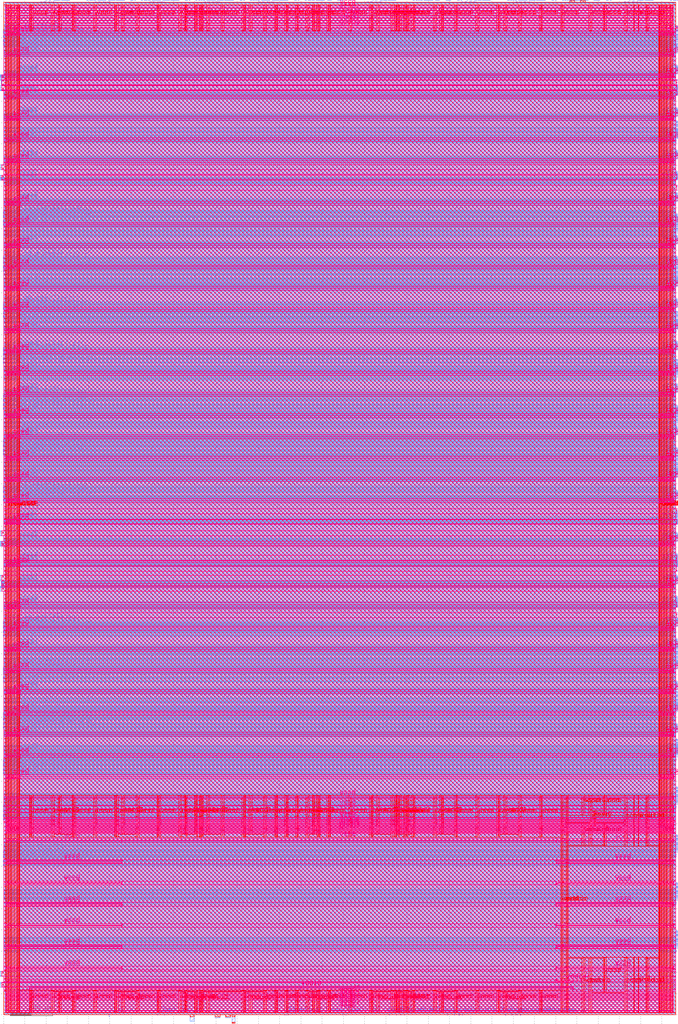
<source format=lef>
VERSION 5.7 ;
  NOWIREEXTENSIONATPIN ON ;
  DIVIDERCHAR "/" ;
  BUSBITCHARS "[]" ;
MACRO caravel_core
  CLASS BLOCK ;
  FOREIGN caravel_core ;
  ORIGIN 0.000 0.000 ;
  SIZE 3165.000 BY 4767.000 ;
  PIN clock_core
    DIRECTION INPUT ;
    USE SIGNAL ;
    ANTENNAGATEAREA 0.742500 ;
    ANTENNADIFFAREA 0.434700 ;
    PORT
      LAYER met2 ;
        RECT 725.135 -2.000 725.415 4.000 ;
    END
  END clock_core
  PIN flash_clk_frame
    DIRECTION OUTPUT ;
    USE SIGNAL ;
    ANTENNADIFFAREA 3.180800 ;
    PORT
      LAYER met2 ;
        RECT 1597.335 -2.000 1597.615 4.000 ;
    END
  END flash_clk_frame
  PIN flash_clk_oeb
    DIRECTION OUTPUT ;
    USE SIGNAL ;
    ANTENNADIFFAREA 3.180800 ;
    PORT
      LAYER met2 ;
        RECT 1612.975 -2.000 1613.255 4.000 ;
    END
  END flash_clk_oeb
  PIN flash_csb_frame
    DIRECTION OUTPUT ;
    USE SIGNAL ;
    ANTENNADIFFAREA 3.180800 ;
    PORT
      LAYER met2 ;
        RECT 1323.335 -2.000 1323.615 4.000 ;
    END
  END flash_csb_frame
  PIN flash_csb_oeb
    DIRECTION OUTPUT ;
    USE SIGNAL ;
    ANTENNADIFFAREA 3.180800 ;
    PORT
      LAYER met2 ;
        RECT 1338.975 -2.000 1339.255 4.000 ;
    END
  END flash_csb_oeb
  PIN flash_io0_di
    DIRECTION INPUT ;
    USE SIGNAL ;
    ANTENNAGATEAREA 0.495000 ;
    ANTENNADIFFAREA 0.434700 ;
    PORT
      LAYER met2 ;
        RECT 1816.135 -2.000 1816.415 4.000 ;
    END
  END flash_io0_di
  PIN flash_io0_do
    DIRECTION OUTPUT ;
    USE SIGNAL ;
    ANTENNADIFFAREA 3.180800 ;
    PORT
      LAYER met2 ;
        RECT 1871.335 -2.000 1871.615 4.000 ;
    END
  END flash_io0_do
  PIN flash_io0_ieb
    DIRECTION OUTPUT ;
    USE SIGNAL ;
    ANTENNADIFFAREA 3.180800 ;
    PORT
      LAYER met2 ;
        RECT 1849.715 -2.000 1849.995 4.000 ;
    END
  END flash_io0_ieb
  PIN flash_io0_oeb
    DIRECTION OUTPUT ;
    USE SIGNAL ;
    ANTENNADIFFAREA 3.180800 ;
    PORT
      LAYER met2 ;
        RECT 1886.975 -2.000 1887.255 4.000 ;
    END
  END flash_io0_oeb
  PIN flash_io1_di
    DIRECTION INPUT ;
    USE SIGNAL ;
    ANTENNAGATEAREA 0.742500 ;
    ANTENNADIFFAREA 0.434700 ;
    PORT
      LAYER met2 ;
        RECT 2090.135 -2.000 2090.415 4.000 ;
    END
  END flash_io1_di
  PIN flash_io1_do
    DIRECTION OUTPUT ;
    USE SIGNAL ;
    ANTENNADIFFAREA 3.180800 ;
    PORT
      LAYER met2 ;
        RECT 2145.335 -2.000 2145.615 4.000 ;
    END
  END flash_io1_do
  PIN flash_io1_ieb
    DIRECTION OUTPUT ;
    USE SIGNAL ;
    ANTENNADIFFAREA 3.180800 ;
    PORT
      LAYER met2 ;
        RECT 2123.715 -2.000 2123.995 4.000 ;
    END
  END flash_io1_ieb
  PIN flash_io1_oeb
    DIRECTION OUTPUT ;
    USE SIGNAL ;
    ANTENNADIFFAREA 3.180800 ;
    PORT
      LAYER met2 ;
        RECT 2160.975 -2.000 2161.255 4.000 ;
    END
  END flash_io1_oeb
  PIN gpio_in_core
    DIRECTION INPUT ;
    USE SIGNAL ;
    ANTENNAGATEAREA 0.495000 ;
    ANTENNADIFFAREA 0.434700 ;
    PORT
      LAYER met2 ;
        RECT 2364.135 -2.000 2364.415 4.000 ;
    END
  END gpio_in_core
  PIN gpio_inenb_core
    DIRECTION OUTPUT ;
    USE SIGNAL ;
    ANTENNADIFFAREA 3.180800 ;
    PORT
      LAYER met2 ;
        RECT 2397.715 -2.000 2397.995 4.000 ;
    END
  END gpio_inenb_core
  PIN gpio_mode0_core
    DIRECTION OUTPUT ;
    USE SIGNAL ;
    ANTENNADIFFAREA 3.180800 ;
    PORT
      LAYER met2 ;
        RECT 2391.735 -2.000 2392.015 4.000 ;
    END
  END gpio_mode0_core
  PIN gpio_mode1_core
    DIRECTION OUTPUT ;
    USE SIGNAL ;
    ANTENNADIFFAREA 3.180800 ;
    PORT
      LAYER met2 ;
        RECT 2413.355 -2.000 2413.635 4.000 ;
    END
  END gpio_mode1_core
  PIN gpio_out_core
    DIRECTION OUTPUT ;
    USE SIGNAL ;
    ANTENNADIFFAREA 3.180800 ;
    PORT
      LAYER met2 ;
        RECT 2419.335 -2.000 2419.615 4.000 ;
    END
  END gpio_out_core
  PIN gpio_outenb_core
    DIRECTION OUTPUT ;
    USE SIGNAL ;
    ANTENNADIFFAREA 3.180800 ;
    PORT
      LAYER met2 ;
        RECT 2434.975 -2.000 2435.255 4.000 ;
    END
  END gpio_outenb_core
  PIN mprj_analog_io[0]
    DIRECTION INOUT ;
    USE SIGNAL ;
    ANTENNADIFFAREA 0.434700 ;
    PORT
      LAYER met3 ;
        RECT 3161.000 2545.395 3167.185 2545.995 ;
    END
  END mprj_analog_io[0]
  PIN mprj_analog_io[10]
    DIRECTION INOUT ;
    USE SIGNAL ;
    ANTENNADIFFAREA 0.434700 ;
    PORT
      LAYER met2 ;
        RECT 2215.165 4763.000 2215.445 4768.935 ;
    END
  END mprj_analog_io[10]
  PIN mprj_analog_io[11]
    DIRECTION INOUT ;
    USE SIGNAL ;
    ANTENNADIFFAREA 0.434700 ;
    PORT
      LAYER met2 ;
        RECT 1770.165 4763.000 1770.445 4768.935 ;
    END
  END mprj_analog_io[11]
  PIN mprj_analog_io[12]
    DIRECTION INOUT ;
    USE SIGNAL ;
    ANTENNADIFFAREA 0.434700 ;
    PORT
      LAYER met2 ;
        RECT 1261.165 4763.000 1261.445 4768.935 ;
    END
  END mprj_analog_io[12]
  PIN mprj_analog_io[13]
    DIRECTION INOUT ;
    USE SIGNAL ;
    ANTENNADIFFAREA 0.434700 ;
    PORT
      LAYER met2 ;
        RECT 1003.165 4763.000 1003.445 4768.935 ;
    END
  END mprj_analog_io[13]
  PIN mprj_analog_io[14]
    DIRECTION INOUT ;
    USE SIGNAL ;
    ANTENNADIFFAREA 0.434700 ;
    PORT
      LAYER met2 ;
        RECT 746.165 4763.000 746.445 4768.935 ;
    END
  END mprj_analog_io[14]
  PIN mprj_analog_io[15]
    DIRECTION INOUT ;
    USE SIGNAL ;
    ANTENNADIFFAREA 0.434700 ;
    PORT
      LAYER met2 ;
        RECT 489.165 4763.000 489.445 4768.935 ;
    END
  END mprj_analog_io[15]
  PIN mprj_analog_io[16]
    DIRECTION INOUT ;
    USE SIGNAL ;
    ANTENNADIFFAREA 0.434700 ;
    PORT
      LAYER met2 ;
        RECT 232.165 4763.000 232.445 4768.935 ;
    END
  END mprj_analog_io[16]
  PIN mprj_analog_io[17]
    DIRECTION INOUT ;
    USE SIGNAL ;
    ANTENNADIFFAREA 0.434700 ;
    PORT
      LAYER met3 ;
        RECT -2.185 4623.005 4.000 4623.605 ;
    END
  END mprj_analog_io[17]
  PIN mprj_analog_io[18]
    DIRECTION INOUT ;
    USE SIGNAL ;
    ANTENNADIFFAREA 0.434700 ;
    PORT
      LAYER met3 ;
        RECT -2.185 3774.005 4.000 3774.605 ;
    END
  END mprj_analog_io[18]
  PIN mprj_analog_io[19]
    DIRECTION INOUT ;
    USE SIGNAL ;
    ANTENNADIFFAREA 0.434700 ;
    PORT
      LAYER met3 ;
        RECT -2.185 3558.005 4.000 3558.605 ;
    END
  END mprj_analog_io[19]
  PIN mprj_analog_io[1]
    DIRECTION INOUT ;
    USE SIGNAL ;
    ANTENNADIFFAREA 0.434700 ;
    PORT
      LAYER met3 ;
        RECT 3161.000 2771.395 3167.185 2771.995 ;
    END
  END mprj_analog_io[1]
  PIN mprj_analog_io[20]
    DIRECTION INOUT ;
    USE SIGNAL ;
    ANTENNADIFFAREA 0.434700 ;
    PORT
      LAYER met3 ;
        RECT -2.185 3342.005 4.000 3342.605 ;
    END
  END mprj_analog_io[20]
  PIN mprj_analog_io[21]
    DIRECTION INOUT ;
    USE SIGNAL ;
    ANTENNADIFFAREA 0.434700 ;
    PORT
      LAYER met3 ;
        RECT -2.185 3126.005 4.000 3126.605 ;
    END
  END mprj_analog_io[21]
  PIN mprj_analog_io[22]
    DIRECTION INOUT ;
    USE SIGNAL ;
    ANTENNADIFFAREA 0.434700 ;
    PORT
      LAYER met3 ;
        RECT -2.185 2910.005 4.000 2910.605 ;
    END
  END mprj_analog_io[22]
  PIN mprj_analog_io[23]
    DIRECTION INOUT ;
    USE SIGNAL ;
    ANTENNADIFFAREA 0.434700 ;
    PORT
      LAYER met3 ;
        RECT -2.185 2694.005 4.000 2694.605 ;
    END
  END mprj_analog_io[23]
  PIN mprj_analog_io[24]
    DIRECTION INOUT ;
    USE SIGNAL ;
    ANTENNADIFFAREA 0.434700 ;
    PORT
      LAYER met3 ;
        RECT -2.185 2478.005 4.000 2478.605 ;
    END
  END mprj_analog_io[24]
  PIN mprj_analog_io[25]
    DIRECTION INOUT ;
    USE SIGNAL ;
    ANTENNADIFFAREA 0.434700 ;
    PORT
      LAYER met3 ;
        RECT -2.185 1840.005 4.000 1840.605 ;
    END
  END mprj_analog_io[25]
  PIN mprj_analog_io[26]
    DIRECTION INOUT ;
    USE SIGNAL ;
    ANTENNADIFFAREA 0.434700 ;
    PORT
      LAYER met3 ;
        RECT -2.185 1624.005 4.000 1624.605 ;
    END
  END mprj_analog_io[26]
  PIN mprj_analog_io[27]
    DIRECTION INOUT ;
    USE SIGNAL ;
    ANTENNADIFFAREA 0.434700 ;
    PORT
      LAYER met3 ;
        RECT -2.185 1408.005 4.000 1408.605 ;
    END
  END mprj_analog_io[27]
  PIN mprj_analog_io[28]
    DIRECTION INOUT ;
    USE SIGNAL ;
    ANTENNADIFFAREA 0.434700 ;
    PORT
      LAYER met3 ;
        RECT -2.185 1192.005 4.000 1192.605 ;
    END
  END mprj_analog_io[28]
  PIN mprj_analog_io[2]
    DIRECTION INOUT ;
    USE SIGNAL ;
    ANTENNADIFFAREA 0.434700 ;
    PORT
      LAYER met3 ;
        RECT 3161.000 2996.395 3167.185 2996.995 ;
    END
  END mprj_analog_io[2]
  PIN mprj_analog_io[3]
    DIRECTION INOUT ;
    USE SIGNAL ;
    ANTENNADIFFAREA 0.434700 ;
    PORT
      LAYER met3 ;
        RECT 3161.000 3222.395 3167.185 3222.995 ;
    END
  END mprj_analog_io[3]
  PIN mprj_analog_io[4]
    DIRECTION INOUT ;
    USE SIGNAL ;
    ANTENNADIFFAREA 0.434700 ;
    PORT
      LAYER met3 ;
        RECT 3161.000 3447.395 3167.185 3447.995 ;
    END
  END mprj_analog_io[4]
  PIN mprj_analog_io[5]
    DIRECTION INOUT ;
    USE SIGNAL ;
    ANTENNADIFFAREA 0.434700 ;
    PORT
      LAYER met3 ;
        RECT 3161.000 3672.395 3167.185 3672.995 ;
    END
  END mprj_analog_io[5]
  PIN mprj_analog_io[6]
    DIRECTION INOUT ;
    USE SIGNAL ;
    ANTENNADIFFAREA 0.434700 ;
    PORT
      LAYER met3 ;
        RECT 3161.000 4118.395 3167.185 4118.995 ;
    END
  END mprj_analog_io[6]
  PIN mprj_analog_io[7]
    DIRECTION INOUT ;
    USE SIGNAL ;
    ANTENNADIFFAREA 0.434700 ;
    PORT
      LAYER met3 ;
        RECT 3161.000 4564.395 3167.185 4564.995 ;
    END
  END mprj_analog_io[7]
  PIN mprj_analog_io[8]
    DIRECTION INOUT ;
    USE SIGNAL ;
    ANTENNADIFFAREA 0.434700 ;
    PORT
      LAYER met2 ;
        RECT 2981.165 4763.000 2981.445 4768.935 ;
    END
  END mprj_analog_io[8]
  PIN mprj_analog_io[9]
    DIRECTION INOUT ;
    USE SIGNAL ;
    ANTENNADIFFAREA 0.434700 ;
    PORT
      LAYER met2 ;
        RECT 2472.165 4763.000 2472.445 4768.935 ;
    END
  END mprj_analog_io[9]
  PIN mprj_io_analog_en[0]
    DIRECTION OUTPUT ;
    USE SIGNAL ;
    ANTENNADIFFAREA 3.180800 ;
    PORT
      LAYER met3 ;
        RECT 3161.000 318.355 3167.185 318.955 ;
    END
  END mprj_io_analog_en[0]
  PIN mprj_io_analog_en[10]
    DIRECTION OUTPUT ;
    USE SIGNAL ;
    ANTENNADIFFAREA 3.180800 ;
    PORT
      LAYER met3 ;
        RECT 3161.000 3234.355 3167.185 3234.955 ;
    END
  END mprj_io_analog_en[10]
  PIN mprj_io_analog_en[11]
    DIRECTION OUTPUT ;
    USE SIGNAL ;
    ANTENNADIFFAREA 3.180800 ;
    PORT
      LAYER met3 ;
        RECT 3161.000 3459.355 3167.185 3459.955 ;
    END
  END mprj_io_analog_en[11]
  PIN mprj_io_analog_en[12]
    DIRECTION OUTPUT ;
    USE SIGNAL ;
    ANTENNADIFFAREA 3.180800 ;
    PORT
      LAYER met3 ;
        RECT 3161.000 3684.355 3167.185 3684.955 ;
    END
  END mprj_io_analog_en[12]
  PIN mprj_io_analog_en[13]
    DIRECTION OUTPUT ;
    USE SIGNAL ;
    ANTENNADIFFAREA 3.180800 ;
    PORT
      LAYER met3 ;
        RECT 3161.000 4130.355 3167.185 4130.955 ;
    END
  END mprj_io_analog_en[13]
  PIN mprj_io_analog_en[14]
    DIRECTION OUTPUT ;
    USE SIGNAL ;
    ANTENNADIFFAREA 3.180800 ;
    PORT
      LAYER met3 ;
        RECT 3161.000 4576.355 3167.185 4576.955 ;
    END
  END mprj_io_analog_en[14]
  PIN mprj_io_analog_en[15]
    DIRECTION OUTPUT ;
    USE SIGNAL ;
    ANTENNADIFFAREA 3.180800 ;
    PORT
      LAYER met2 ;
        RECT 2969.205 4763.000 2969.485 4768.935 ;
    END
  END mprj_io_analog_en[15]
  PIN mprj_io_analog_en[16]
    DIRECTION OUTPUT ;
    USE SIGNAL ;
    ANTENNADIFFAREA 3.180800 ;
    PORT
      LAYER met2 ;
        RECT 2460.205 4763.000 2460.485 4768.935 ;
    END
  END mprj_io_analog_en[16]
  PIN mprj_io_analog_en[17]
    DIRECTION OUTPUT ;
    USE SIGNAL ;
    ANTENNADIFFAREA 3.180800 ;
    PORT
      LAYER met2 ;
        RECT 2203.205 4763.000 2203.485 4768.935 ;
    END
  END mprj_io_analog_en[17]
  PIN mprj_io_analog_en[18]
    DIRECTION OUTPUT ;
    USE SIGNAL ;
    ANTENNADIFFAREA 3.180800 ;
    PORT
      LAYER met2 ;
        RECT 1758.205 4763.000 1758.485 4768.935 ;
    END
  END mprj_io_analog_en[18]
  PIN mprj_io_analog_en[19]
    DIRECTION OUTPUT ;
    USE SIGNAL ;
    ANTENNADIFFAREA 3.180800 ;
    PORT
      LAYER met2 ;
        RECT 1249.205 4763.000 1249.485 4768.935 ;
    END
  END mprj_io_analog_en[19]
  PIN mprj_io_analog_en[1]
    DIRECTION OUTPUT ;
    USE SIGNAL ;
    ANTENNADIFFAREA 3.180800 ;
    PORT
      LAYER met3 ;
        RECT 3161.000 544.355 3167.185 544.955 ;
    END
  END mprj_io_analog_en[1]
  PIN mprj_io_analog_en[20]
    DIRECTION OUTPUT ;
    USE SIGNAL ;
    ANTENNADIFFAREA 3.180800 ;
    PORT
      LAYER met2 ;
        RECT 991.205 4763.000 991.485 4768.935 ;
    END
  END mprj_io_analog_en[20]
  PIN mprj_io_analog_en[21]
    DIRECTION OUTPUT ;
    USE SIGNAL ;
    ANTENNADIFFAREA 3.180800 ;
    PORT
      LAYER met2 ;
        RECT 734.205 4763.000 734.485 4768.935 ;
    END
  END mprj_io_analog_en[21]
  PIN mprj_io_analog_en[22]
    DIRECTION OUTPUT ;
    USE SIGNAL ;
    ANTENNADIFFAREA 3.180800 ;
    PORT
      LAYER met2 ;
        RECT 477.205 4763.000 477.485 4768.935 ;
    END
  END mprj_io_analog_en[22]
  PIN mprj_io_analog_en[23]
    DIRECTION OUTPUT ;
    USE SIGNAL ;
    ANTENNADIFFAREA 3.180800 ;
    PORT
      LAYER met2 ;
        RECT 220.205 4763.000 220.485 4768.935 ;
    END
  END mprj_io_analog_en[23]
  PIN mprj_io_analog_en[24]
    DIRECTION OUTPUT ;
    USE SIGNAL ;
    ANTENNADIFFAREA 3.180800 ;
    PORT
      LAYER met3 ;
        RECT -2.185 4611.045 4.000 4611.645 ;
    END
  END mprj_io_analog_en[24]
  PIN mprj_io_analog_en[25]
    DIRECTION OUTPUT ;
    USE SIGNAL ;
    ANTENNADIFFAREA 3.180800 ;
    PORT
      LAYER met3 ;
        RECT -2.185 3762.045 4.000 3762.645 ;
    END
  END mprj_io_analog_en[25]
  PIN mprj_io_analog_en[26]
    DIRECTION OUTPUT ;
    USE SIGNAL ;
    ANTENNADIFFAREA 3.180800 ;
    PORT
      LAYER met3 ;
        RECT -2.185 3546.045 4.000 3546.645 ;
    END
  END mprj_io_analog_en[26]
  PIN mprj_io_analog_en[27]
    DIRECTION OUTPUT ;
    USE SIGNAL ;
    ANTENNADIFFAREA 3.180800 ;
    PORT
      LAYER met3 ;
        RECT -2.185 3330.045 4.000 3330.645 ;
    END
  END mprj_io_analog_en[27]
  PIN mprj_io_analog_en[28]
    DIRECTION OUTPUT ;
    USE SIGNAL ;
    ANTENNADIFFAREA 3.180800 ;
    PORT
      LAYER met3 ;
        RECT -2.185 3114.045 4.000 3114.645 ;
    END
  END mprj_io_analog_en[28]
  PIN mprj_io_analog_en[29]
    DIRECTION OUTPUT ;
    USE SIGNAL ;
    ANTENNADIFFAREA 3.180800 ;
    PORT
      LAYER met3 ;
        RECT -2.185 2898.045 4.000 2898.645 ;
    END
  END mprj_io_analog_en[29]
  PIN mprj_io_analog_en[2]
    DIRECTION OUTPUT ;
    USE SIGNAL ;
    ANTENNADIFFAREA 3.180800 ;
    PORT
      LAYER met3 ;
        RECT 3161.000 769.355 3167.185 769.955 ;
    END
  END mprj_io_analog_en[2]
  PIN mprj_io_analog_en[30]
    DIRECTION OUTPUT ;
    USE SIGNAL ;
    ANTENNADIFFAREA 3.180800 ;
    PORT
      LAYER met3 ;
        RECT -2.185 2682.045 4.000 2682.645 ;
    END
  END mprj_io_analog_en[30]
  PIN mprj_io_analog_en[31]
    DIRECTION OUTPUT ;
    USE SIGNAL ;
    ANTENNADIFFAREA 3.180800 ;
    PORT
      LAYER met3 ;
        RECT -2.185 2466.045 4.000 2466.645 ;
    END
  END mprj_io_analog_en[31]
  PIN mprj_io_analog_en[32]
    DIRECTION OUTPUT ;
    USE SIGNAL ;
    ANTENNADIFFAREA 3.180800 ;
    PORT
      LAYER met3 ;
        RECT -2.185 1828.045 4.000 1828.645 ;
    END
  END mprj_io_analog_en[32]
  PIN mprj_io_analog_en[33]
    DIRECTION OUTPUT ;
    USE SIGNAL ;
    ANTENNADIFFAREA 3.180800 ;
    PORT
      LAYER met3 ;
        RECT -2.185 1612.045 4.000 1612.645 ;
    END
  END mprj_io_analog_en[33]
  PIN mprj_io_analog_en[34]
    DIRECTION OUTPUT ;
    USE SIGNAL ;
    ANTENNADIFFAREA 3.180800 ;
    PORT
      LAYER met3 ;
        RECT -2.185 1396.045 4.000 1396.645 ;
    END
  END mprj_io_analog_en[34]
  PIN mprj_io_analog_en[35]
    DIRECTION OUTPUT ;
    USE SIGNAL ;
    ANTENNADIFFAREA 3.180800 ;
    PORT
      LAYER met3 ;
        RECT -2.185 1180.045 4.000 1180.645 ;
    END
  END mprj_io_analog_en[35]
  PIN mprj_io_analog_en[36]
    DIRECTION OUTPUT ;
    USE SIGNAL ;
    ANTENNADIFFAREA 3.180800 ;
    PORT
      LAYER met3 ;
        RECT -2.185 964.045 4.000 964.645 ;
    END
  END mprj_io_analog_en[36]
  PIN mprj_io_analog_en[37]
    DIRECTION OUTPUT ;
    USE SIGNAL ;
    ANTENNADIFFAREA 3.180800 ;
    PORT
      LAYER met3 ;
        RECT -2.185 748.045 4.000 748.645 ;
    END
  END mprj_io_analog_en[37]
  PIN mprj_io_analog_en[3]
    DIRECTION OUTPUT ;
    USE SIGNAL ;
    ANTENNADIFFAREA 3.180800 ;
    PORT
      LAYER met3 ;
        RECT 3161.000 995.355 3167.185 995.955 ;
    END
  END mprj_io_analog_en[3]
  PIN mprj_io_analog_en[4]
    DIRECTION OUTPUT ;
    USE SIGNAL ;
    ANTENNADIFFAREA 3.180800 ;
    PORT
      LAYER met3 ;
        RECT 3161.000 1220.355 3167.185 1220.955 ;
    END
  END mprj_io_analog_en[4]
  PIN mprj_io_analog_en[5]
    DIRECTION OUTPUT ;
    USE SIGNAL ;
    ANTENNADIFFAREA 3.180800 ;
    PORT
      LAYER met3 ;
        RECT 3161.000 1445.355 3167.185 1445.955 ;
    END
  END mprj_io_analog_en[5]
  PIN mprj_io_analog_en[6]
    DIRECTION OUTPUT ;
    USE SIGNAL ;
    ANTENNADIFFAREA 3.180800 ;
    PORT
      LAYER met3 ;
        RECT 3161.000 1671.355 3167.185 1671.955 ;
    END
  END mprj_io_analog_en[6]
  PIN mprj_io_analog_en[7]
    DIRECTION OUTPUT ;
    USE SIGNAL ;
    ANTENNADIFFAREA 3.180800 ;
    PORT
      LAYER met3 ;
        RECT 3161.000 2557.355 3167.185 2557.955 ;
    END
  END mprj_io_analog_en[7]
  PIN mprj_io_analog_en[8]
    DIRECTION OUTPUT ;
    USE SIGNAL ;
    ANTENNADIFFAREA 3.180800 ;
    PORT
      LAYER met3 ;
        RECT 3161.000 2783.355 3167.185 2783.955 ;
    END
  END mprj_io_analog_en[8]
  PIN mprj_io_analog_en[9]
    DIRECTION OUTPUT ;
    USE SIGNAL ;
    ANTENNADIFFAREA 3.180800 ;
    PORT
      LAYER met3 ;
        RECT 3161.000 3008.355 3167.185 3008.955 ;
    END
  END mprj_io_analog_en[9]
  PIN mprj_io_analog_pol[0]
    DIRECTION OUTPUT ;
    USE SIGNAL ;
    ANTENNADIFFAREA 3.180800 ;
    PORT
      LAYER met3 ;
        RECT 3161.000 324.795 3167.185 325.395 ;
    END
  END mprj_io_analog_pol[0]
  PIN mprj_io_analog_pol[10]
    DIRECTION OUTPUT ;
    USE SIGNAL ;
    ANTENNADIFFAREA 3.180800 ;
    PORT
      LAYER met3 ;
        RECT 3161.000 3240.795 3167.185 3241.395 ;
    END
  END mprj_io_analog_pol[10]
  PIN mprj_io_analog_pol[11]
    DIRECTION OUTPUT ;
    USE SIGNAL ;
    ANTENNADIFFAREA 3.180800 ;
    PORT
      LAYER met3 ;
        RECT 3161.000 3465.795 3167.185 3466.395 ;
    END
  END mprj_io_analog_pol[11]
  PIN mprj_io_analog_pol[12]
    DIRECTION OUTPUT ;
    USE SIGNAL ;
    ANTENNADIFFAREA 3.180800 ;
    PORT
      LAYER met3 ;
        RECT 3161.000 3690.795 3167.185 3691.395 ;
    END
  END mprj_io_analog_pol[12]
  PIN mprj_io_analog_pol[13]
    DIRECTION OUTPUT ;
    USE SIGNAL ;
    ANTENNADIFFAREA 3.180800 ;
    PORT
      LAYER met3 ;
        RECT 3161.000 4136.795 3167.185 4137.395 ;
    END
  END mprj_io_analog_pol[13]
  PIN mprj_io_analog_pol[14]
    DIRECTION OUTPUT ;
    USE SIGNAL ;
    ANTENNADIFFAREA 3.180800 ;
    PORT
      LAYER met3 ;
        RECT 3161.000 4582.795 3167.185 4583.395 ;
    END
  END mprj_io_analog_pol[14]
  PIN mprj_io_analog_pol[15]
    DIRECTION OUTPUT ;
    USE SIGNAL ;
    ANTENNADIFFAREA 3.180800 ;
    PORT
      LAYER met2 ;
        RECT 2962.765 4763.000 2963.045 4768.935 ;
    END
  END mprj_io_analog_pol[15]
  PIN mprj_io_analog_pol[16]
    DIRECTION OUTPUT ;
    USE SIGNAL ;
    ANTENNADIFFAREA 3.180800 ;
    PORT
      LAYER met2 ;
        RECT 2453.765 4763.000 2454.045 4768.935 ;
    END
  END mprj_io_analog_pol[16]
  PIN mprj_io_analog_pol[17]
    DIRECTION OUTPUT ;
    USE SIGNAL ;
    ANTENNADIFFAREA 3.180800 ;
    PORT
      LAYER met2 ;
        RECT 2196.765 4763.000 2197.045 4768.935 ;
    END
  END mprj_io_analog_pol[17]
  PIN mprj_io_analog_pol[18]
    DIRECTION OUTPUT ;
    USE SIGNAL ;
    ANTENNADIFFAREA 3.180800 ;
    PORT
      LAYER met2 ;
        RECT 1751.765 4763.000 1752.045 4768.935 ;
    END
  END mprj_io_analog_pol[18]
  PIN mprj_io_analog_pol[19]
    DIRECTION OUTPUT ;
    USE SIGNAL ;
    ANTENNADIFFAREA 3.180800 ;
    PORT
      LAYER met2 ;
        RECT 1242.765 4763.000 1243.045 4768.935 ;
    END
  END mprj_io_analog_pol[19]
  PIN mprj_io_analog_pol[1]
    DIRECTION OUTPUT ;
    USE SIGNAL ;
    ANTENNADIFFAREA 3.180800 ;
    PORT
      LAYER met3 ;
        RECT 3161.000 550.795 3167.185 551.395 ;
    END
  END mprj_io_analog_pol[1]
  PIN mprj_io_analog_pol[20]
    DIRECTION OUTPUT ;
    USE SIGNAL ;
    ANTENNADIFFAREA 3.180800 ;
    PORT
      LAYER met2 ;
        RECT 984.765 4763.000 985.045 4768.935 ;
    END
  END mprj_io_analog_pol[20]
  PIN mprj_io_analog_pol[21]
    DIRECTION OUTPUT ;
    USE SIGNAL ;
    ANTENNADIFFAREA 3.180800 ;
    PORT
      LAYER met2 ;
        RECT 727.765 4763.000 728.045 4768.935 ;
    END
  END mprj_io_analog_pol[21]
  PIN mprj_io_analog_pol[22]
    DIRECTION OUTPUT ;
    USE SIGNAL ;
    ANTENNADIFFAREA 3.180800 ;
    PORT
      LAYER met2 ;
        RECT 470.765 4763.000 471.045 4768.935 ;
    END
  END mprj_io_analog_pol[22]
  PIN mprj_io_analog_pol[23]
    DIRECTION OUTPUT ;
    USE SIGNAL ;
    ANTENNADIFFAREA 3.180800 ;
    PORT
      LAYER met2 ;
        RECT 213.765 4763.000 214.045 4768.935 ;
    END
  END mprj_io_analog_pol[23]
  PIN mprj_io_analog_pol[24]
    DIRECTION OUTPUT ;
    USE SIGNAL ;
    ANTENNADIFFAREA 3.180800 ;
    PORT
      LAYER met3 ;
        RECT -2.185 4604.605 4.000 4605.205 ;
    END
  END mprj_io_analog_pol[24]
  PIN mprj_io_analog_pol[25]
    DIRECTION OUTPUT ;
    USE SIGNAL ;
    ANTENNADIFFAREA 3.180800 ;
    PORT
      LAYER met3 ;
        RECT -2.185 3755.605 4.000 3756.205 ;
    END
  END mprj_io_analog_pol[25]
  PIN mprj_io_analog_pol[26]
    DIRECTION OUTPUT ;
    USE SIGNAL ;
    ANTENNADIFFAREA 3.180800 ;
    PORT
      LAYER met3 ;
        RECT -2.185 3539.605 4.000 3540.205 ;
    END
  END mprj_io_analog_pol[26]
  PIN mprj_io_analog_pol[27]
    DIRECTION OUTPUT ;
    USE SIGNAL ;
    ANTENNADIFFAREA 3.180800 ;
    PORT
      LAYER met3 ;
        RECT -2.185 3323.605 4.290 3324.205 ;
    END
  END mprj_io_analog_pol[27]
  PIN mprj_io_analog_pol[28]
    DIRECTION OUTPUT ;
    USE SIGNAL ;
    ANTENNADIFFAREA 3.180800 ;
    PORT
      LAYER met3 ;
        RECT -2.185 3107.605 4.000 3108.205 ;
    END
  END mprj_io_analog_pol[28]
  PIN mprj_io_analog_pol[29]
    DIRECTION OUTPUT ;
    USE SIGNAL ;
    ANTENNADIFFAREA 3.180800 ;
    PORT
      LAYER met3 ;
        RECT -2.185 2891.605 4.000 2892.205 ;
    END
  END mprj_io_analog_pol[29]
  PIN mprj_io_analog_pol[2]
    DIRECTION OUTPUT ;
    USE SIGNAL ;
    ANTENNADIFFAREA 3.180800 ;
    PORT
      LAYER met3 ;
        RECT 3161.000 775.795 3167.185 776.395 ;
    END
  END mprj_io_analog_pol[2]
  PIN mprj_io_analog_pol[30]
    DIRECTION OUTPUT ;
    USE SIGNAL ;
    ANTENNADIFFAREA 3.180800 ;
    PORT
      LAYER met3 ;
        RECT -2.185 2675.605 4.000 2676.205 ;
    END
  END mprj_io_analog_pol[30]
  PIN mprj_io_analog_pol[31]
    DIRECTION OUTPUT ;
    USE SIGNAL ;
    ANTENNADIFFAREA 3.180800 ;
    PORT
      LAYER met3 ;
        RECT -2.185 2459.605 4.000 2460.205 ;
    END
  END mprj_io_analog_pol[31]
  PIN mprj_io_analog_pol[32]
    DIRECTION OUTPUT ;
    USE SIGNAL ;
    ANTENNADIFFAREA 3.180800 ;
    PORT
      LAYER met3 ;
        RECT -2.185 1821.605 4.000 1822.205 ;
    END
  END mprj_io_analog_pol[32]
  PIN mprj_io_analog_pol[33]
    DIRECTION OUTPUT ;
    USE SIGNAL ;
    ANTENNADIFFAREA 3.180800 ;
    PORT
      LAYER met3 ;
        RECT -2.185 1605.605 4.000 1606.205 ;
    END
  END mprj_io_analog_pol[33]
  PIN mprj_io_analog_pol[34]
    DIRECTION OUTPUT ;
    USE SIGNAL ;
    ANTENNADIFFAREA 3.180800 ;
    PORT
      LAYER met3 ;
        RECT -2.185 1389.605 4.000 1390.205 ;
    END
  END mprj_io_analog_pol[34]
  PIN mprj_io_analog_pol[35]
    DIRECTION OUTPUT ;
    USE SIGNAL ;
    ANTENNADIFFAREA 3.180800 ;
    PORT
      LAYER met3 ;
        RECT -2.185 1173.605 4.000 1174.205 ;
    END
  END mprj_io_analog_pol[35]
  PIN mprj_io_analog_pol[36]
    DIRECTION OUTPUT ;
    USE SIGNAL ;
    ANTENNADIFFAREA 3.180800 ;
    PORT
      LAYER met3 ;
        RECT -2.185 957.605 4.000 958.205 ;
    END
  END mprj_io_analog_pol[36]
  PIN mprj_io_analog_pol[37]
    DIRECTION OUTPUT ;
    USE SIGNAL ;
    ANTENNADIFFAREA 3.180800 ;
    PORT
      LAYER met3 ;
        RECT -2.185 741.605 4.000 742.205 ;
    END
  END mprj_io_analog_pol[37]
  PIN mprj_io_analog_pol[3]
    DIRECTION OUTPUT ;
    USE SIGNAL ;
    ANTENNADIFFAREA 3.180800 ;
    PORT
      LAYER met3 ;
        RECT 3161.000 1001.795 3167.185 1002.395 ;
    END
  END mprj_io_analog_pol[3]
  PIN mprj_io_analog_pol[4]
    DIRECTION OUTPUT ;
    USE SIGNAL ;
    ANTENNADIFFAREA 3.180800 ;
    PORT
      LAYER met3 ;
        RECT 3161.000 1226.795 3167.185 1227.395 ;
    END
  END mprj_io_analog_pol[4]
  PIN mprj_io_analog_pol[5]
    DIRECTION OUTPUT ;
    USE SIGNAL ;
    ANTENNADIFFAREA 3.180800 ;
    PORT
      LAYER met3 ;
        RECT 3161.000 1451.795 3167.185 1452.395 ;
    END
  END mprj_io_analog_pol[5]
  PIN mprj_io_analog_pol[6]
    DIRECTION OUTPUT ;
    USE SIGNAL ;
    ANTENNADIFFAREA 3.180800 ;
    PORT
      LAYER met3 ;
        RECT 3161.000 1677.795 3167.185 1678.395 ;
    END
  END mprj_io_analog_pol[6]
  PIN mprj_io_analog_pol[7]
    DIRECTION OUTPUT ;
    USE SIGNAL ;
    ANTENNADIFFAREA 3.180800 ;
    PORT
      LAYER met3 ;
        RECT 3161.000 2563.795 3167.185 2564.395 ;
    END
  END mprj_io_analog_pol[7]
  PIN mprj_io_analog_pol[8]
    DIRECTION OUTPUT ;
    USE SIGNAL ;
    ANTENNADIFFAREA 3.180800 ;
    PORT
      LAYER met3 ;
        RECT 3161.000 2789.795 3167.185 2790.395 ;
    END
  END mprj_io_analog_pol[8]
  PIN mprj_io_analog_pol[9]
    DIRECTION OUTPUT ;
    USE SIGNAL ;
    ANTENNADIFFAREA 3.180800 ;
    PORT
      LAYER met3 ;
        RECT 3161.000 3014.795 3167.185 3015.395 ;
    END
  END mprj_io_analog_pol[9]
  PIN mprj_io_analog_sel[0]
    DIRECTION OUTPUT ;
    USE SIGNAL ;
    ANTENNADIFFAREA 3.180800 ;
    PORT
      LAYER met3 ;
        RECT 3161.000 339.975 3167.185 340.575 ;
    END
  END mprj_io_analog_sel[0]
  PIN mprj_io_analog_sel[10]
    DIRECTION OUTPUT ;
    USE SIGNAL ;
    ANTENNADIFFAREA 3.180800 ;
    PORT
      LAYER met3 ;
        RECT 3161.000 3255.975 3167.185 3256.575 ;
    END
  END mprj_io_analog_sel[10]
  PIN mprj_io_analog_sel[11]
    DIRECTION OUTPUT ;
    USE SIGNAL ;
    ANTENNADIFFAREA 3.180800 ;
    PORT
      LAYER met3 ;
        RECT 3161.000 3480.975 3167.185 3481.575 ;
    END
  END mprj_io_analog_sel[11]
  PIN mprj_io_analog_sel[12]
    DIRECTION OUTPUT ;
    USE SIGNAL ;
    ANTENNADIFFAREA 3.180800 ;
    PORT
      LAYER met3 ;
        RECT 3161.000 3705.975 3167.185 3706.575 ;
    END
  END mprj_io_analog_sel[12]
  PIN mprj_io_analog_sel[13]
    DIRECTION OUTPUT ;
    USE SIGNAL ;
    ANTENNADIFFAREA 3.180800 ;
    PORT
      LAYER met3 ;
        RECT 3161.000 4151.975 3167.185 4152.575 ;
    END
  END mprj_io_analog_sel[13]
  PIN mprj_io_analog_sel[14]
    DIRECTION OUTPUT ;
    USE SIGNAL ;
    ANTENNADIFFAREA 3.180800 ;
    PORT
      LAYER met3 ;
        RECT 3161.000 4597.975 3167.185 4598.575 ;
    END
  END mprj_io_analog_sel[14]
  PIN mprj_io_analog_sel[15]
    DIRECTION OUTPUT ;
    USE SIGNAL ;
    ANTENNADIFFAREA 3.180800 ;
    PORT
      LAYER met2 ;
        RECT 2947.585 4763.000 2947.865 4768.935 ;
    END
  END mprj_io_analog_sel[15]
  PIN mprj_io_analog_sel[16]
    DIRECTION OUTPUT ;
    USE SIGNAL ;
    ANTENNADIFFAREA 3.180800 ;
    PORT
      LAYER met2 ;
        RECT 2438.585 4763.000 2438.865 4768.935 ;
    END
  END mprj_io_analog_sel[16]
  PIN mprj_io_analog_sel[17]
    DIRECTION OUTPUT ;
    USE SIGNAL ;
    ANTENNADIFFAREA 3.180800 ;
    PORT
      LAYER met2 ;
        RECT 2181.585 4763.000 2181.865 4768.935 ;
    END
  END mprj_io_analog_sel[17]
  PIN mprj_io_analog_sel[18]
    DIRECTION OUTPUT ;
    USE SIGNAL ;
    ANTENNADIFFAREA 3.180800 ;
    PORT
      LAYER met2 ;
        RECT 1736.585 4763.000 1736.865 4768.935 ;
    END
  END mprj_io_analog_sel[18]
  PIN mprj_io_analog_sel[19]
    DIRECTION OUTPUT ;
    USE SIGNAL ;
    ANTENNADIFFAREA 3.180800 ;
    PORT
      LAYER met2 ;
        RECT 1227.585 4763.000 1227.865 4768.935 ;
    END
  END mprj_io_analog_sel[19]
  PIN mprj_io_analog_sel[1]
    DIRECTION OUTPUT ;
    USE SIGNAL ;
    ANTENNADIFFAREA 3.180800 ;
    PORT
      LAYER met3 ;
        RECT 3161.000 565.975 3167.185 566.575 ;
    END
  END mprj_io_analog_sel[1]
  PIN mprj_io_analog_sel[20]
    DIRECTION OUTPUT ;
    USE SIGNAL ;
    ANTENNADIFFAREA 3.180800 ;
    PORT
      LAYER met2 ;
        RECT 969.585 4763.000 969.865 4768.935 ;
    END
  END mprj_io_analog_sel[20]
  PIN mprj_io_analog_sel[21]
    DIRECTION OUTPUT ;
    USE SIGNAL ;
    ANTENNADIFFAREA 3.180800 ;
    PORT
      LAYER met2 ;
        RECT 712.585 4763.000 712.865 4768.935 ;
    END
  END mprj_io_analog_sel[21]
  PIN mprj_io_analog_sel[22]
    DIRECTION OUTPUT ;
    USE SIGNAL ;
    ANTENNADIFFAREA 3.180800 ;
    PORT
      LAYER met2 ;
        RECT 455.585 4763.000 455.865 4768.935 ;
    END
  END mprj_io_analog_sel[22]
  PIN mprj_io_analog_sel[23]
    DIRECTION OUTPUT ;
    USE SIGNAL ;
    ANTENNADIFFAREA 3.180800 ;
    PORT
      LAYER met2 ;
        RECT 198.585 4763.000 198.865 4768.935 ;
    END
  END mprj_io_analog_sel[23]
  PIN mprj_io_analog_sel[24]
    DIRECTION OUTPUT ;
    USE SIGNAL ;
    ANTENNADIFFAREA 3.180800 ;
    PORT
      LAYER met3 ;
        RECT -2.185 4589.425 4.000 4590.025 ;
    END
  END mprj_io_analog_sel[24]
  PIN mprj_io_analog_sel[25]
    DIRECTION OUTPUT ;
    USE SIGNAL ;
    ANTENNADIFFAREA 3.180800 ;
    PORT
      LAYER met3 ;
        RECT -2.185 3740.425 4.000 3741.025 ;
    END
  END mprj_io_analog_sel[25]
  PIN mprj_io_analog_sel[26]
    DIRECTION OUTPUT ;
    USE SIGNAL ;
    ANTENNADIFFAREA 3.180800 ;
    PORT
      LAYER met3 ;
        RECT -2.185 3524.425 4.000 3525.025 ;
    END
  END mprj_io_analog_sel[26]
  PIN mprj_io_analog_sel[27]
    DIRECTION OUTPUT ;
    USE SIGNAL ;
    ANTENNADIFFAREA 3.180800 ;
    PORT
      LAYER met3 ;
        RECT -2.185 3308.425 4.000 3309.025 ;
    END
  END mprj_io_analog_sel[27]
  PIN mprj_io_analog_sel[28]
    DIRECTION OUTPUT ;
    USE SIGNAL ;
    ANTENNADIFFAREA 3.180800 ;
    PORT
      LAYER met3 ;
        RECT -2.185 3092.425 4.000 3093.025 ;
    END
  END mprj_io_analog_sel[28]
  PIN mprj_io_analog_sel[29]
    DIRECTION OUTPUT ;
    USE SIGNAL ;
    ANTENNADIFFAREA 3.180800 ;
    PORT
      LAYER met3 ;
        RECT -2.185 2876.425 4.000 2877.025 ;
    END
  END mprj_io_analog_sel[29]
  PIN mprj_io_analog_sel[2]
    DIRECTION OUTPUT ;
    USE SIGNAL ;
    ANTENNADIFFAREA 3.180800 ;
    PORT
      LAYER met3 ;
        RECT 3161.000 790.975 3167.185 791.575 ;
    END
  END mprj_io_analog_sel[2]
  PIN mprj_io_analog_sel[30]
    DIRECTION OUTPUT ;
    USE SIGNAL ;
    ANTENNADIFFAREA 3.180800 ;
    PORT
      LAYER met3 ;
        RECT -2.185 2660.425 4.000 2661.025 ;
    END
  END mprj_io_analog_sel[30]
  PIN mprj_io_analog_sel[31]
    DIRECTION OUTPUT ;
    USE SIGNAL ;
    ANTENNADIFFAREA 3.180800 ;
    PORT
      LAYER met3 ;
        RECT -2.185 2444.425 4.000 2445.025 ;
    END
  END mprj_io_analog_sel[31]
  PIN mprj_io_analog_sel[32]
    DIRECTION OUTPUT ;
    USE SIGNAL ;
    ANTENNADIFFAREA 3.180800 ;
    PORT
      LAYER met3 ;
        RECT -2.185 1806.425 4.000 1807.025 ;
    END
  END mprj_io_analog_sel[32]
  PIN mprj_io_analog_sel[33]
    DIRECTION OUTPUT ;
    USE SIGNAL ;
    ANTENNADIFFAREA 3.180800 ;
    PORT
      LAYER met3 ;
        RECT -2.185 1590.425 4.000 1591.025 ;
    END
  END mprj_io_analog_sel[33]
  PIN mprj_io_analog_sel[34]
    DIRECTION OUTPUT ;
    USE SIGNAL ;
    ANTENNADIFFAREA 3.180800 ;
    PORT
      LAYER met3 ;
        RECT -2.185 1374.425 4.000 1375.025 ;
    END
  END mprj_io_analog_sel[34]
  PIN mprj_io_analog_sel[35]
    DIRECTION OUTPUT ;
    USE SIGNAL ;
    ANTENNADIFFAREA 3.180800 ;
    PORT
      LAYER met3 ;
        RECT -2.185 1158.425 4.000 1159.025 ;
    END
  END mprj_io_analog_sel[35]
  PIN mprj_io_analog_sel[36]
    DIRECTION OUTPUT ;
    USE SIGNAL ;
    ANTENNADIFFAREA 3.180800 ;
    PORT
      LAYER met3 ;
        RECT -2.185 942.425 4.000 943.025 ;
    END
  END mprj_io_analog_sel[36]
  PIN mprj_io_analog_sel[37]
    DIRECTION OUTPUT ;
    USE SIGNAL ;
    ANTENNADIFFAREA 3.180800 ;
    PORT
      LAYER met3 ;
        RECT -2.185 726.425 4.000 727.025 ;
    END
  END mprj_io_analog_sel[37]
  PIN mprj_io_analog_sel[3]
    DIRECTION OUTPUT ;
    USE SIGNAL ;
    ANTENNADIFFAREA 3.180800 ;
    PORT
      LAYER met3 ;
        RECT 3161.000 1016.975 3167.185 1017.575 ;
    END
  END mprj_io_analog_sel[3]
  PIN mprj_io_analog_sel[4]
    DIRECTION OUTPUT ;
    USE SIGNAL ;
    ANTENNADIFFAREA 3.180800 ;
    PORT
      LAYER met3 ;
        RECT 3161.000 1241.975 3167.185 1242.575 ;
    END
  END mprj_io_analog_sel[4]
  PIN mprj_io_analog_sel[5]
    DIRECTION OUTPUT ;
    USE SIGNAL ;
    ANTENNADIFFAREA 3.180800 ;
    PORT
      LAYER met3 ;
        RECT 3161.000 1466.975 3167.185 1467.575 ;
    END
  END mprj_io_analog_sel[5]
  PIN mprj_io_analog_sel[6]
    DIRECTION OUTPUT ;
    USE SIGNAL ;
    ANTENNADIFFAREA 3.180800 ;
    PORT
      LAYER met3 ;
        RECT 3161.000 1692.975 3167.185 1693.575 ;
    END
  END mprj_io_analog_sel[6]
  PIN mprj_io_analog_sel[7]
    DIRECTION OUTPUT ;
    USE SIGNAL ;
    ANTENNADIFFAREA 3.180800 ;
    PORT
      LAYER met3 ;
        RECT 3161.000 2578.975 3167.185 2579.575 ;
    END
  END mprj_io_analog_sel[7]
  PIN mprj_io_analog_sel[8]
    DIRECTION OUTPUT ;
    USE SIGNAL ;
    ANTENNADIFFAREA 3.180800 ;
    PORT
      LAYER met3 ;
        RECT 3161.000 2804.975 3167.185 2805.575 ;
    END
  END mprj_io_analog_sel[8]
  PIN mprj_io_analog_sel[9]
    DIRECTION OUTPUT ;
    USE SIGNAL ;
    ANTENNADIFFAREA 3.180800 ;
    PORT
      LAYER met3 ;
        RECT 3161.000 3029.975 3167.185 3030.575 ;
    END
  END mprj_io_analog_sel[9]
  PIN mprj_io_dm[0]
    DIRECTION OUTPUT ;
    USE SIGNAL ;
    ANTENNADIFFAREA 3.180800 ;
    PORT
      LAYER met3 ;
        RECT 3161.000 321.575 3167.185 322.175 ;
    END
  END mprj_io_dm[0]
  PIN mprj_io_dm[100]
    DIRECTION OUTPUT ;
    USE SIGNAL ;
    ANTENNADIFFAREA 3.180800 ;
    PORT
      LAYER met3 ;
        RECT -2.185 1618.025 4.000 1618.625 ;
    END
  END mprj_io_dm[100]
  PIN mprj_io_dm[101]
    DIRECTION OUTPUT ;
    USE SIGNAL ;
    ANTENNADIFFAREA 3.180800 ;
    PORT
      LAYER met3 ;
        RECT -2.185 1587.205 4.000 1587.805 ;
    END
  END mprj_io_dm[101]
  PIN mprj_io_dm[102]
    DIRECTION OUTPUT ;
    USE SIGNAL ;
    ANTENNADIFFAREA 3.180800 ;
    PORT
      LAYER met3 ;
        RECT -2.185 1392.825 4.000 1393.425 ;
    END
  END mprj_io_dm[102]
  PIN mprj_io_dm[103]
    DIRECTION OUTPUT ;
    USE SIGNAL ;
    ANTENNADIFFAREA 3.180800 ;
    PORT
      LAYER met3 ;
        RECT -2.185 1402.025 4.000 1402.625 ;
    END
  END mprj_io_dm[103]
  PIN mprj_io_dm[104]
    DIRECTION OUTPUT ;
    USE SIGNAL ;
    ANTENNADIFFAREA 3.180800 ;
    PORT
      LAYER met3 ;
        RECT -2.185 1371.205 4.000 1371.805 ;
    END
  END mprj_io_dm[104]
  PIN mprj_io_dm[105]
    DIRECTION OUTPUT ;
    USE SIGNAL ;
    ANTENNADIFFAREA 3.180800 ;
    PORT
      LAYER met3 ;
        RECT -2.185 1176.825 4.000 1177.425 ;
    END
  END mprj_io_dm[105]
  PIN mprj_io_dm[106]
    DIRECTION OUTPUT ;
    USE SIGNAL ;
    ANTENNADIFFAREA 3.180800 ;
    PORT
      LAYER met3 ;
        RECT -2.185 1186.025 4.000 1186.625 ;
    END
  END mprj_io_dm[106]
  PIN mprj_io_dm[107]
    DIRECTION OUTPUT ;
    USE SIGNAL ;
    ANTENNADIFFAREA 3.180800 ;
    PORT
      LAYER met3 ;
        RECT -2.185 1155.205 4.000 1155.805 ;
    END
  END mprj_io_dm[107]
  PIN mprj_io_dm[108]
    DIRECTION OUTPUT ;
    USE SIGNAL ;
    ANTENNADIFFAREA 3.180800 ;
    PORT
      LAYER met3 ;
        RECT -2.185 960.825 4.000 961.425 ;
    END
  END mprj_io_dm[108]
  PIN mprj_io_dm[109]
    DIRECTION OUTPUT ;
    USE SIGNAL ;
    ANTENNADIFFAREA 3.180800 ;
    PORT
      LAYER met3 ;
        RECT -2.185 970.025 4.000 970.625 ;
    END
  END mprj_io_dm[109]
  PIN mprj_io_dm[10]
    DIRECTION OUTPUT ;
    USE SIGNAL ;
    ANTENNADIFFAREA 3.180800 ;
    PORT
      LAYER met3 ;
        RECT 3161.000 989.375 3167.185 989.975 ;
    END
  END mprj_io_dm[10]
  PIN mprj_io_dm[110]
    DIRECTION OUTPUT ;
    USE SIGNAL ;
    ANTENNADIFFAREA 3.180800 ;
    PORT
      LAYER met3 ;
        RECT -2.185 939.205 4.000 939.805 ;
    END
  END mprj_io_dm[110]
  PIN mprj_io_dm[111]
    DIRECTION OUTPUT ;
    USE SIGNAL ;
    ANTENNADIFFAREA 3.180800 ;
    PORT
      LAYER met3 ;
        RECT -2.185 744.825 4.000 745.425 ;
    END
  END mprj_io_dm[111]
  PIN mprj_io_dm[112]
    DIRECTION OUTPUT ;
    USE SIGNAL ;
    ANTENNADIFFAREA 3.180800 ;
    PORT
      LAYER met3 ;
        RECT -2.185 754.025 4.000 754.625 ;
    END
  END mprj_io_dm[112]
  PIN mprj_io_dm[113]
    DIRECTION OUTPUT ;
    USE SIGNAL ;
    ANTENNADIFFAREA 3.180800 ;
    PORT
      LAYER met3 ;
        RECT -2.185 723.205 4.000 723.805 ;
    END
  END mprj_io_dm[113]
  PIN mprj_io_dm[11]
    DIRECTION OUTPUT ;
    USE SIGNAL ;
    ANTENNADIFFAREA 3.180800 ;
    PORT
      LAYER met3 ;
        RECT 3161.000 1020.195 3167.185 1020.795 ;
    END
  END mprj_io_dm[11]
  PIN mprj_io_dm[12]
    DIRECTION OUTPUT ;
    USE SIGNAL ;
    ANTENNADIFFAREA 3.180800 ;
    PORT
      LAYER met3 ;
        RECT 3161.000 1223.575 3167.185 1224.175 ;
    END
  END mprj_io_dm[12]
  PIN mprj_io_dm[13]
    DIRECTION OUTPUT ;
    USE SIGNAL ;
    ANTENNADIFFAREA 3.180800 ;
    PORT
      LAYER met3 ;
        RECT 3161.000 1214.375 3167.185 1214.975 ;
    END
  END mprj_io_dm[13]
  PIN mprj_io_dm[14]
    DIRECTION OUTPUT ;
    USE SIGNAL ;
    ANTENNADIFFAREA 3.180800 ;
    PORT
      LAYER met3 ;
        RECT 3161.000 1245.195 3167.185 1245.795 ;
    END
  END mprj_io_dm[14]
  PIN mprj_io_dm[15]
    DIRECTION OUTPUT ;
    USE SIGNAL ;
    ANTENNADIFFAREA 3.180800 ;
    PORT
      LAYER met3 ;
        RECT 3161.000 1448.575 3167.185 1449.175 ;
    END
  END mprj_io_dm[15]
  PIN mprj_io_dm[16]
    DIRECTION OUTPUT ;
    USE SIGNAL ;
    ANTENNADIFFAREA 3.180800 ;
    PORT
      LAYER met3 ;
        RECT 3161.000 1439.375 3167.185 1439.975 ;
    END
  END mprj_io_dm[16]
  PIN mprj_io_dm[17]
    DIRECTION OUTPUT ;
    USE SIGNAL ;
    ANTENNADIFFAREA 3.180800 ;
    PORT
      LAYER met3 ;
        RECT 3161.000 1470.195 3167.185 1470.795 ;
    END
  END mprj_io_dm[17]
  PIN mprj_io_dm[18]
    DIRECTION OUTPUT ;
    USE SIGNAL ;
    ANTENNADIFFAREA 3.180800 ;
    PORT
      LAYER met3 ;
        RECT 3161.000 1674.575 3167.185 1675.175 ;
    END
  END mprj_io_dm[18]
  PIN mprj_io_dm[19]
    DIRECTION OUTPUT ;
    USE SIGNAL ;
    ANTENNADIFFAREA 3.180800 ;
    PORT
      LAYER met3 ;
        RECT 3161.000 1665.375 3167.185 1665.975 ;
    END
  END mprj_io_dm[19]
  PIN mprj_io_dm[1]
    DIRECTION OUTPUT ;
    USE SIGNAL ;
    ANTENNADIFFAREA 3.180800 ;
    PORT
      LAYER met3 ;
        RECT 3161.000 312.375 3167.185 312.975 ;
    END
  END mprj_io_dm[1]
  PIN mprj_io_dm[20]
    DIRECTION OUTPUT ;
    USE SIGNAL ;
    ANTENNADIFFAREA 3.180800 ;
    PORT
      LAYER met3 ;
        RECT 3161.000 1696.195 3167.185 1696.795 ;
    END
  END mprj_io_dm[20]
  PIN mprj_io_dm[21]
    DIRECTION OUTPUT ;
    USE SIGNAL ;
    ANTENNADIFFAREA 3.180800 ;
    PORT
      LAYER met3 ;
        RECT 3161.000 2560.575 3167.185 2561.175 ;
    END
  END mprj_io_dm[21]
  PIN mprj_io_dm[22]
    DIRECTION OUTPUT ;
    USE SIGNAL ;
    ANTENNADIFFAREA 3.180800 ;
    PORT
      LAYER met3 ;
        RECT 3161.000 2551.375 3167.185 2551.975 ;
    END
  END mprj_io_dm[22]
  PIN mprj_io_dm[23]
    DIRECTION OUTPUT ;
    USE SIGNAL ;
    ANTENNADIFFAREA 3.180800 ;
    PORT
      LAYER met3 ;
        RECT 3161.000 2582.195 3167.185 2582.795 ;
    END
  END mprj_io_dm[23]
  PIN mprj_io_dm[24]
    DIRECTION OUTPUT ;
    USE SIGNAL ;
    ANTENNADIFFAREA 3.180800 ;
    PORT
      LAYER met3 ;
        RECT 3161.000 2786.575 3167.185 2787.175 ;
    END
  END mprj_io_dm[24]
  PIN mprj_io_dm[25]
    DIRECTION OUTPUT ;
    USE SIGNAL ;
    ANTENNADIFFAREA 3.180800 ;
    PORT
      LAYER met3 ;
        RECT 3161.000 2777.375 3167.185 2777.975 ;
    END
  END mprj_io_dm[25]
  PIN mprj_io_dm[26]
    DIRECTION OUTPUT ;
    USE SIGNAL ;
    ANTENNADIFFAREA 3.180800 ;
    PORT
      LAYER met3 ;
        RECT 3161.000 2808.195 3167.185 2808.795 ;
    END
  END mprj_io_dm[26]
  PIN mprj_io_dm[27]
    DIRECTION OUTPUT ;
    USE SIGNAL ;
    ANTENNADIFFAREA 3.180800 ;
    PORT
      LAYER met3 ;
        RECT 3161.000 3011.575 3167.185 3012.175 ;
    END
  END mprj_io_dm[27]
  PIN mprj_io_dm[28]
    DIRECTION OUTPUT ;
    USE SIGNAL ;
    ANTENNADIFFAREA 3.180800 ;
    PORT
      LAYER met3 ;
        RECT 3161.000 3002.375 3167.185 3002.975 ;
    END
  END mprj_io_dm[28]
  PIN mprj_io_dm[29]
    DIRECTION OUTPUT ;
    USE SIGNAL ;
    ANTENNADIFFAREA 3.180800 ;
    PORT
      LAYER met3 ;
        RECT 3161.000 3033.195 3167.185 3033.795 ;
    END
  END mprj_io_dm[29]
  PIN mprj_io_dm[2]
    DIRECTION OUTPUT ;
    USE SIGNAL ;
    ANTENNADIFFAREA 3.180800 ;
    PORT
      LAYER met3 ;
        RECT 3161.000 343.195 3167.185 343.795 ;
    END
  END mprj_io_dm[2]
  PIN mprj_io_dm[30]
    DIRECTION OUTPUT ;
    USE SIGNAL ;
    ANTENNADIFFAREA 3.180800 ;
    PORT
      LAYER met3 ;
        RECT 3161.000 3237.575 3167.185 3238.175 ;
    END
  END mprj_io_dm[30]
  PIN mprj_io_dm[31]
    DIRECTION OUTPUT ;
    USE SIGNAL ;
    ANTENNADIFFAREA 3.180800 ;
    PORT
      LAYER met3 ;
        RECT 3161.000 3228.375 3167.185 3228.975 ;
    END
  END mprj_io_dm[31]
  PIN mprj_io_dm[32]
    DIRECTION OUTPUT ;
    USE SIGNAL ;
    ANTENNADIFFAREA 3.180800 ;
    PORT
      LAYER met3 ;
        RECT 3161.000 3259.195 3167.185 3259.795 ;
    END
  END mprj_io_dm[32]
  PIN mprj_io_dm[33]
    DIRECTION OUTPUT ;
    USE SIGNAL ;
    ANTENNADIFFAREA 3.180800 ;
    PORT
      LAYER met3 ;
        RECT 3161.000 3462.575 3167.185 3463.175 ;
    END
  END mprj_io_dm[33]
  PIN mprj_io_dm[34]
    DIRECTION OUTPUT ;
    USE SIGNAL ;
    ANTENNADIFFAREA 3.180800 ;
    PORT
      LAYER met3 ;
        RECT 3161.000 3453.375 3167.185 3453.975 ;
    END
  END mprj_io_dm[34]
  PIN mprj_io_dm[35]
    DIRECTION OUTPUT ;
    USE SIGNAL ;
    ANTENNADIFFAREA 3.180800 ;
    PORT
      LAYER met3 ;
        RECT 3161.000 3484.195 3167.185 3484.795 ;
    END
  END mprj_io_dm[35]
  PIN mprj_io_dm[36]
    DIRECTION OUTPUT ;
    USE SIGNAL ;
    ANTENNADIFFAREA 3.180800 ;
    PORT
      LAYER met3 ;
        RECT 3161.000 3687.575 3167.185 3688.175 ;
    END
  END mprj_io_dm[36]
  PIN mprj_io_dm[37]
    DIRECTION OUTPUT ;
    USE SIGNAL ;
    ANTENNADIFFAREA 3.180800 ;
    PORT
      LAYER met3 ;
        RECT 3161.000 3678.375 3167.185 3678.975 ;
    END
  END mprj_io_dm[37]
  PIN mprj_io_dm[38]
    DIRECTION OUTPUT ;
    USE SIGNAL ;
    ANTENNADIFFAREA 3.180800 ;
    PORT
      LAYER met3 ;
        RECT 3161.000 3709.195 3167.185 3709.795 ;
    END
  END mprj_io_dm[38]
  PIN mprj_io_dm[39]
    DIRECTION OUTPUT ;
    USE SIGNAL ;
    ANTENNADIFFAREA 3.180800 ;
    PORT
      LAYER met3 ;
        RECT 3161.000 4133.575 3167.185 4134.175 ;
    END
  END mprj_io_dm[39]
  PIN mprj_io_dm[3]
    DIRECTION OUTPUT ;
    USE SIGNAL ;
    ANTENNADIFFAREA 3.180800 ;
    PORT
      LAYER met3 ;
        RECT 3161.000 547.575 3167.185 548.175 ;
    END
  END mprj_io_dm[3]
  PIN mprj_io_dm[40]
    DIRECTION OUTPUT ;
    USE SIGNAL ;
    ANTENNADIFFAREA 3.180800 ;
    PORT
      LAYER met3 ;
        RECT 3161.000 4124.375 3167.185 4124.975 ;
    END
  END mprj_io_dm[40]
  PIN mprj_io_dm[41]
    DIRECTION OUTPUT ;
    USE SIGNAL ;
    ANTENNADIFFAREA 3.180800 ;
    PORT
      LAYER met3 ;
        RECT 3161.000 4155.195 3167.185 4155.795 ;
    END
  END mprj_io_dm[41]
  PIN mprj_io_dm[42]
    DIRECTION OUTPUT ;
    USE SIGNAL ;
    ANTENNADIFFAREA 3.180800 ;
    PORT
      LAYER met3 ;
        RECT 3161.000 4579.575 3167.185 4580.175 ;
    END
  END mprj_io_dm[42]
  PIN mprj_io_dm[43]
    DIRECTION OUTPUT ;
    USE SIGNAL ;
    ANTENNADIFFAREA 3.180800 ;
    PORT
      LAYER met3 ;
        RECT 3161.000 4570.375 3167.185 4570.975 ;
    END
  END mprj_io_dm[43]
  PIN mprj_io_dm[44]
    DIRECTION OUTPUT ;
    USE SIGNAL ;
    ANTENNADIFFAREA 3.180800 ;
    PORT
      LAYER met3 ;
        RECT 3161.000 4601.195 3167.185 4601.795 ;
    END
  END mprj_io_dm[44]
  PIN mprj_io_dm[45]
    DIRECTION OUTPUT ;
    USE SIGNAL ;
    ANTENNADIFFAREA 3.180800 ;
    PORT
      LAYER met2 ;
        RECT 2965.985 4763.000 2966.265 4768.935 ;
    END
  END mprj_io_dm[45]
  PIN mprj_io_dm[46]
    DIRECTION OUTPUT ;
    USE SIGNAL ;
    ANTENNADIFFAREA 3.180800 ;
    PORT
      LAYER met2 ;
        RECT 2975.185 4763.000 2975.465 4768.935 ;
    END
  END mprj_io_dm[46]
  PIN mprj_io_dm[47]
    DIRECTION OUTPUT ;
    USE SIGNAL ;
    ANTENNADIFFAREA 3.180800 ;
    PORT
      LAYER met2 ;
        RECT 2944.365 4763.000 2944.645 4768.935 ;
    END
  END mprj_io_dm[47]
  PIN mprj_io_dm[48]
    DIRECTION OUTPUT ;
    USE SIGNAL ;
    ANTENNADIFFAREA 3.180800 ;
    PORT
      LAYER met2 ;
        RECT 2456.985 4763.000 2457.265 4768.935 ;
    END
  END mprj_io_dm[48]
  PIN mprj_io_dm[49]
    DIRECTION OUTPUT ;
    USE SIGNAL ;
    ANTENNADIFFAREA 3.180800 ;
    PORT
      LAYER met2 ;
        RECT 2466.185 4763.000 2466.465 4768.935 ;
    END
  END mprj_io_dm[49]
  PIN mprj_io_dm[4]
    DIRECTION OUTPUT ;
    USE SIGNAL ;
    ANTENNADIFFAREA 3.180800 ;
    PORT
      LAYER met3 ;
        RECT 3161.000 538.375 3167.185 538.975 ;
    END
  END mprj_io_dm[4]
  PIN mprj_io_dm[50]
    DIRECTION OUTPUT ;
    USE SIGNAL ;
    ANTENNADIFFAREA 3.180800 ;
    PORT
      LAYER met2 ;
        RECT 2435.365 4763.000 2435.645 4768.935 ;
    END
  END mprj_io_dm[50]
  PIN mprj_io_dm[51]
    DIRECTION OUTPUT ;
    USE SIGNAL ;
    ANTENNADIFFAREA 3.180800 ;
    PORT
      LAYER met2 ;
        RECT 2199.985 4763.000 2200.265 4768.935 ;
    END
  END mprj_io_dm[51]
  PIN mprj_io_dm[52]
    DIRECTION OUTPUT ;
    USE SIGNAL ;
    ANTENNADIFFAREA 3.180800 ;
    PORT
      LAYER met2 ;
        RECT 2209.185 4763.000 2209.465 4768.935 ;
    END
  END mprj_io_dm[52]
  PIN mprj_io_dm[53]
    DIRECTION OUTPUT ;
    USE SIGNAL ;
    ANTENNADIFFAREA 3.180800 ;
    PORT
      LAYER met2 ;
        RECT 2178.365 4763.000 2178.645 4768.935 ;
    END
  END mprj_io_dm[53]
  PIN mprj_io_dm[54]
    DIRECTION OUTPUT ;
    USE SIGNAL ;
    ANTENNADIFFAREA 3.180800 ;
    PORT
      LAYER met2 ;
        RECT 1754.985 4763.000 1755.265 4768.935 ;
    END
  END mprj_io_dm[54]
  PIN mprj_io_dm[55]
    DIRECTION OUTPUT ;
    USE SIGNAL ;
    ANTENNADIFFAREA 3.180800 ;
    PORT
      LAYER met2 ;
        RECT 1764.185 4763.000 1764.465 4768.935 ;
    END
  END mprj_io_dm[55]
  PIN mprj_io_dm[56]
    DIRECTION OUTPUT ;
    USE SIGNAL ;
    ANTENNADIFFAREA 3.180800 ;
    PORT
      LAYER met2 ;
        RECT 1733.365 4763.000 1733.645 4768.935 ;
    END
  END mprj_io_dm[56]
  PIN mprj_io_dm[57]
    DIRECTION OUTPUT ;
    USE SIGNAL ;
    ANTENNADIFFAREA 3.180800 ;
    PORT
      LAYER met2 ;
        RECT 1245.985 4763.000 1246.265 4768.935 ;
    END
  END mprj_io_dm[57]
  PIN mprj_io_dm[58]
    DIRECTION OUTPUT ;
    USE SIGNAL ;
    ANTENNADIFFAREA 3.180800 ;
    PORT
      LAYER met2 ;
        RECT 1255.185 4763.000 1255.465 4768.935 ;
    END
  END mprj_io_dm[58]
  PIN mprj_io_dm[59]
    DIRECTION OUTPUT ;
    USE SIGNAL ;
    ANTENNADIFFAREA 3.180800 ;
    PORT
      LAYER met2 ;
        RECT 1224.365 4763.000 1224.645 4768.935 ;
    END
  END mprj_io_dm[59]
  PIN mprj_io_dm[5]
    DIRECTION OUTPUT ;
    USE SIGNAL ;
    ANTENNADIFFAREA 3.180800 ;
    PORT
      LAYER met3 ;
        RECT 3161.000 569.195 3167.185 569.795 ;
    END
  END mprj_io_dm[5]
  PIN mprj_io_dm[60]
    DIRECTION OUTPUT ;
    USE SIGNAL ;
    ANTENNADIFFAREA 3.180800 ;
    PORT
      LAYER met2 ;
        RECT 987.985 4763.000 988.265 4768.935 ;
    END
  END mprj_io_dm[60]
  PIN mprj_io_dm[61]
    DIRECTION OUTPUT ;
    USE SIGNAL ;
    ANTENNADIFFAREA 3.180800 ;
    PORT
      LAYER met2 ;
        RECT 997.185 4763.000 997.465 4768.935 ;
    END
  END mprj_io_dm[61]
  PIN mprj_io_dm[62]
    DIRECTION OUTPUT ;
    USE SIGNAL ;
    ANTENNADIFFAREA 3.180800 ;
    PORT
      LAYER met2 ;
        RECT 966.365 4763.000 966.645 4768.935 ;
    END
  END mprj_io_dm[62]
  PIN mprj_io_dm[63]
    DIRECTION OUTPUT ;
    USE SIGNAL ;
    ANTENNADIFFAREA 3.180800 ;
    PORT
      LAYER met2 ;
        RECT 730.985 4763.000 731.265 4768.935 ;
    END
  END mprj_io_dm[63]
  PIN mprj_io_dm[64]
    DIRECTION OUTPUT ;
    USE SIGNAL ;
    ANTENNADIFFAREA 3.180800 ;
    PORT
      LAYER met2 ;
        RECT 740.185 4763.000 740.465 4768.935 ;
    END
  END mprj_io_dm[64]
  PIN mprj_io_dm[65]
    DIRECTION OUTPUT ;
    USE SIGNAL ;
    ANTENNADIFFAREA 3.180800 ;
    PORT
      LAYER met2 ;
        RECT 709.365 4763.000 709.645 4768.935 ;
    END
  END mprj_io_dm[65]
  PIN mprj_io_dm[66]
    DIRECTION OUTPUT ;
    USE SIGNAL ;
    ANTENNADIFFAREA 3.180800 ;
    PORT
      LAYER met2 ;
        RECT 473.985 4763.000 474.265 4768.935 ;
    END
  END mprj_io_dm[66]
  PIN mprj_io_dm[67]
    DIRECTION OUTPUT ;
    USE SIGNAL ;
    ANTENNADIFFAREA 3.180800 ;
    PORT
      LAYER met2 ;
        RECT 483.185 4763.000 483.465 4768.935 ;
    END
  END mprj_io_dm[67]
  PIN mprj_io_dm[68]
    DIRECTION OUTPUT ;
    USE SIGNAL ;
    ANTENNADIFFAREA 3.180800 ;
    PORT
      LAYER met2 ;
        RECT 452.365 4763.000 452.645 4768.935 ;
    END
  END mprj_io_dm[68]
  PIN mprj_io_dm[69]
    DIRECTION OUTPUT ;
    USE SIGNAL ;
    ANTENNADIFFAREA 3.180800 ;
    PORT
      LAYER met2 ;
        RECT 216.985 4763.000 217.265 4768.935 ;
    END
  END mprj_io_dm[69]
  PIN mprj_io_dm[6]
    DIRECTION OUTPUT ;
    USE SIGNAL ;
    ANTENNADIFFAREA 3.180800 ;
    PORT
      LAYER met3 ;
        RECT 3161.000 772.575 3167.185 773.175 ;
    END
  END mprj_io_dm[6]
  PIN mprj_io_dm[70]
    DIRECTION OUTPUT ;
    USE SIGNAL ;
    ANTENNADIFFAREA 3.180800 ;
    PORT
      LAYER met2 ;
        RECT 226.185 4763.000 226.465 4768.935 ;
    END
  END mprj_io_dm[70]
  PIN mprj_io_dm[71]
    DIRECTION OUTPUT ;
    USE SIGNAL ;
    ANTENNADIFFAREA 3.180800 ;
    PORT
      LAYER met2 ;
        RECT 195.365 4763.000 195.645 4768.935 ;
    END
  END mprj_io_dm[71]
  PIN mprj_io_dm[72]
    DIRECTION OUTPUT ;
    USE SIGNAL ;
    ANTENNADIFFAREA 3.180800 ;
    PORT
      LAYER met3 ;
        RECT -2.185 4607.825 4.000 4608.425 ;
    END
  END mprj_io_dm[72]
  PIN mprj_io_dm[73]
    DIRECTION OUTPUT ;
    USE SIGNAL ;
    ANTENNADIFFAREA 3.180800 ;
    PORT
      LAYER met3 ;
        RECT -2.185 4617.025 4.000 4617.625 ;
    END
  END mprj_io_dm[73]
  PIN mprj_io_dm[74]
    DIRECTION OUTPUT ;
    USE SIGNAL ;
    ANTENNADIFFAREA 3.180800 ;
    PORT
      LAYER met3 ;
        RECT -2.185 4586.205 4.000 4586.805 ;
    END
  END mprj_io_dm[74]
  PIN mprj_io_dm[75]
    DIRECTION OUTPUT ;
    USE SIGNAL ;
    ANTENNADIFFAREA 3.180800 ;
    PORT
      LAYER met3 ;
        RECT -2.185 3758.825 4.000 3759.425 ;
    END
  END mprj_io_dm[75]
  PIN mprj_io_dm[76]
    DIRECTION OUTPUT ;
    USE SIGNAL ;
    ANTENNADIFFAREA 3.180800 ;
    PORT
      LAYER met3 ;
        RECT -2.185 3768.025 4.000 3768.625 ;
    END
  END mprj_io_dm[76]
  PIN mprj_io_dm[77]
    DIRECTION OUTPUT ;
    USE SIGNAL ;
    ANTENNADIFFAREA 3.180800 ;
    PORT
      LAYER met3 ;
        RECT -2.185 3737.205 4.000 3737.805 ;
    END
  END mprj_io_dm[77]
  PIN mprj_io_dm[78]
    DIRECTION OUTPUT ;
    USE SIGNAL ;
    ANTENNADIFFAREA 3.180800 ;
    PORT
      LAYER met3 ;
        RECT -2.185 3542.825 4.000 3543.425 ;
    END
  END mprj_io_dm[78]
  PIN mprj_io_dm[79]
    DIRECTION OUTPUT ;
    USE SIGNAL ;
    ANTENNADIFFAREA 3.180800 ;
    PORT
      LAYER met3 ;
        RECT -2.185 3552.025 4.000 3552.625 ;
    END
  END mprj_io_dm[79]
  PIN mprj_io_dm[7]
    DIRECTION OUTPUT ;
    USE SIGNAL ;
    ANTENNADIFFAREA 3.180800 ;
    PORT
      LAYER met3 ;
        RECT 3161.000 763.375 3167.185 763.975 ;
    END
  END mprj_io_dm[7]
  PIN mprj_io_dm[80]
    DIRECTION OUTPUT ;
    USE SIGNAL ;
    ANTENNADIFFAREA 3.180800 ;
    PORT
      LAYER met3 ;
        RECT -2.185 3521.205 4.000 3521.805 ;
    END
  END mprj_io_dm[80]
  PIN mprj_io_dm[81]
    DIRECTION OUTPUT ;
    USE SIGNAL ;
    ANTENNADIFFAREA 3.180800 ;
    PORT
      LAYER met3 ;
        RECT -2.185 3326.825 4.000 3327.425 ;
    END
  END mprj_io_dm[81]
  PIN mprj_io_dm[82]
    DIRECTION OUTPUT ;
    USE SIGNAL ;
    ANTENNADIFFAREA 3.180800 ;
    PORT
      LAYER met3 ;
        RECT -2.185 3336.025 4.000 3336.625 ;
    END
  END mprj_io_dm[82]
  PIN mprj_io_dm[83]
    DIRECTION OUTPUT ;
    USE SIGNAL ;
    ANTENNADIFFAREA 3.180800 ;
    PORT
      LAYER met3 ;
        RECT -2.185 3305.205 4.000 3305.805 ;
    END
  END mprj_io_dm[83]
  PIN mprj_io_dm[84]
    DIRECTION OUTPUT ;
    USE SIGNAL ;
    ANTENNADIFFAREA 3.180800 ;
    PORT
      LAYER met3 ;
        RECT -2.185 3110.825 4.000 3111.425 ;
    END
  END mprj_io_dm[84]
  PIN mprj_io_dm[85]
    DIRECTION OUTPUT ;
    USE SIGNAL ;
    ANTENNADIFFAREA 3.180800 ;
    PORT
      LAYER met3 ;
        RECT -2.185 3120.025 4.000 3120.625 ;
    END
  END mprj_io_dm[85]
  PIN mprj_io_dm[86]
    DIRECTION OUTPUT ;
    USE SIGNAL ;
    ANTENNADIFFAREA 3.180800 ;
    PORT
      LAYER met3 ;
        RECT -2.185 3089.205 4.000 3089.805 ;
    END
  END mprj_io_dm[86]
  PIN mprj_io_dm[87]
    DIRECTION OUTPUT ;
    USE SIGNAL ;
    ANTENNADIFFAREA 3.180800 ;
    PORT
      LAYER met3 ;
        RECT -2.185 2894.825 4.000 2895.425 ;
    END
  END mprj_io_dm[87]
  PIN mprj_io_dm[88]
    DIRECTION OUTPUT ;
    USE SIGNAL ;
    ANTENNADIFFAREA 3.180800 ;
    PORT
      LAYER met3 ;
        RECT -2.185 2904.025 4.000 2904.625 ;
    END
  END mprj_io_dm[88]
  PIN mprj_io_dm[89]
    DIRECTION OUTPUT ;
    USE SIGNAL ;
    ANTENNADIFFAREA 3.180800 ;
    PORT
      LAYER met3 ;
        RECT -2.185 2873.205 4.000 2873.805 ;
    END
  END mprj_io_dm[89]
  PIN mprj_io_dm[8]
    DIRECTION OUTPUT ;
    USE SIGNAL ;
    ANTENNADIFFAREA 3.180800 ;
    PORT
      LAYER met3 ;
        RECT 3161.000 794.195 3167.185 794.795 ;
    END
  END mprj_io_dm[8]
  PIN mprj_io_dm[90]
    DIRECTION OUTPUT ;
    USE SIGNAL ;
    ANTENNADIFFAREA 3.180800 ;
    PORT
      LAYER met3 ;
        RECT -2.185 2678.825 4.000 2679.425 ;
    END
  END mprj_io_dm[90]
  PIN mprj_io_dm[91]
    DIRECTION OUTPUT ;
    USE SIGNAL ;
    ANTENNADIFFAREA 3.180800 ;
    PORT
      LAYER met3 ;
        RECT -2.185 2688.025 4.000 2688.625 ;
    END
  END mprj_io_dm[91]
  PIN mprj_io_dm[92]
    DIRECTION OUTPUT ;
    USE SIGNAL ;
    ANTENNADIFFAREA 3.180800 ;
    PORT
      LAYER met3 ;
        RECT -2.185 2657.205 4.000 2657.805 ;
    END
  END mprj_io_dm[92]
  PIN mprj_io_dm[93]
    DIRECTION OUTPUT ;
    USE SIGNAL ;
    ANTENNADIFFAREA 3.180800 ;
    PORT
      LAYER met3 ;
        RECT -2.185 2462.825 4.000 2463.425 ;
    END
  END mprj_io_dm[93]
  PIN mprj_io_dm[94]
    DIRECTION OUTPUT ;
    USE SIGNAL ;
    ANTENNADIFFAREA 3.180800 ;
    PORT
      LAYER met3 ;
        RECT -2.185 2472.025 4.000 2472.625 ;
    END
  END mprj_io_dm[94]
  PIN mprj_io_dm[95]
    DIRECTION OUTPUT ;
    USE SIGNAL ;
    ANTENNADIFFAREA 3.180800 ;
    PORT
      LAYER met3 ;
        RECT -2.185 2441.205 4.000 2441.805 ;
    END
  END mprj_io_dm[95]
  PIN mprj_io_dm[96]
    DIRECTION OUTPUT ;
    USE SIGNAL ;
    ANTENNADIFFAREA 3.180800 ;
    PORT
      LAYER met3 ;
        RECT -2.185 1824.825 4.000 1825.425 ;
    END
  END mprj_io_dm[96]
  PIN mprj_io_dm[97]
    DIRECTION OUTPUT ;
    USE SIGNAL ;
    ANTENNADIFFAREA 3.180800 ;
    PORT
      LAYER met3 ;
        RECT -2.185 1834.025 4.000 1834.625 ;
    END
  END mprj_io_dm[97]
  PIN mprj_io_dm[98]
    DIRECTION OUTPUT ;
    USE SIGNAL ;
    ANTENNADIFFAREA 3.180800 ;
    PORT
      LAYER met3 ;
        RECT -2.185 1803.205 4.000 1803.805 ;
    END
  END mprj_io_dm[98]
  PIN mprj_io_dm[99]
    DIRECTION OUTPUT ;
    USE SIGNAL ;
    ANTENNADIFFAREA 3.180800 ;
    PORT
      LAYER met3 ;
        RECT -2.185 1608.825 4.000 1609.425 ;
    END
  END mprj_io_dm[99]
  PIN mprj_io_dm[9]
    DIRECTION OUTPUT ;
    USE SIGNAL ;
    ANTENNADIFFAREA 3.180800 ;
    PORT
      LAYER met3 ;
        RECT 3161.000 998.575 3167.185 999.175 ;
    END
  END mprj_io_dm[9]
  PIN mprj_io_holdover[0]
    DIRECTION OUTPUT ;
    USE SIGNAL ;
    ANTENNADIFFAREA 3.180800 ;
    PORT
      LAYER met3 ;
        RECT 3161.000 346.415 3167.185 347.015 ;
    END
  END mprj_io_holdover[0]
  PIN mprj_io_holdover[10]
    DIRECTION OUTPUT ;
    USE SIGNAL ;
    ANTENNADIFFAREA 3.180800 ;
    PORT
      LAYER met3 ;
        RECT 3161.000 3262.415 3167.185 3263.015 ;
    END
  END mprj_io_holdover[10]
  PIN mprj_io_holdover[11]
    DIRECTION OUTPUT ;
    USE SIGNAL ;
    ANTENNADIFFAREA 3.180800 ;
    PORT
      LAYER met3 ;
        RECT 3161.000 3487.415 3167.185 3488.015 ;
    END
  END mprj_io_holdover[11]
  PIN mprj_io_holdover[12]
    DIRECTION OUTPUT ;
    USE SIGNAL ;
    ANTENNADIFFAREA 3.180800 ;
    PORT
      LAYER met3 ;
        RECT 3161.000 3712.415 3167.185 3713.015 ;
    END
  END mprj_io_holdover[12]
  PIN mprj_io_holdover[13]
    DIRECTION OUTPUT ;
    USE SIGNAL ;
    ANTENNADIFFAREA 3.180800 ;
    PORT
      LAYER met3 ;
        RECT 3161.000 4158.415 3167.185 4159.015 ;
    END
  END mprj_io_holdover[13]
  PIN mprj_io_holdover[14]
    DIRECTION OUTPUT ;
    USE SIGNAL ;
    ANTENNADIFFAREA 3.180800 ;
    PORT
      LAYER met3 ;
        RECT 3161.000 4604.415 3167.185 4605.015 ;
    END
  END mprj_io_holdover[14]
  PIN mprj_io_holdover[15]
    DIRECTION OUTPUT ;
    USE SIGNAL ;
    ANTENNADIFFAREA 3.180800 ;
    PORT
      LAYER met2 ;
        RECT 2941.145 4763.000 2941.425 4768.935 ;
    END
  END mprj_io_holdover[15]
  PIN mprj_io_holdover[16]
    DIRECTION OUTPUT ;
    USE SIGNAL ;
    ANTENNADIFFAREA 3.180800 ;
    PORT
      LAYER met2 ;
        RECT 2432.145 4763.000 2432.425 4768.935 ;
    END
  END mprj_io_holdover[16]
  PIN mprj_io_holdover[17]
    DIRECTION OUTPUT ;
    USE SIGNAL ;
    ANTENNADIFFAREA 3.180800 ;
    PORT
      LAYER met2 ;
        RECT 2175.145 4763.000 2175.425 4768.935 ;
    END
  END mprj_io_holdover[17]
  PIN mprj_io_holdover[18]
    DIRECTION OUTPUT ;
    USE SIGNAL ;
    ANTENNADIFFAREA 3.180800 ;
    PORT
      LAYER met2 ;
        RECT 1730.145 4763.000 1730.425 4768.935 ;
    END
  END mprj_io_holdover[18]
  PIN mprj_io_holdover[19]
    DIRECTION OUTPUT ;
    USE SIGNAL ;
    ANTENNADIFFAREA 3.180800 ;
    PORT
      LAYER met2 ;
        RECT 1221.145 4763.000 1221.425 4768.935 ;
    END
  END mprj_io_holdover[19]
  PIN mprj_io_holdover[1]
    DIRECTION OUTPUT ;
    USE SIGNAL ;
    ANTENNADIFFAREA 3.180800 ;
    PORT
      LAYER met3 ;
        RECT 3161.000 572.415 3167.185 573.015 ;
    END
  END mprj_io_holdover[1]
  PIN mprj_io_holdover[20]
    DIRECTION OUTPUT ;
    USE SIGNAL ;
    ANTENNADIFFAREA 3.180800 ;
    PORT
      LAYER met2 ;
        RECT 963.145 4763.000 963.425 4768.935 ;
    END
  END mprj_io_holdover[20]
  PIN mprj_io_holdover[21]
    DIRECTION OUTPUT ;
    USE SIGNAL ;
    ANTENNADIFFAREA 3.180800 ;
    PORT
      LAYER met2 ;
        RECT 706.145 4763.000 706.425 4768.935 ;
    END
  END mprj_io_holdover[21]
  PIN mprj_io_holdover[22]
    DIRECTION OUTPUT ;
    USE SIGNAL ;
    ANTENNADIFFAREA 3.180800 ;
    PORT
      LAYER met2 ;
        RECT 449.145 4763.000 449.425 4768.935 ;
    END
  END mprj_io_holdover[22]
  PIN mprj_io_holdover[23]
    DIRECTION OUTPUT ;
    USE SIGNAL ;
    ANTENNADIFFAREA 3.180800 ;
    PORT
      LAYER met2 ;
        RECT 192.145 4763.000 192.425 4768.935 ;
    END
  END mprj_io_holdover[23]
  PIN mprj_io_holdover[24]
    DIRECTION OUTPUT ;
    USE SIGNAL ;
    ANTENNADIFFAREA 3.180800 ;
    PORT
      LAYER met3 ;
        RECT -2.185 4582.985 4.000 4583.585 ;
    END
  END mprj_io_holdover[24]
  PIN mprj_io_holdover[25]
    DIRECTION OUTPUT ;
    USE SIGNAL ;
    ANTENNADIFFAREA 3.180800 ;
    PORT
      LAYER met3 ;
        RECT -2.185 3733.985 4.000 3734.585 ;
    END
  END mprj_io_holdover[25]
  PIN mprj_io_holdover[26]
    DIRECTION OUTPUT ;
    USE SIGNAL ;
    ANTENNADIFFAREA 3.180800 ;
    PORT
      LAYER met3 ;
        RECT -2.185 3517.985 4.000 3518.585 ;
    END
  END mprj_io_holdover[26]
  PIN mprj_io_holdover[27]
    DIRECTION OUTPUT ;
    USE SIGNAL ;
    ANTENNADIFFAREA 3.180800 ;
    PORT
      LAYER met3 ;
        RECT -2.185 3301.985 4.000 3302.585 ;
    END
  END mprj_io_holdover[27]
  PIN mprj_io_holdover[28]
    DIRECTION OUTPUT ;
    USE SIGNAL ;
    ANTENNADIFFAREA 3.180800 ;
    PORT
      LAYER met3 ;
        RECT -2.185 3085.985 4.000 3086.585 ;
    END
  END mprj_io_holdover[28]
  PIN mprj_io_holdover[29]
    DIRECTION OUTPUT ;
    USE SIGNAL ;
    ANTENNADIFFAREA 3.180800 ;
    PORT
      LAYER met3 ;
        RECT -2.185 2869.985 4.000 2870.585 ;
    END
  END mprj_io_holdover[29]
  PIN mprj_io_holdover[2]
    DIRECTION OUTPUT ;
    USE SIGNAL ;
    ANTENNADIFFAREA 3.180800 ;
    PORT
      LAYER met3 ;
        RECT 3161.000 797.415 3167.185 798.015 ;
    END
  END mprj_io_holdover[2]
  PIN mprj_io_holdover[30]
    DIRECTION OUTPUT ;
    USE SIGNAL ;
    ANTENNADIFFAREA 3.180800 ;
    PORT
      LAYER met3 ;
        RECT -2.185 2653.985 4.000 2654.585 ;
    END
  END mprj_io_holdover[30]
  PIN mprj_io_holdover[31]
    DIRECTION OUTPUT ;
    USE SIGNAL ;
    ANTENNADIFFAREA 3.180800 ;
    PORT
      LAYER met3 ;
        RECT -2.185 2437.985 4.000 2438.585 ;
    END
  END mprj_io_holdover[31]
  PIN mprj_io_holdover[32]
    DIRECTION OUTPUT ;
    USE SIGNAL ;
    ANTENNADIFFAREA 3.180800 ;
    PORT
      LAYER met3 ;
        RECT -2.185 1799.985 4.000 1800.585 ;
    END
  END mprj_io_holdover[32]
  PIN mprj_io_holdover[33]
    DIRECTION OUTPUT ;
    USE SIGNAL ;
    ANTENNADIFFAREA 3.180800 ;
    PORT
      LAYER met3 ;
        RECT -2.185 1583.985 4.000 1584.585 ;
    END
  END mprj_io_holdover[33]
  PIN mprj_io_holdover[34]
    DIRECTION OUTPUT ;
    USE SIGNAL ;
    ANTENNADIFFAREA 3.180800 ;
    PORT
      LAYER met3 ;
        RECT -2.185 1367.985 4.000 1368.585 ;
    END
  END mprj_io_holdover[34]
  PIN mprj_io_holdover[35]
    DIRECTION OUTPUT ;
    USE SIGNAL ;
    ANTENNADIFFAREA 3.180800 ;
    PORT
      LAYER met3 ;
        RECT -2.185 1151.985 4.000 1152.585 ;
    END
  END mprj_io_holdover[35]
  PIN mprj_io_holdover[36]
    DIRECTION OUTPUT ;
    USE SIGNAL ;
    ANTENNADIFFAREA 3.180800 ;
    PORT
      LAYER met3 ;
        RECT -2.185 935.985 4.000 936.585 ;
    END
  END mprj_io_holdover[36]
  PIN mprj_io_holdover[37]
    DIRECTION OUTPUT ;
    USE SIGNAL ;
    ANTENNADIFFAREA 3.180800 ;
    PORT
      LAYER met3 ;
        RECT -2.185 719.985 4.000 720.585 ;
    END
  END mprj_io_holdover[37]
  PIN mprj_io_holdover[3]
    DIRECTION OUTPUT ;
    USE SIGNAL ;
    ANTENNADIFFAREA 3.180800 ;
    PORT
      LAYER met3 ;
        RECT 3161.000 1023.415 3167.185 1024.015 ;
    END
  END mprj_io_holdover[3]
  PIN mprj_io_holdover[4]
    DIRECTION OUTPUT ;
    USE SIGNAL ;
    ANTENNADIFFAREA 3.180800 ;
    PORT
      LAYER met3 ;
        RECT 3161.000 1248.415 3167.185 1249.015 ;
    END
  END mprj_io_holdover[4]
  PIN mprj_io_holdover[5]
    DIRECTION OUTPUT ;
    USE SIGNAL ;
    ANTENNADIFFAREA 3.180800 ;
    PORT
      LAYER met3 ;
        RECT 3161.000 1473.415 3167.185 1474.015 ;
    END
  END mprj_io_holdover[5]
  PIN mprj_io_holdover[6]
    DIRECTION OUTPUT ;
    USE SIGNAL ;
    ANTENNADIFFAREA 3.180800 ;
    PORT
      LAYER met3 ;
        RECT 3161.000 1699.415 3167.185 1700.015 ;
    END
  END mprj_io_holdover[6]
  PIN mprj_io_holdover[7]
    DIRECTION OUTPUT ;
    USE SIGNAL ;
    ANTENNADIFFAREA 3.180800 ;
    PORT
      LAYER met3 ;
        RECT 3161.000 2585.415 3167.185 2586.015 ;
    END
  END mprj_io_holdover[7]
  PIN mprj_io_holdover[8]
    DIRECTION OUTPUT ;
    USE SIGNAL ;
    ANTENNADIFFAREA 3.180800 ;
    PORT
      LAYER met3 ;
        RECT 3161.000 2811.415 3167.185 2812.015 ;
    END
  END mprj_io_holdover[8]
  PIN mprj_io_holdover[9]
    DIRECTION OUTPUT ;
    USE SIGNAL ;
    ANTENNADIFFAREA 3.180800 ;
    PORT
      LAYER met3 ;
        RECT 3161.000 3036.415 3167.185 3037.015 ;
    END
  END mprj_io_holdover[9]
  PIN mprj_io_ib_mode_sel[0]
    DIRECTION OUTPUT ;
    USE SIGNAL ;
    ANTENNADIFFAREA 3.180800 ;
    PORT
      LAYER met3 ;
        RECT 3161.000 361.595 3167.185 362.195 ;
    END
  END mprj_io_ib_mode_sel[0]
  PIN mprj_io_ib_mode_sel[10]
    DIRECTION OUTPUT ;
    USE SIGNAL ;
    ANTENNADIFFAREA 3.180800 ;
    PORT
      LAYER met3 ;
        RECT 3161.000 3277.595 3167.185 3278.195 ;
    END
  END mprj_io_ib_mode_sel[10]
  PIN mprj_io_ib_mode_sel[11]
    DIRECTION OUTPUT ;
    USE SIGNAL ;
    ANTENNADIFFAREA 3.180800 ;
    PORT
      LAYER met3 ;
        RECT 3161.000 3502.595 3167.185 3503.195 ;
    END
  END mprj_io_ib_mode_sel[11]
  PIN mprj_io_ib_mode_sel[12]
    DIRECTION OUTPUT ;
    USE SIGNAL ;
    ANTENNADIFFAREA 3.180800 ;
    PORT
      LAYER met3 ;
        RECT 3161.000 3727.595 3167.185 3728.195 ;
    END
  END mprj_io_ib_mode_sel[12]
  PIN mprj_io_ib_mode_sel[13]
    DIRECTION OUTPUT ;
    USE SIGNAL ;
    ANTENNADIFFAREA 3.180800 ;
    PORT
      LAYER met3 ;
        RECT 3161.000 4173.595 3167.185 4174.195 ;
    END
  END mprj_io_ib_mode_sel[13]
  PIN mprj_io_ib_mode_sel[14]
    DIRECTION OUTPUT ;
    USE SIGNAL ;
    ANTENNADIFFAREA 3.180800 ;
    PORT
      LAYER met3 ;
        RECT 3161.000 4619.595 3167.185 4620.195 ;
    END
  END mprj_io_ib_mode_sel[14]
  PIN mprj_io_ib_mode_sel[15]
    DIRECTION OUTPUT ;
    USE SIGNAL ;
    ANTENNADIFFAREA 3.180800 ;
    PORT
      LAYER met2 ;
        RECT 2925.965 4763.000 2926.245 4768.935 ;
    END
  END mprj_io_ib_mode_sel[15]
  PIN mprj_io_ib_mode_sel[16]
    DIRECTION OUTPUT ;
    USE SIGNAL ;
    ANTENNADIFFAREA 3.180800 ;
    PORT
      LAYER met2 ;
        RECT 2416.965 4763.000 2417.245 4768.935 ;
    END
  END mprj_io_ib_mode_sel[16]
  PIN mprj_io_ib_mode_sel[17]
    DIRECTION OUTPUT ;
    USE SIGNAL ;
    ANTENNADIFFAREA 3.180800 ;
    PORT
      LAYER met2 ;
        RECT 2159.965 4763.000 2160.245 4768.935 ;
    END
  END mprj_io_ib_mode_sel[17]
  PIN mprj_io_ib_mode_sel[18]
    DIRECTION OUTPUT ;
    USE SIGNAL ;
    ANTENNADIFFAREA 3.180800 ;
    PORT
      LAYER met2 ;
        RECT 1714.965 4763.000 1715.245 4768.935 ;
    END
  END mprj_io_ib_mode_sel[18]
  PIN mprj_io_ib_mode_sel[19]
    DIRECTION OUTPUT ;
    USE SIGNAL ;
    ANTENNADIFFAREA 3.180800 ;
    PORT
      LAYER met2 ;
        RECT 1205.965 4763.000 1206.245 4768.935 ;
    END
  END mprj_io_ib_mode_sel[19]
  PIN mprj_io_ib_mode_sel[1]
    DIRECTION OUTPUT ;
    USE SIGNAL ;
    ANTENNADIFFAREA 3.180800 ;
    PORT
      LAYER met3 ;
        RECT 3161.000 587.595 3167.185 588.195 ;
    END
  END mprj_io_ib_mode_sel[1]
  PIN mprj_io_ib_mode_sel[20]
    DIRECTION OUTPUT ;
    USE SIGNAL ;
    ANTENNADIFFAREA 3.180800 ;
    PORT
      LAYER met2 ;
        RECT 947.965 4763.000 948.245 4768.935 ;
    END
  END mprj_io_ib_mode_sel[20]
  PIN mprj_io_ib_mode_sel[21]
    DIRECTION OUTPUT ;
    USE SIGNAL ;
    ANTENNADIFFAREA 3.180800 ;
    PORT
      LAYER met2 ;
        RECT 690.965 4763.000 691.245 4768.935 ;
    END
  END mprj_io_ib_mode_sel[21]
  PIN mprj_io_ib_mode_sel[22]
    DIRECTION OUTPUT ;
    USE SIGNAL ;
    ANTENNADIFFAREA 3.180800 ;
    PORT
      LAYER met2 ;
        RECT 433.965 4763.000 434.245 4768.935 ;
    END
  END mprj_io_ib_mode_sel[22]
  PIN mprj_io_ib_mode_sel[23]
    DIRECTION OUTPUT ;
    USE SIGNAL ;
    ANTENNADIFFAREA 3.180800 ;
    PORT
      LAYER met2 ;
        RECT 176.965 4763.000 177.245 4768.935 ;
    END
  END mprj_io_ib_mode_sel[23]
  PIN mprj_io_ib_mode_sel[24]
    DIRECTION OUTPUT ;
    USE SIGNAL ;
    ANTENNADIFFAREA 3.180800 ;
    PORT
      LAYER met3 ;
        RECT -2.185 4567.805 4.000 4568.405 ;
    END
  END mprj_io_ib_mode_sel[24]
  PIN mprj_io_ib_mode_sel[25]
    DIRECTION OUTPUT ;
    USE SIGNAL ;
    ANTENNADIFFAREA 3.180800 ;
    PORT
      LAYER met3 ;
        RECT -2.185 3718.805 4.000 3719.405 ;
    END
  END mprj_io_ib_mode_sel[25]
  PIN mprj_io_ib_mode_sel[26]
    DIRECTION OUTPUT ;
    USE SIGNAL ;
    ANTENNADIFFAREA 3.180800 ;
    PORT
      LAYER met3 ;
        RECT -2.185 3502.805 4.000 3503.405 ;
    END
  END mprj_io_ib_mode_sel[26]
  PIN mprj_io_ib_mode_sel[27]
    DIRECTION OUTPUT ;
    USE SIGNAL ;
    ANTENNADIFFAREA 3.180800 ;
    PORT
      LAYER met3 ;
        RECT -2.185 3286.805 4.000 3287.405 ;
    END
  END mprj_io_ib_mode_sel[27]
  PIN mprj_io_ib_mode_sel[28]
    DIRECTION OUTPUT ;
    USE SIGNAL ;
    ANTENNADIFFAREA 3.180800 ;
    PORT
      LAYER met3 ;
        RECT -2.185 3070.805 4.000 3071.405 ;
    END
  END mprj_io_ib_mode_sel[28]
  PIN mprj_io_ib_mode_sel[29]
    DIRECTION OUTPUT ;
    USE SIGNAL ;
    ANTENNADIFFAREA 3.180800 ;
    PORT
      LAYER met3 ;
        RECT -2.185 2854.805 4.000 2855.405 ;
    END
  END mprj_io_ib_mode_sel[29]
  PIN mprj_io_ib_mode_sel[2]
    DIRECTION OUTPUT ;
    USE SIGNAL ;
    ANTENNADIFFAREA 3.180800 ;
    PORT
      LAYER met3 ;
        RECT 3161.000 812.595 3167.185 813.195 ;
    END
  END mprj_io_ib_mode_sel[2]
  PIN mprj_io_ib_mode_sel[30]
    DIRECTION OUTPUT ;
    USE SIGNAL ;
    ANTENNADIFFAREA 3.180800 ;
    PORT
      LAYER met3 ;
        RECT -2.185 2638.805 4.000 2639.405 ;
    END
  END mprj_io_ib_mode_sel[30]
  PIN mprj_io_ib_mode_sel[31]
    DIRECTION OUTPUT ;
    USE SIGNAL ;
    ANTENNADIFFAREA 3.180800 ;
    PORT
      LAYER met3 ;
        RECT -2.185 2422.805 4.000 2423.405 ;
    END
  END mprj_io_ib_mode_sel[31]
  PIN mprj_io_ib_mode_sel[32]
    DIRECTION OUTPUT ;
    USE SIGNAL ;
    ANTENNADIFFAREA 3.180800 ;
    PORT
      LAYER met3 ;
        RECT -2.185 1784.805 4.000 1785.405 ;
    END
  END mprj_io_ib_mode_sel[32]
  PIN mprj_io_ib_mode_sel[33]
    DIRECTION OUTPUT ;
    USE SIGNAL ;
    ANTENNADIFFAREA 3.180800 ;
    PORT
      LAYER met3 ;
        RECT -2.185 1568.805 4.000 1569.405 ;
    END
  END mprj_io_ib_mode_sel[33]
  PIN mprj_io_ib_mode_sel[34]
    DIRECTION OUTPUT ;
    USE SIGNAL ;
    ANTENNADIFFAREA 3.180800 ;
    PORT
      LAYER met3 ;
        RECT -2.185 1352.805 4.000 1353.405 ;
    END
  END mprj_io_ib_mode_sel[34]
  PIN mprj_io_ib_mode_sel[35]
    DIRECTION OUTPUT ;
    USE SIGNAL ;
    ANTENNADIFFAREA 3.180800 ;
    PORT
      LAYER met3 ;
        RECT -2.185 1136.805 4.000 1137.405 ;
    END
  END mprj_io_ib_mode_sel[35]
  PIN mprj_io_ib_mode_sel[36]
    DIRECTION OUTPUT ;
    USE SIGNAL ;
    ANTENNADIFFAREA 3.180800 ;
    PORT
      LAYER met3 ;
        RECT -2.185 920.805 4.000 921.405 ;
    END
  END mprj_io_ib_mode_sel[36]
  PIN mprj_io_ib_mode_sel[37]
    DIRECTION OUTPUT ;
    USE SIGNAL ;
    ANTENNADIFFAREA 3.180800 ;
    PORT
      LAYER met3 ;
        RECT -2.185 704.805 4.290 705.405 ;
    END
  END mprj_io_ib_mode_sel[37]
  PIN mprj_io_ib_mode_sel[3]
    DIRECTION OUTPUT ;
    USE SIGNAL ;
    ANTENNADIFFAREA 3.180800 ;
    PORT
      LAYER met3 ;
        RECT 3161.000 1038.595 3167.185 1039.195 ;
    END
  END mprj_io_ib_mode_sel[3]
  PIN mprj_io_ib_mode_sel[4]
    DIRECTION OUTPUT ;
    USE SIGNAL ;
    ANTENNADIFFAREA 3.180800 ;
    PORT
      LAYER met3 ;
        RECT 3161.000 1263.595 3167.185 1264.195 ;
    END
  END mprj_io_ib_mode_sel[4]
  PIN mprj_io_ib_mode_sel[5]
    DIRECTION OUTPUT ;
    USE SIGNAL ;
    ANTENNADIFFAREA 3.180800 ;
    PORT
      LAYER met3 ;
        RECT 3161.000 1488.595 3167.185 1489.195 ;
    END
  END mprj_io_ib_mode_sel[5]
  PIN mprj_io_ib_mode_sel[6]
    DIRECTION OUTPUT ;
    USE SIGNAL ;
    ANTENNADIFFAREA 3.180800 ;
    PORT
      LAYER met3 ;
        RECT 3161.000 1714.595 3167.185 1715.195 ;
    END
  END mprj_io_ib_mode_sel[6]
  PIN mprj_io_ib_mode_sel[7]
    DIRECTION OUTPUT ;
    USE SIGNAL ;
    ANTENNADIFFAREA 3.180800 ;
    PORT
      LAYER met3 ;
        RECT 3161.000 2600.595 3167.185 2601.195 ;
    END
  END mprj_io_ib_mode_sel[7]
  PIN mprj_io_ib_mode_sel[8]
    DIRECTION OUTPUT ;
    USE SIGNAL ;
    ANTENNADIFFAREA 3.180800 ;
    PORT
      LAYER met3 ;
        RECT 3161.000 2826.595 3167.185 2827.195 ;
    END
  END mprj_io_ib_mode_sel[8]
  PIN mprj_io_ib_mode_sel[9]
    DIRECTION OUTPUT ;
    USE SIGNAL ;
    ANTENNADIFFAREA 3.180800 ;
    PORT
      LAYER met3 ;
        RECT 3161.000 3051.595 3167.185 3052.195 ;
    END
  END mprj_io_ib_mode_sel[9]
  PIN mprj_io_in[0]
    DIRECTION INPUT ;
    USE SIGNAL ;
    ANTENNAGATEAREA 0.426000 ;
    ANTENNADIFFAREA 0.434700 ;
    PORT
      LAYER met3 ;
        RECT 3161.000 293.975 3167.185 294.575 ;
    END
  END mprj_io_in[0]
  PIN mprj_io_in[10]
    DIRECTION INPUT ;
    USE SIGNAL ;
    ANTENNAGATEAREA 0.495000 ;
    ANTENNADIFFAREA 0.434700 ;
    PORT
      LAYER met3 ;
        RECT 3161.000 3209.975 3167.185 3210.575 ;
    END
  END mprj_io_in[10]
  PIN mprj_io_in[11]
    DIRECTION INPUT ;
    USE SIGNAL ;
    ANTENNAGATEAREA 0.742500 ;
    ANTENNADIFFAREA 0.434700 ;
    PORT
      LAYER met3 ;
        RECT 3161.000 3434.975 3167.185 3435.575 ;
    END
  END mprj_io_in[11]
  PIN mprj_io_in[12]
    DIRECTION INPUT ;
    USE SIGNAL ;
    ANTENNAGATEAREA 0.742500 ;
    ANTENNADIFFAREA 0.434700 ;
    PORT
      LAYER met3 ;
        RECT 3161.000 3659.975 3167.185 3660.575 ;
    END
  END mprj_io_in[12]
  PIN mprj_io_in[13]
    DIRECTION INPUT ;
    USE SIGNAL ;
    ANTENNAGATEAREA 0.159000 ;
    ANTENNADIFFAREA 0.434700 ;
    PORT
      LAYER met3 ;
        RECT 3161.000 4105.975 3167.185 4106.575 ;
    END
  END mprj_io_in[13]
  PIN mprj_io_in[14]
    DIRECTION INPUT ;
    USE SIGNAL ;
    ANTENNAGATEAREA 0.495000 ;
    ANTENNADIFFAREA 0.434700 ;
    PORT
      LAYER met3 ;
        RECT 3161.000 4551.975 3167.185 4552.575 ;
    END
  END mprj_io_in[14]
  PIN mprj_io_in[15]
    DIRECTION INPUT ;
    USE SIGNAL ;
    ANTENNAGATEAREA 0.852000 ;
    ANTENNADIFFAREA 0.434700 ;
    PORT
      LAYER met2 ;
        RECT 2993.585 4763.000 2993.865 4768.935 ;
    END
  END mprj_io_in[15]
  PIN mprj_io_in[16]
    DIRECTION INPUT ;
    USE SIGNAL ;
    ANTENNAGATEAREA 0.196500 ;
    ANTENNADIFFAREA 0.434700 ;
    PORT
      LAYER met2 ;
        RECT 2484.585 4763.000 2484.865 4768.935 ;
    END
  END mprj_io_in[16]
  PIN mprj_io_in[17]
    DIRECTION INPUT ;
    USE SIGNAL ;
    ANTENNAGATEAREA 0.126000 ;
    ANTENNADIFFAREA 0.434700 ;
    PORT
      LAYER met2 ;
        RECT 2227.585 4763.000 2227.865 4768.935 ;
    END
  END mprj_io_in[17]
  PIN mprj_io_in[18]
    DIRECTION INPUT ;
    USE SIGNAL ;
    ANTENNAGATEAREA 0.159000 ;
    ANTENNADIFFAREA 0.434700 ;
    PORT
      LAYER met2 ;
        RECT 1782.585 4763.000 1782.865 4768.935 ;
    END
  END mprj_io_in[18]
  PIN mprj_io_in[19]
    DIRECTION INPUT ;
    USE SIGNAL ;
    ANTENNAGATEAREA 0.213000 ;
    ANTENNADIFFAREA 0.434700 ;
    PORT
      LAYER met2 ;
        RECT 1273.585 4763.000 1273.865 4768.935 ;
    END
  END mprj_io_in[19]
  PIN mprj_io_in[1]
    DIRECTION INPUT ;
    USE SIGNAL ;
    ANTENNAGATEAREA 0.495000 ;
    ANTENNADIFFAREA 0.434700 ;
    PORT
      LAYER met3 ;
        RECT 3161.000 519.975 3167.185 520.575 ;
    END
  END mprj_io_in[1]
  PIN mprj_io_in[20]
    DIRECTION INPUT ;
    USE SIGNAL ;
    ANTENNAGATEAREA 0.213000 ;
    ANTENNADIFFAREA 0.434700 ;
    PORT
      LAYER met2 ;
        RECT 1015.585 4763.000 1015.865 4768.935 ;
    END
  END mprj_io_in[20]
  PIN mprj_io_in[21]
    DIRECTION INPUT ;
    USE SIGNAL ;
    ANTENNAGATEAREA 0.990000 ;
    ANTENNADIFFAREA 0.434700 ;
    PORT
      LAYER met2 ;
        RECT 758.585 4763.000 758.865 4768.935 ;
    END
  END mprj_io_in[21]
  PIN mprj_io_in[22]
    DIRECTION INPUT ;
    USE SIGNAL ;
    ANTENNAGATEAREA 0.495000 ;
    ANTENNADIFFAREA 0.434700 ;
    PORT
      LAYER met2 ;
        RECT 501.585 4763.000 501.865 4768.935 ;
    END
  END mprj_io_in[22]
  PIN mprj_io_in[23]
    DIRECTION INPUT ;
    USE SIGNAL ;
    ANTENNAGATEAREA 0.426000 ;
    ANTENNADIFFAREA 0.434700 ;
    PORT
      LAYER met2 ;
        RECT 244.585 4763.000 244.865 4768.935 ;
    END
  END mprj_io_in[23]
  PIN mprj_io_in[24]
    DIRECTION INPUT ;
    USE SIGNAL ;
    ANTENNAGATEAREA 0.213000 ;
    ANTENNADIFFAREA 0.434700 ;
    PORT
      LAYER met3 ;
        RECT -2.185 4635.425 4.000 4636.025 ;
    END
  END mprj_io_in[24]
  PIN mprj_io_in[25]
    DIRECTION INPUT ;
    USE SIGNAL ;
    ANTENNAGATEAREA 0.742500 ;
    ANTENNADIFFAREA 0.434700 ;
    PORT
      LAYER met3 ;
        RECT -2.185 3786.425 4.000 3787.025 ;
    END
  END mprj_io_in[25]
  PIN mprj_io_in[26]
    DIRECTION INPUT ;
    USE SIGNAL ;
    ANTENNAGATEAREA 0.159000 ;
    ANTENNADIFFAREA 0.434700 ;
    PORT
      LAYER met3 ;
        RECT -2.185 3570.425 4.000 3571.025 ;
    END
  END mprj_io_in[26]
  PIN mprj_io_in[27]
    DIRECTION INPUT ;
    USE SIGNAL ;
    ANTENNAGATEAREA 0.159000 ;
    ANTENNADIFFAREA 0.434700 ;
    PORT
      LAYER met3 ;
        RECT -2.185 3354.425 4.000 3355.025 ;
    END
  END mprj_io_in[27]
  PIN mprj_io_in[28]
    DIRECTION INPUT ;
    USE SIGNAL ;
    ANTENNAGATEAREA 0.495000 ;
    ANTENNADIFFAREA 0.434700 ;
    PORT
      LAYER met3 ;
        RECT -2.185 3138.425 4.000 3139.025 ;
    END
  END mprj_io_in[28]
  PIN mprj_io_in[29]
    DIRECTION INPUT ;
    USE SIGNAL ;
    ANTENNAGATEAREA 0.495000 ;
    ANTENNADIFFAREA 0.434700 ;
    PORT
      LAYER met3 ;
        RECT -2.185 2922.425 4.000 2923.025 ;
    END
  END mprj_io_in[29]
  PIN mprj_io_in[2]
    DIRECTION INPUT ;
    USE SIGNAL ;
    ANTENNAGATEAREA 0.742500 ;
    ANTENNADIFFAREA 0.434700 ;
    PORT
      LAYER met3 ;
        RECT 3161.000 744.975 3167.185 745.575 ;
    END
  END mprj_io_in[2]
  PIN mprj_io_in[30]
    DIRECTION INPUT ;
    USE SIGNAL ;
    ANTENNAGATEAREA 0.213000 ;
    ANTENNADIFFAREA 0.434700 ;
    PORT
      LAYER met3 ;
        RECT -2.185 2706.425 4.000 2707.025 ;
    END
  END mprj_io_in[30]
  PIN mprj_io_in[31]
    DIRECTION INPUT ;
    USE SIGNAL ;
    ANTENNAGATEAREA 0.990000 ;
    ANTENNADIFFAREA 0.434700 ;
    PORT
      LAYER met3 ;
        RECT -2.185 2490.425 4.000 2491.025 ;
    END
  END mprj_io_in[31]
  PIN mprj_io_in[32]
    DIRECTION INPUT ;
    USE SIGNAL ;
    ANTENNAGATEAREA 0.742500 ;
    ANTENNADIFFAREA 0.434700 ;
    PORT
      LAYER met3 ;
        RECT -2.185 1852.425 4.000 1853.025 ;
    END
  END mprj_io_in[32]
  PIN mprj_io_in[33]
    DIRECTION INPUT ;
    USE SIGNAL ;
    ANTENNAGATEAREA 0.742500 ;
    ANTENNADIFFAREA 0.434700 ;
    PORT
      LAYER met3 ;
        RECT -2.185 1636.425 4.000 1637.025 ;
    END
  END mprj_io_in[33]
  PIN mprj_io_in[34]
    DIRECTION INPUT ;
    USE SIGNAL ;
    ANTENNAGATEAREA 0.495000 ;
    ANTENNADIFFAREA 0.434700 ;
    PORT
      LAYER met3 ;
        RECT -2.185 1420.425 4.000 1421.025 ;
    END
  END mprj_io_in[34]
  PIN mprj_io_in[35]
    DIRECTION INPUT ;
    USE SIGNAL ;
    ANTENNAGATEAREA 0.426000 ;
    ANTENNADIFFAREA 0.434700 ;
    PORT
      LAYER met3 ;
        RECT -2.185 1204.425 4.000 1205.025 ;
    END
  END mprj_io_in[35]
  PIN mprj_io_in[36]
    DIRECTION INPUT ;
    USE SIGNAL ;
    ANTENNAGATEAREA 0.247500 ;
    ANTENNADIFFAREA 0.434700 ;
    PORT
      LAYER met3 ;
        RECT -2.185 988.425 4.000 989.025 ;
    END
  END mprj_io_in[36]
  PIN mprj_io_in[37]
    DIRECTION INPUT ;
    USE SIGNAL ;
    ANTENNAGATEAREA 0.247500 ;
    ANTENNADIFFAREA 0.434700 ;
    PORT
      LAYER met3 ;
        RECT -2.185 772.425 4.000 773.025 ;
    END
  END mprj_io_in[37]
  PIN mprj_io_in[3]
    DIRECTION INPUT ;
    USE SIGNAL ;
    ANTENNAGATEAREA 0.742500 ;
    ANTENNADIFFAREA 0.434700 ;
    PORT
      LAYER met3 ;
        RECT 3161.000 970.975 3167.185 971.575 ;
    END
  END mprj_io_in[3]
  PIN mprj_io_in[4]
    DIRECTION INPUT ;
    USE SIGNAL ;
    ANTENNAGATEAREA 0.990000 ;
    ANTENNADIFFAREA 0.434700 ;
    PORT
      LAYER met3 ;
        RECT 3161.000 1195.975 3167.185 1196.575 ;
    END
  END mprj_io_in[4]
  PIN mprj_io_in[5]
    DIRECTION INPUT ;
    USE SIGNAL ;
    ANTENNAGATEAREA 0.852000 ;
    ANTENNADIFFAREA 0.434700 ;
    PORT
      LAYER met3 ;
        RECT 3161.000 1420.975 3167.185 1421.575 ;
    END
  END mprj_io_in[5]
  PIN mprj_io_in[6]
    DIRECTION INPUT ;
    USE SIGNAL ;
    ANTENNAGATEAREA 0.426000 ;
    ANTENNADIFFAREA 0.434700 ;
    PORT
      LAYER met3 ;
        RECT 3161.000 1646.975 3167.185 1647.575 ;
    END
  END mprj_io_in[6]
  PIN mprj_io_in[7]
    DIRECTION INPUT ;
    USE SIGNAL ;
    ANTENNAGATEAREA 0.990000 ;
    ANTENNADIFFAREA 0.434700 ;
    PORT
      LAYER met3 ;
        RECT 3161.000 2532.975 3167.185 2533.575 ;
    END
  END mprj_io_in[7]
  PIN mprj_io_in[8]
    DIRECTION INPUT ;
    USE SIGNAL ;
    ANTENNAGATEAREA 0.990000 ;
    ANTENNADIFFAREA 0.434700 ;
    PORT
      LAYER met3 ;
        RECT 3161.000 2758.975 3167.185 2759.575 ;
    END
  END mprj_io_in[8]
  PIN mprj_io_in[9]
    DIRECTION INPUT ;
    USE SIGNAL ;
    ANTENNAGATEAREA 0.495000 ;
    ANTENNADIFFAREA 0.434700 ;
    PORT
      LAYER met3 ;
        RECT 3161.000 2983.975 3167.185 2984.575 ;
    END
  END mprj_io_in[9]
  PIN mprj_io_inp_dis[0]
    DIRECTION OUTPUT ;
    USE SIGNAL ;
    ANTENNADIFFAREA 3.180800 ;
    PORT
      LAYER met3 ;
        RECT 3161.000 327.555 3167.185 328.155 ;
    END
  END mprj_io_inp_dis[0]
  PIN mprj_io_inp_dis[10]
    DIRECTION OUTPUT ;
    USE SIGNAL ;
    ANTENNADIFFAREA 3.180800 ;
    PORT
      LAYER met3 ;
        RECT 3161.000 3243.555 3167.185 3244.155 ;
    END
  END mprj_io_inp_dis[10]
  PIN mprj_io_inp_dis[11]
    DIRECTION OUTPUT ;
    USE SIGNAL ;
    ANTENNADIFFAREA 3.180800 ;
    PORT
      LAYER met3 ;
        RECT 3161.000 3468.555 3167.185 3469.155 ;
    END
  END mprj_io_inp_dis[11]
  PIN mprj_io_inp_dis[12]
    DIRECTION OUTPUT ;
    USE SIGNAL ;
    ANTENNADIFFAREA 3.180800 ;
    PORT
      LAYER met3 ;
        RECT 3161.000 3693.555 3167.185 3694.155 ;
    END
  END mprj_io_inp_dis[12]
  PIN mprj_io_inp_dis[13]
    DIRECTION OUTPUT ;
    USE SIGNAL ;
    ANTENNADIFFAREA 3.180800 ;
    PORT
      LAYER met3 ;
        RECT 3161.000 4139.555 3167.185 4140.155 ;
    END
  END mprj_io_inp_dis[13]
  PIN mprj_io_inp_dis[14]
    DIRECTION OUTPUT ;
    USE SIGNAL ;
    ANTENNADIFFAREA 3.180800 ;
    PORT
      LAYER met3 ;
        RECT 3161.000 4585.555 3167.185 4586.155 ;
    END
  END mprj_io_inp_dis[14]
  PIN mprj_io_inp_dis[15]
    DIRECTION OUTPUT ;
    USE SIGNAL ;
    ANTENNADIFFAREA 3.180800 ;
    PORT
      LAYER met2 ;
        RECT 2960.005 4763.000 2960.285 4768.935 ;
    END
  END mprj_io_inp_dis[15]
  PIN mprj_io_inp_dis[16]
    DIRECTION OUTPUT ;
    USE SIGNAL ;
    ANTENNADIFFAREA 3.180800 ;
    PORT
      LAYER met2 ;
        RECT 2451.005 4763.000 2451.285 4768.935 ;
    END
  END mprj_io_inp_dis[16]
  PIN mprj_io_inp_dis[17]
    DIRECTION OUTPUT ;
    USE SIGNAL ;
    ANTENNADIFFAREA 3.180800 ;
    PORT
      LAYER met2 ;
        RECT 2194.005 4763.000 2194.285 4768.935 ;
    END
  END mprj_io_inp_dis[17]
  PIN mprj_io_inp_dis[18]
    DIRECTION OUTPUT ;
    USE SIGNAL ;
    ANTENNADIFFAREA 3.180800 ;
    PORT
      LAYER met2 ;
        RECT 1749.005 4763.000 1749.285 4768.935 ;
    END
  END mprj_io_inp_dis[18]
  PIN mprj_io_inp_dis[19]
    DIRECTION OUTPUT ;
    USE SIGNAL ;
    ANTENNADIFFAREA 3.180800 ;
    PORT
      LAYER met2 ;
        RECT 1240.005 4763.000 1240.285 4768.935 ;
    END
  END mprj_io_inp_dis[19]
  PIN mprj_io_inp_dis[1]
    DIRECTION OUTPUT ;
    USE SIGNAL ;
    ANTENNADIFFAREA 3.180800 ;
    PORT
      LAYER met3 ;
        RECT 3161.000 553.555 3167.185 554.155 ;
    END
  END mprj_io_inp_dis[1]
  PIN mprj_io_inp_dis[20]
    DIRECTION OUTPUT ;
    USE SIGNAL ;
    ANTENNADIFFAREA 3.180800 ;
    PORT
      LAYER met2 ;
        RECT 982.005 4763.000 982.285 4768.935 ;
    END
  END mprj_io_inp_dis[20]
  PIN mprj_io_inp_dis[21]
    DIRECTION OUTPUT ;
    USE SIGNAL ;
    ANTENNADIFFAREA 3.180800 ;
    PORT
      LAYER met2 ;
        RECT 725.005 4763.000 725.285 4768.935 ;
    END
  END mprj_io_inp_dis[21]
  PIN mprj_io_inp_dis[22]
    DIRECTION OUTPUT ;
    USE SIGNAL ;
    ANTENNADIFFAREA 3.180800 ;
    PORT
      LAYER met2 ;
        RECT 468.005 4763.000 468.285 4768.935 ;
    END
  END mprj_io_inp_dis[22]
  PIN mprj_io_inp_dis[23]
    DIRECTION OUTPUT ;
    USE SIGNAL ;
    ANTENNADIFFAREA 3.180800 ;
    PORT
      LAYER met2 ;
        RECT 211.005 4763.000 211.285 4768.935 ;
    END
  END mprj_io_inp_dis[23]
  PIN mprj_io_inp_dis[24]
    DIRECTION OUTPUT ;
    USE SIGNAL ;
    ANTENNADIFFAREA 3.180800 ;
    PORT
      LAYER met3 ;
        RECT -2.185 4601.845 4.000 4602.445 ;
    END
  END mprj_io_inp_dis[24]
  PIN mprj_io_inp_dis[25]
    DIRECTION OUTPUT ;
    USE SIGNAL ;
    ANTENNADIFFAREA 3.180800 ;
    PORT
      LAYER met3 ;
        RECT -2.185 3752.845 4.000 3753.445 ;
    END
  END mprj_io_inp_dis[25]
  PIN mprj_io_inp_dis[26]
    DIRECTION OUTPUT ;
    USE SIGNAL ;
    ANTENNADIFFAREA 3.180800 ;
    PORT
      LAYER met3 ;
        RECT -2.185 3536.845 4.000 3537.445 ;
    END
  END mprj_io_inp_dis[26]
  PIN mprj_io_inp_dis[27]
    DIRECTION OUTPUT ;
    USE SIGNAL ;
    ANTENNADIFFAREA 3.180800 ;
    PORT
      LAYER met3 ;
        RECT -2.185 3320.845 4.000 3321.445 ;
    END
  END mprj_io_inp_dis[27]
  PIN mprj_io_inp_dis[28]
    DIRECTION OUTPUT ;
    USE SIGNAL ;
    ANTENNADIFFAREA 3.180800 ;
    PORT
      LAYER met3 ;
        RECT -2.185 3104.845 4.000 3105.445 ;
    END
  END mprj_io_inp_dis[28]
  PIN mprj_io_inp_dis[29]
    DIRECTION OUTPUT ;
    USE SIGNAL ;
    ANTENNADIFFAREA 3.180800 ;
    PORT
      LAYER met3 ;
        RECT -2.185 2888.845 4.000 2889.445 ;
    END
  END mprj_io_inp_dis[29]
  PIN mprj_io_inp_dis[2]
    DIRECTION OUTPUT ;
    USE SIGNAL ;
    ANTENNADIFFAREA 3.180800 ;
    PORT
      LAYER met3 ;
        RECT 3161.000 778.555 3167.185 779.155 ;
    END
  END mprj_io_inp_dis[2]
  PIN mprj_io_inp_dis[30]
    DIRECTION OUTPUT ;
    USE SIGNAL ;
    ANTENNADIFFAREA 3.180800 ;
    PORT
      LAYER met3 ;
        RECT -2.185 2672.845 4.000 2673.445 ;
    END
  END mprj_io_inp_dis[30]
  PIN mprj_io_inp_dis[31]
    DIRECTION OUTPUT ;
    USE SIGNAL ;
    ANTENNADIFFAREA 3.180800 ;
    PORT
      LAYER met3 ;
        RECT -2.185 2456.845 4.000 2457.445 ;
    END
  END mprj_io_inp_dis[31]
  PIN mprj_io_inp_dis[32]
    DIRECTION OUTPUT ;
    USE SIGNAL ;
    ANTENNADIFFAREA 3.180800 ;
    PORT
      LAYER met3 ;
        RECT -2.185 1818.845 4.000 1819.445 ;
    END
  END mprj_io_inp_dis[32]
  PIN mprj_io_inp_dis[33]
    DIRECTION OUTPUT ;
    USE SIGNAL ;
    ANTENNADIFFAREA 3.180800 ;
    PORT
      LAYER met3 ;
        RECT -2.185 1602.845 4.000 1603.445 ;
    END
  END mprj_io_inp_dis[33]
  PIN mprj_io_inp_dis[34]
    DIRECTION OUTPUT ;
    USE SIGNAL ;
    ANTENNADIFFAREA 3.180800 ;
    PORT
      LAYER met3 ;
        RECT -2.185 1386.845 4.000 1387.445 ;
    END
  END mprj_io_inp_dis[34]
  PIN mprj_io_inp_dis[35]
    DIRECTION OUTPUT ;
    USE SIGNAL ;
    ANTENNADIFFAREA 3.180800 ;
    PORT
      LAYER met3 ;
        RECT -2.185 1170.845 4.000 1171.445 ;
    END
  END mprj_io_inp_dis[35]
  PIN mprj_io_inp_dis[36]
    DIRECTION OUTPUT ;
    USE SIGNAL ;
    ANTENNADIFFAREA 3.180800 ;
    PORT
      LAYER met3 ;
        RECT -2.185 954.845 4.000 955.445 ;
    END
  END mprj_io_inp_dis[36]
  PIN mprj_io_inp_dis[37]
    DIRECTION OUTPUT ;
    USE SIGNAL ;
    ANTENNADIFFAREA 3.180800 ;
    PORT
      LAYER met3 ;
        RECT -2.185 738.845 4.000 739.445 ;
    END
  END mprj_io_inp_dis[37]
  PIN mprj_io_inp_dis[3]
    DIRECTION OUTPUT ;
    USE SIGNAL ;
    ANTENNADIFFAREA 3.180800 ;
    PORT
      LAYER met3 ;
        RECT 3161.000 1004.555 3167.185 1005.155 ;
    END
  END mprj_io_inp_dis[3]
  PIN mprj_io_inp_dis[4]
    DIRECTION OUTPUT ;
    USE SIGNAL ;
    ANTENNADIFFAREA 3.180800 ;
    PORT
      LAYER met3 ;
        RECT 3161.000 1229.555 3167.185 1230.155 ;
    END
  END mprj_io_inp_dis[4]
  PIN mprj_io_inp_dis[5]
    DIRECTION OUTPUT ;
    USE SIGNAL ;
    ANTENNADIFFAREA 3.180800 ;
    PORT
      LAYER met3 ;
        RECT 3161.000 1454.555 3167.185 1455.155 ;
    END
  END mprj_io_inp_dis[5]
  PIN mprj_io_inp_dis[6]
    DIRECTION OUTPUT ;
    USE SIGNAL ;
    ANTENNADIFFAREA 3.180800 ;
    PORT
      LAYER met3 ;
        RECT 3161.000 1680.555 3167.185 1681.155 ;
    END
  END mprj_io_inp_dis[6]
  PIN mprj_io_inp_dis[7]
    DIRECTION OUTPUT ;
    USE SIGNAL ;
    ANTENNADIFFAREA 3.180800 ;
    PORT
      LAYER met3 ;
        RECT 3161.000 2566.555 3167.185 2567.155 ;
    END
  END mprj_io_inp_dis[7]
  PIN mprj_io_inp_dis[8]
    DIRECTION OUTPUT ;
    USE SIGNAL ;
    ANTENNADIFFAREA 3.180800 ;
    PORT
      LAYER met3 ;
        RECT 3161.000 2792.555 3167.185 2793.155 ;
    END
  END mprj_io_inp_dis[8]
  PIN mprj_io_inp_dis[9]
    DIRECTION OUTPUT ;
    USE SIGNAL ;
    ANTENNADIFFAREA 3.180800 ;
    PORT
      LAYER met3 ;
        RECT 3161.000 3017.555 3167.185 3018.155 ;
    END
  END mprj_io_inp_dis[9]
  PIN mprj_io_oeb[0]
    DIRECTION OUTPUT ;
    USE SIGNAL ;
    ANTENNADIFFAREA 3.180800 ;
    PORT
      LAYER met3 ;
        RECT 3161.000 364.815 3167.185 365.415 ;
    END
  END mprj_io_oeb[0]
  PIN mprj_io_oeb[10]
    DIRECTION OUTPUT ;
    USE SIGNAL ;
    ANTENNADIFFAREA 3.180800 ;
    PORT
      LAYER met3 ;
        RECT 3161.000 3280.815 3167.185 3281.415 ;
    END
  END mprj_io_oeb[10]
  PIN mprj_io_oeb[11]
    DIRECTION OUTPUT ;
    USE SIGNAL ;
    ANTENNADIFFAREA 3.180800 ;
    PORT
      LAYER met3 ;
        RECT 3161.000 3505.815 3167.185 3506.415 ;
    END
  END mprj_io_oeb[11]
  PIN mprj_io_oeb[12]
    DIRECTION OUTPUT ;
    USE SIGNAL ;
    ANTENNADIFFAREA 3.180800 ;
    PORT
      LAYER met3 ;
        RECT 3161.000 3730.815 3167.185 3731.415 ;
    END
  END mprj_io_oeb[12]
  PIN mprj_io_oeb[13]
    DIRECTION OUTPUT ;
    USE SIGNAL ;
    ANTENNADIFFAREA 3.180800 ;
    PORT
      LAYER met3 ;
        RECT 3161.000 4176.815 3167.185 4177.415 ;
    END
  END mprj_io_oeb[13]
  PIN mprj_io_oeb[14]
    DIRECTION OUTPUT ;
    USE SIGNAL ;
    ANTENNADIFFAREA 3.180800 ;
    PORT
      LAYER met3 ;
        RECT 3161.000 4622.815 3167.185 4623.415 ;
    END
  END mprj_io_oeb[14]
  PIN mprj_io_oeb[15]
    DIRECTION OUTPUT ;
    USE SIGNAL ;
    ANTENNADIFFAREA 3.180800 ;
    PORT
      LAYER met2 ;
        RECT 2922.745 4763.000 2923.025 4768.935 ;
    END
  END mprj_io_oeb[15]
  PIN mprj_io_oeb[16]
    DIRECTION OUTPUT ;
    USE SIGNAL ;
    ANTENNADIFFAREA 3.180800 ;
    PORT
      LAYER met2 ;
        RECT 2413.745 4763.000 2414.025 4768.935 ;
    END
  END mprj_io_oeb[16]
  PIN mprj_io_oeb[17]
    DIRECTION OUTPUT ;
    USE SIGNAL ;
    ANTENNADIFFAREA 3.180800 ;
    PORT
      LAYER met2 ;
        RECT 2156.745 4763.000 2157.025 4768.935 ;
    END
  END mprj_io_oeb[17]
  PIN mprj_io_oeb[18]
    DIRECTION OUTPUT ;
    USE SIGNAL ;
    ANTENNADIFFAREA 3.180800 ;
    PORT
      LAYER met2 ;
        RECT 1711.745 4763.000 1712.025 4768.935 ;
    END
  END mprj_io_oeb[18]
  PIN mprj_io_oeb[19]
    DIRECTION OUTPUT ;
    USE SIGNAL ;
    ANTENNADIFFAREA 3.180800 ;
    PORT
      LAYER met2 ;
        RECT 1202.745 4763.000 1203.025 4768.935 ;
    END
  END mprj_io_oeb[19]
  PIN mprj_io_oeb[1]
    DIRECTION OUTPUT ;
    USE SIGNAL ;
    ANTENNADIFFAREA 3.180800 ;
    PORT
      LAYER met3 ;
        RECT 3161.000 590.815 3167.185 591.415 ;
    END
  END mprj_io_oeb[1]
  PIN mprj_io_oeb[20]
    DIRECTION OUTPUT ;
    USE SIGNAL ;
    ANTENNADIFFAREA 3.180800 ;
    PORT
      LAYER met2 ;
        RECT 944.745 4763.000 945.025 4768.935 ;
    END
  END mprj_io_oeb[20]
  PIN mprj_io_oeb[21]
    DIRECTION OUTPUT ;
    USE SIGNAL ;
    ANTENNADIFFAREA 3.180800 ;
    PORT
      LAYER met2 ;
        RECT 687.745 4763.000 688.025 4768.935 ;
    END
  END mprj_io_oeb[21]
  PIN mprj_io_oeb[22]
    DIRECTION OUTPUT ;
    USE SIGNAL ;
    ANTENNADIFFAREA 3.180800 ;
    PORT
      LAYER met2 ;
        RECT 430.745 4763.000 431.025 4768.935 ;
    END
  END mprj_io_oeb[22]
  PIN mprj_io_oeb[23]
    DIRECTION OUTPUT ;
    USE SIGNAL ;
    ANTENNADIFFAREA 3.180800 ;
    PORT
      LAYER met2 ;
        RECT 173.745 4763.000 174.025 4768.935 ;
    END
  END mprj_io_oeb[23]
  PIN mprj_io_oeb[24]
    DIRECTION OUTPUT ;
    USE SIGNAL ;
    ANTENNADIFFAREA 3.180800 ;
    PORT
      LAYER met3 ;
        RECT -2.185 4564.585 4.000 4565.185 ;
    END
  END mprj_io_oeb[24]
  PIN mprj_io_oeb[25]
    DIRECTION OUTPUT ;
    USE SIGNAL ;
    ANTENNADIFFAREA 3.180800 ;
    PORT
      LAYER met3 ;
        RECT -2.185 3715.585 4.000 3716.185 ;
    END
  END mprj_io_oeb[25]
  PIN mprj_io_oeb[26]
    DIRECTION OUTPUT ;
    USE SIGNAL ;
    ANTENNADIFFAREA 3.180800 ;
    PORT
      LAYER met3 ;
        RECT -2.185 3499.585 4.000 3500.185 ;
    END
  END mprj_io_oeb[26]
  PIN mprj_io_oeb[27]
    DIRECTION OUTPUT ;
    USE SIGNAL ;
    ANTENNADIFFAREA 3.180800 ;
    PORT
      LAYER met3 ;
        RECT -2.185 3283.585 4.000 3284.185 ;
    END
  END mprj_io_oeb[27]
  PIN mprj_io_oeb[28]
    DIRECTION OUTPUT ;
    USE SIGNAL ;
    ANTENNADIFFAREA 3.180800 ;
    PORT
      LAYER met3 ;
        RECT -2.185 3067.585 4.000 3068.185 ;
    END
  END mprj_io_oeb[28]
  PIN mprj_io_oeb[29]
    DIRECTION OUTPUT ;
    USE SIGNAL ;
    ANTENNADIFFAREA 3.180800 ;
    PORT
      LAYER met3 ;
        RECT -2.185 2851.585 4.000 2852.185 ;
    END
  END mprj_io_oeb[29]
  PIN mprj_io_oeb[2]
    DIRECTION OUTPUT ;
    USE SIGNAL ;
    ANTENNADIFFAREA 3.180800 ;
    PORT
      LAYER met3 ;
        RECT 3161.000 815.815 3167.185 816.415 ;
    END
  END mprj_io_oeb[2]
  PIN mprj_io_oeb[30]
    DIRECTION OUTPUT ;
    USE SIGNAL ;
    ANTENNADIFFAREA 3.180800 ;
    PORT
      LAYER met3 ;
        RECT -2.185 2635.585 4.000 2636.185 ;
    END
  END mprj_io_oeb[30]
  PIN mprj_io_oeb[31]
    DIRECTION OUTPUT ;
    USE SIGNAL ;
    ANTENNADIFFAREA 3.180800 ;
    PORT
      LAYER met3 ;
        RECT -2.185 2419.585 4.000 2420.185 ;
    END
  END mprj_io_oeb[31]
  PIN mprj_io_oeb[32]
    DIRECTION OUTPUT ;
    USE SIGNAL ;
    ANTENNADIFFAREA 3.180800 ;
    PORT
      LAYER met3 ;
        RECT -2.185 1781.585 4.000 1782.185 ;
    END
  END mprj_io_oeb[32]
  PIN mprj_io_oeb[33]
    DIRECTION OUTPUT ;
    USE SIGNAL ;
    ANTENNADIFFAREA 3.180800 ;
    PORT
      LAYER met3 ;
        RECT -2.185 1565.585 4.000 1566.185 ;
    END
  END mprj_io_oeb[33]
  PIN mprj_io_oeb[34]
    DIRECTION OUTPUT ;
    USE SIGNAL ;
    ANTENNADIFFAREA 3.180800 ;
    PORT
      LAYER met3 ;
        RECT -2.185 1349.585 4.000 1350.185 ;
    END
  END mprj_io_oeb[34]
  PIN mprj_io_oeb[35]
    DIRECTION OUTPUT ;
    USE SIGNAL ;
    ANTENNADIFFAREA 3.180800 ;
    PORT
      LAYER met3 ;
        RECT -2.185 1133.585 4.000 1134.185 ;
    END
  END mprj_io_oeb[35]
  PIN mprj_io_oeb[36]
    DIRECTION OUTPUT ;
    USE SIGNAL ;
    ANTENNADIFFAREA 3.180800 ;
    PORT
      LAYER met3 ;
        RECT -2.185 917.585 4.000 918.185 ;
    END
  END mprj_io_oeb[36]
  PIN mprj_io_oeb[37]
    DIRECTION OUTPUT ;
    USE SIGNAL ;
    ANTENNADIFFAREA 3.180800 ;
    PORT
      LAYER met3 ;
        RECT -2.185 701.585 4.000 702.185 ;
    END
  END mprj_io_oeb[37]
  PIN mprj_io_oeb[3]
    DIRECTION OUTPUT ;
    USE SIGNAL ;
    ANTENNADIFFAREA 3.180800 ;
    PORT
      LAYER met3 ;
        RECT 3161.000 1041.815 3167.185 1042.415 ;
    END
  END mprj_io_oeb[3]
  PIN mprj_io_oeb[4]
    DIRECTION OUTPUT ;
    USE SIGNAL ;
    ANTENNADIFFAREA 3.180800 ;
    PORT
      LAYER met3 ;
        RECT 3161.000 1266.815 3167.185 1267.415 ;
    END
  END mprj_io_oeb[4]
  PIN mprj_io_oeb[5]
    DIRECTION OUTPUT ;
    USE SIGNAL ;
    ANTENNADIFFAREA 3.180800 ;
    PORT
      LAYER met3 ;
        RECT 3161.000 1491.815 3167.185 1492.415 ;
    END
  END mprj_io_oeb[5]
  PIN mprj_io_oeb[6]
    DIRECTION OUTPUT ;
    USE SIGNAL ;
    ANTENNADIFFAREA 3.180800 ;
    PORT
      LAYER met3 ;
        RECT 3161.000 1717.815 3167.185 1718.415 ;
    END
  END mprj_io_oeb[6]
  PIN mprj_io_oeb[7]
    DIRECTION OUTPUT ;
    USE SIGNAL ;
    ANTENNADIFFAREA 3.180800 ;
    PORT
      LAYER met3 ;
        RECT 3161.000 2603.815 3167.185 2604.415 ;
    END
  END mprj_io_oeb[7]
  PIN mprj_io_oeb[8]
    DIRECTION OUTPUT ;
    USE SIGNAL ;
    ANTENNADIFFAREA 3.180800 ;
    PORT
      LAYER met3 ;
        RECT 3161.000 2829.815 3167.185 2830.415 ;
    END
  END mprj_io_oeb[8]
  PIN mprj_io_oeb[9]
    DIRECTION OUTPUT ;
    USE SIGNAL ;
    ANTENNADIFFAREA 3.180800 ;
    PORT
      LAYER met3 ;
        RECT 3161.000 3054.815 3167.185 3055.415 ;
    END
  END mprj_io_oeb[9]
  PIN mprj_io_one[0]
    DIRECTION OUTPUT ;
    USE SIGNAL ;
    ANTENNADIFFAREA 0.445500 ;
    PORT
      LAYER met3 ;
        RECT 3161.000 299.955 3167.185 300.555 ;
    END
  END mprj_io_one[0]
  PIN mprj_io_one[10]
    DIRECTION OUTPUT ;
    USE SIGNAL ;
    ANTENNADIFFAREA 0.445500 ;
    PORT
      LAYER met3 ;
        RECT 3161.000 3215.955 3167.185 3216.555 ;
    END
  END mprj_io_one[10]
  PIN mprj_io_one[11]
    DIRECTION OUTPUT ;
    USE SIGNAL ;
    ANTENNADIFFAREA 0.445500 ;
    PORT
      LAYER met3 ;
        RECT 3161.000 3440.955 3167.185 3441.555 ;
    END
  END mprj_io_one[11]
  PIN mprj_io_one[12]
    DIRECTION OUTPUT ;
    USE SIGNAL ;
    ANTENNADIFFAREA 0.445500 ;
    PORT
      LAYER met3 ;
        RECT 3161.000 3665.955 3167.185 3666.555 ;
    END
  END mprj_io_one[12]
  PIN mprj_io_one[13]
    DIRECTION OUTPUT ;
    USE SIGNAL ;
    ANTENNADIFFAREA 0.445500 ;
    PORT
      LAYER met3 ;
        RECT 3161.000 4111.955 3167.185 4112.555 ;
    END
  END mprj_io_one[13]
  PIN mprj_io_one[14]
    DIRECTION OUTPUT ;
    USE SIGNAL ;
    ANTENNADIFFAREA 0.445500 ;
    PORT
      LAYER met3 ;
        RECT 3161.000 4557.955 3167.185 4558.555 ;
    END
  END mprj_io_one[14]
  PIN mprj_io_one[15]
    DIRECTION OUTPUT ;
    USE SIGNAL ;
    ANTENNADIFFAREA 0.445500 ;
    PORT
      LAYER met2 ;
        RECT 2987.605 4763.000 2987.885 4768.935 ;
    END
  END mprj_io_one[15]
  PIN mprj_io_one[16]
    DIRECTION OUTPUT ;
    USE SIGNAL ;
    ANTENNADIFFAREA 0.445500 ;
    PORT
      LAYER met2 ;
        RECT 2478.605 4763.000 2478.885 4768.935 ;
    END
  END mprj_io_one[16]
  PIN mprj_io_one[17]
    DIRECTION OUTPUT ;
    USE SIGNAL ;
    ANTENNADIFFAREA 0.445500 ;
    PORT
      LAYER met2 ;
        RECT 2221.605 4763.000 2221.885 4768.935 ;
    END
  END mprj_io_one[17]
  PIN mprj_io_one[18]
    DIRECTION OUTPUT ;
    USE SIGNAL ;
    ANTENNADIFFAREA 0.445500 ;
    PORT
      LAYER met2 ;
        RECT 1776.605 4763.000 1776.885 4768.935 ;
    END
  END mprj_io_one[18]
  PIN mprj_io_one[19]
    DIRECTION OUTPUT ;
    USE SIGNAL ;
    ANTENNADIFFAREA 0.445500 ;
    PORT
      LAYER met2 ;
        RECT 1267.605 4763.000 1267.885 4768.935 ;
    END
  END mprj_io_one[19]
  PIN mprj_io_one[1]
    DIRECTION OUTPUT ;
    USE SIGNAL ;
    ANTENNADIFFAREA 0.445500 ;
    PORT
      LAYER met3 ;
        RECT 3161.000 525.955 3167.185 526.555 ;
    END
  END mprj_io_one[1]
  PIN mprj_io_one[20]
    DIRECTION OUTPUT ;
    USE SIGNAL ;
    ANTENNADIFFAREA 0.445500 ;
    PORT
      LAYER met2 ;
        RECT 1009.605 4763.000 1009.885 4768.935 ;
    END
  END mprj_io_one[20]
  PIN mprj_io_one[21]
    DIRECTION OUTPUT ;
    USE SIGNAL ;
    ANTENNADIFFAREA 0.445500 ;
    PORT
      LAYER met2 ;
        RECT 752.605 4763.000 752.885 4768.935 ;
    END
  END mprj_io_one[21]
  PIN mprj_io_one[22]
    DIRECTION OUTPUT ;
    USE SIGNAL ;
    ANTENNADIFFAREA 0.445500 ;
    PORT
      LAYER met2 ;
        RECT 495.605 4763.000 495.885 4768.935 ;
    END
  END mprj_io_one[22]
  PIN mprj_io_one[23]
    DIRECTION OUTPUT ;
    USE SIGNAL ;
    ANTENNADIFFAREA 0.445500 ;
    PORT
      LAYER met2 ;
        RECT 238.605 4763.000 238.885 4768.935 ;
    END
  END mprj_io_one[23]
  PIN mprj_io_one[24]
    DIRECTION OUTPUT ;
    USE SIGNAL ;
    ANTENNADIFFAREA 0.445500 ;
    PORT
      LAYER met3 ;
        RECT -2.185 4629.445 4.000 4630.045 ;
    END
  END mprj_io_one[24]
  PIN mprj_io_one[25]
    DIRECTION OUTPUT ;
    USE SIGNAL ;
    ANTENNADIFFAREA 0.445500 ;
    PORT
      LAYER met3 ;
        RECT -2.185 3780.445 4.000 3781.045 ;
    END
  END mprj_io_one[25]
  PIN mprj_io_one[26]
    DIRECTION OUTPUT ;
    USE SIGNAL ;
    ANTENNADIFFAREA 0.445500 ;
    PORT
      LAYER met3 ;
        RECT -2.185 3564.445 4.000 3565.045 ;
    END
  END mprj_io_one[26]
  PIN mprj_io_one[27]
    DIRECTION OUTPUT ;
    USE SIGNAL ;
    ANTENNADIFFAREA 0.445500 ;
    PORT
      LAYER met3 ;
        RECT -2.185 3348.445 4.000 3349.045 ;
    END
  END mprj_io_one[27]
  PIN mprj_io_one[28]
    DIRECTION OUTPUT ;
    USE SIGNAL ;
    ANTENNADIFFAREA 0.445500 ;
    PORT
      LAYER met3 ;
        RECT -2.185 3132.445 4.000 3133.045 ;
    END
  END mprj_io_one[28]
  PIN mprj_io_one[29]
    DIRECTION OUTPUT ;
    USE SIGNAL ;
    ANTENNADIFFAREA 0.445500 ;
    PORT
      LAYER met3 ;
        RECT -2.185 2916.445 4.000 2917.045 ;
    END
  END mprj_io_one[29]
  PIN mprj_io_one[2]
    DIRECTION OUTPUT ;
    USE SIGNAL ;
    ANTENNADIFFAREA 0.445500 ;
    PORT
      LAYER met3 ;
        RECT 3161.000 750.955 3167.185 751.555 ;
    END
  END mprj_io_one[2]
  PIN mprj_io_one[30]
    DIRECTION OUTPUT ;
    USE SIGNAL ;
    ANTENNADIFFAREA 0.445500 ;
    PORT
      LAYER met3 ;
        RECT -2.185 2700.445 4.000 2701.045 ;
    END
  END mprj_io_one[30]
  PIN mprj_io_one[31]
    DIRECTION OUTPUT ;
    USE SIGNAL ;
    ANTENNADIFFAREA 0.445500 ;
    PORT
      LAYER met3 ;
        RECT -2.185 2484.445 4.000 2485.045 ;
    END
  END mprj_io_one[31]
  PIN mprj_io_one[32]
    DIRECTION OUTPUT ;
    USE SIGNAL ;
    ANTENNADIFFAREA 0.445500 ;
    PORT
      LAYER met3 ;
        RECT -2.185 1846.445 4.000 1847.045 ;
    END
  END mprj_io_one[32]
  PIN mprj_io_one[33]
    DIRECTION OUTPUT ;
    USE SIGNAL ;
    ANTENNADIFFAREA 0.445500 ;
    PORT
      LAYER met3 ;
        RECT -2.185 1630.445 4.000 1631.045 ;
    END
  END mprj_io_one[33]
  PIN mprj_io_one[34]
    DIRECTION OUTPUT ;
    USE SIGNAL ;
    ANTENNADIFFAREA 0.445500 ;
    PORT
      LAYER met3 ;
        RECT -2.185 1414.445 4.000 1415.045 ;
    END
  END mprj_io_one[34]
  PIN mprj_io_one[35]
    DIRECTION OUTPUT ;
    USE SIGNAL ;
    ANTENNADIFFAREA 0.445500 ;
    PORT
      LAYER met3 ;
        RECT -2.185 1198.445 4.000 1199.045 ;
    END
  END mprj_io_one[35]
  PIN mprj_io_one[36]
    DIRECTION OUTPUT ;
    USE SIGNAL ;
    ANTENNADIFFAREA 0.445500 ;
    PORT
      LAYER met3 ;
        RECT -2.185 982.445 4.000 983.045 ;
    END
  END mprj_io_one[36]
  PIN mprj_io_one[37]
    DIRECTION OUTPUT ;
    USE SIGNAL ;
    ANTENNADIFFAREA 0.445500 ;
    PORT
      LAYER met3 ;
        RECT -2.185 766.445 4.000 767.045 ;
    END
  END mprj_io_one[37]
  PIN mprj_io_one[3]
    DIRECTION OUTPUT ;
    USE SIGNAL ;
    ANTENNADIFFAREA 0.445500 ;
    PORT
      LAYER met3 ;
        RECT 3161.000 976.955 3167.185 977.555 ;
    END
  END mprj_io_one[3]
  PIN mprj_io_one[4]
    DIRECTION OUTPUT ;
    USE SIGNAL ;
    ANTENNADIFFAREA 0.445500 ;
    PORT
      LAYER met3 ;
        RECT 3161.000 1201.955 3167.185 1202.555 ;
    END
  END mprj_io_one[4]
  PIN mprj_io_one[5]
    DIRECTION OUTPUT ;
    USE SIGNAL ;
    ANTENNADIFFAREA 0.445500 ;
    PORT
      LAYER met3 ;
        RECT 3161.000 1426.955 3167.185 1427.555 ;
    END
  END mprj_io_one[5]
  PIN mprj_io_one[6]
    DIRECTION OUTPUT ;
    USE SIGNAL ;
    ANTENNADIFFAREA 0.445500 ;
    PORT
      LAYER met3 ;
        RECT 3161.000 1652.955 3167.185 1653.555 ;
    END
  END mprj_io_one[6]
  PIN mprj_io_one[7]
    DIRECTION OUTPUT ;
    USE SIGNAL ;
    ANTENNADIFFAREA 0.445500 ;
    PORT
      LAYER met3 ;
        RECT 3161.000 2538.955 3167.185 2539.555 ;
    END
  END mprj_io_one[7]
  PIN mprj_io_one[8]
    DIRECTION OUTPUT ;
    USE SIGNAL ;
    ANTENNADIFFAREA 0.445500 ;
    PORT
      LAYER met3 ;
        RECT 3161.000 2764.955 3167.185 2765.555 ;
    END
  END mprj_io_one[8]
  PIN mprj_io_one[9]
    DIRECTION OUTPUT ;
    USE SIGNAL ;
    ANTENNADIFFAREA 0.445500 ;
    PORT
      LAYER met3 ;
        RECT 3161.000 2989.955 3167.185 2990.555 ;
    END
  END mprj_io_one[9]
  PIN mprj_io_out[0]
    DIRECTION OUTPUT ;
    USE SIGNAL ;
    ANTENNADIFFAREA 3.180800 ;
    PORT
      LAYER met3 ;
        RECT 3161.000 349.175 3167.185 349.775 ;
    END
  END mprj_io_out[0]
  PIN mprj_io_out[10]
    DIRECTION OUTPUT ;
    USE SIGNAL ;
    ANTENNADIFFAREA 3.180800 ;
    PORT
      LAYER met3 ;
        RECT 3161.000 3265.175 3167.185 3265.775 ;
    END
  END mprj_io_out[10]
  PIN mprj_io_out[11]
    DIRECTION OUTPUT ;
    USE SIGNAL ;
    ANTENNADIFFAREA 3.180800 ;
    PORT
      LAYER met3 ;
        RECT 3161.000 3490.175 3167.185 3490.775 ;
    END
  END mprj_io_out[11]
  PIN mprj_io_out[12]
    DIRECTION OUTPUT ;
    USE SIGNAL ;
    ANTENNADIFFAREA 3.180800 ;
    PORT
      LAYER met3 ;
        RECT 3161.000 3715.175 3167.185 3715.775 ;
    END
  END mprj_io_out[12]
  PIN mprj_io_out[13]
    DIRECTION OUTPUT ;
    USE SIGNAL ;
    ANTENNADIFFAREA 3.180800 ;
    PORT
      LAYER met3 ;
        RECT 3161.000 4161.175 3167.185 4161.775 ;
    END
  END mprj_io_out[13]
  PIN mprj_io_out[14]
    DIRECTION OUTPUT ;
    USE SIGNAL ;
    ANTENNADIFFAREA 3.180800 ;
    PORT
      LAYER met3 ;
        RECT 3161.000 4607.175 3167.185 4607.775 ;
    END
  END mprj_io_out[14]
  PIN mprj_io_out[15]
    DIRECTION OUTPUT ;
    USE SIGNAL ;
    ANTENNADIFFAREA 3.180800 ;
    PORT
      LAYER met2 ;
        RECT 2938.385 4763.000 2938.665 4768.935 ;
    END
  END mprj_io_out[15]
  PIN mprj_io_out[16]
    DIRECTION OUTPUT ;
    USE SIGNAL ;
    ANTENNADIFFAREA 3.180800 ;
    PORT
      LAYER met2 ;
        RECT 2429.385 4763.000 2429.665 4768.935 ;
    END
  END mprj_io_out[16]
  PIN mprj_io_out[17]
    DIRECTION OUTPUT ;
    USE SIGNAL ;
    ANTENNADIFFAREA 3.180800 ;
    PORT
      LAYER met2 ;
        RECT 2172.385 4763.000 2172.665 4768.935 ;
    END
  END mprj_io_out[17]
  PIN mprj_io_out[18]
    DIRECTION OUTPUT ;
    USE SIGNAL ;
    ANTENNADIFFAREA 3.180800 ;
    PORT
      LAYER met2 ;
        RECT 1727.385 4763.000 1727.665 4768.935 ;
    END
  END mprj_io_out[18]
  PIN mprj_io_out[19]
    DIRECTION OUTPUT ;
    USE SIGNAL ;
    ANTENNADIFFAREA 3.180800 ;
    PORT
      LAYER met2 ;
        RECT 1218.385 4763.000 1218.665 4768.935 ;
    END
  END mprj_io_out[19]
  PIN mprj_io_out[1]
    DIRECTION OUTPUT ;
    USE SIGNAL ;
    ANTENNADIFFAREA 3.180800 ;
    PORT
      LAYER met3 ;
        RECT 3161.000 575.175 3167.185 575.775 ;
    END
  END mprj_io_out[1]
  PIN mprj_io_out[20]
    DIRECTION OUTPUT ;
    USE SIGNAL ;
    ANTENNADIFFAREA 3.180800 ;
    PORT
      LAYER met2 ;
        RECT 960.385 4763.000 960.665 4768.935 ;
    END
  END mprj_io_out[20]
  PIN mprj_io_out[21]
    DIRECTION OUTPUT ;
    USE SIGNAL ;
    ANTENNADIFFAREA 3.180800 ;
    PORT
      LAYER met2 ;
        RECT 703.385 4763.000 703.665 4768.935 ;
    END
  END mprj_io_out[21]
  PIN mprj_io_out[22]
    DIRECTION OUTPUT ;
    USE SIGNAL ;
    ANTENNADIFFAREA 3.180800 ;
    PORT
      LAYER met2 ;
        RECT 446.385 4763.000 446.665 4768.935 ;
    END
  END mprj_io_out[22]
  PIN mprj_io_out[23]
    DIRECTION OUTPUT ;
    USE SIGNAL ;
    ANTENNADIFFAREA 3.180800 ;
    PORT
      LAYER met2 ;
        RECT 189.385 4763.000 189.665 4768.935 ;
    END
  END mprj_io_out[23]
  PIN mprj_io_out[24]
    DIRECTION OUTPUT ;
    USE SIGNAL ;
    ANTENNADIFFAREA 3.180800 ;
    PORT
      LAYER met3 ;
        RECT -2.185 4580.225 4.000 4580.825 ;
    END
  END mprj_io_out[24]
  PIN mprj_io_out[25]
    DIRECTION OUTPUT ;
    USE SIGNAL ;
    ANTENNADIFFAREA 3.180800 ;
    PORT
      LAYER met3 ;
        RECT -2.185 3731.225 4.000 3731.825 ;
    END
  END mprj_io_out[25]
  PIN mprj_io_out[26]
    DIRECTION OUTPUT ;
    USE SIGNAL ;
    ANTENNADIFFAREA 3.180800 ;
    PORT
      LAYER met3 ;
        RECT -2.185 3515.225 4.000 3515.825 ;
    END
  END mprj_io_out[26]
  PIN mprj_io_out[27]
    DIRECTION OUTPUT ;
    USE SIGNAL ;
    ANTENNADIFFAREA 3.180800 ;
    PORT
      LAYER met3 ;
        RECT -2.185 3299.225 4.000 3299.825 ;
    END
  END mprj_io_out[27]
  PIN mprj_io_out[28]
    DIRECTION OUTPUT ;
    USE SIGNAL ;
    ANTENNADIFFAREA 3.180800 ;
    PORT
      LAYER met3 ;
        RECT -2.185 3083.225 4.000 3083.825 ;
    END
  END mprj_io_out[28]
  PIN mprj_io_out[29]
    DIRECTION OUTPUT ;
    USE SIGNAL ;
    ANTENNADIFFAREA 3.180800 ;
    PORT
      LAYER met3 ;
        RECT -2.185 2867.225 4.000 2867.825 ;
    END
  END mprj_io_out[29]
  PIN mprj_io_out[2]
    DIRECTION OUTPUT ;
    USE SIGNAL ;
    ANTENNADIFFAREA 3.180800 ;
    PORT
      LAYER met3 ;
        RECT 3161.000 800.175 3167.185 800.775 ;
    END
  END mprj_io_out[2]
  PIN mprj_io_out[30]
    DIRECTION OUTPUT ;
    USE SIGNAL ;
    ANTENNADIFFAREA 3.180800 ;
    PORT
      LAYER met3 ;
        RECT -2.185 2651.225 4.000 2651.825 ;
    END
  END mprj_io_out[30]
  PIN mprj_io_out[31]
    DIRECTION OUTPUT ;
    USE SIGNAL ;
    ANTENNADIFFAREA 3.180800 ;
    PORT
      LAYER met3 ;
        RECT -2.185 2435.225 4.000 2435.825 ;
    END
  END mprj_io_out[31]
  PIN mprj_io_out[32]
    DIRECTION OUTPUT ;
    USE SIGNAL ;
    ANTENNADIFFAREA 3.180800 ;
    PORT
      LAYER met3 ;
        RECT -2.185 1797.225 4.000 1797.825 ;
    END
  END mprj_io_out[32]
  PIN mprj_io_out[33]
    DIRECTION OUTPUT ;
    USE SIGNAL ;
    ANTENNADIFFAREA 3.180800 ;
    PORT
      LAYER met3 ;
        RECT -2.185 1581.225 4.000 1581.825 ;
    END
  END mprj_io_out[33]
  PIN mprj_io_out[34]
    DIRECTION OUTPUT ;
    USE SIGNAL ;
    ANTENNADIFFAREA 3.180800 ;
    PORT
      LAYER met3 ;
        RECT -2.185 1365.225 4.000 1365.825 ;
    END
  END mprj_io_out[34]
  PIN mprj_io_out[35]
    DIRECTION OUTPUT ;
    USE SIGNAL ;
    ANTENNADIFFAREA 3.180800 ;
    PORT
      LAYER met3 ;
        RECT -2.185 1149.225 4.000 1149.825 ;
    END
  END mprj_io_out[35]
  PIN mprj_io_out[36]
    DIRECTION OUTPUT ;
    USE SIGNAL ;
    ANTENNADIFFAREA 3.180800 ;
    PORT
      LAYER met3 ;
        RECT -2.185 933.225 4.000 933.825 ;
    END
  END mprj_io_out[36]
  PIN mprj_io_out[37]
    DIRECTION OUTPUT ;
    USE SIGNAL ;
    ANTENNADIFFAREA 3.180800 ;
    PORT
      LAYER met3 ;
        RECT -2.185 717.225 4.000 717.825 ;
    END
  END mprj_io_out[37]
  PIN mprj_io_out[3]
    DIRECTION OUTPUT ;
    USE SIGNAL ;
    ANTENNADIFFAREA 3.180800 ;
    PORT
      LAYER met3 ;
        RECT 3161.000 1026.175 3167.185 1026.775 ;
    END
  END mprj_io_out[3]
  PIN mprj_io_out[4]
    DIRECTION OUTPUT ;
    USE SIGNAL ;
    ANTENNADIFFAREA 3.180800 ;
    PORT
      LAYER met3 ;
        RECT 3161.000 1251.175 3167.185 1251.775 ;
    END
  END mprj_io_out[4]
  PIN mprj_io_out[5]
    DIRECTION OUTPUT ;
    USE SIGNAL ;
    ANTENNADIFFAREA 3.180800 ;
    PORT
      LAYER met3 ;
        RECT 3161.000 1476.175 3167.185 1476.775 ;
    END
  END mprj_io_out[5]
  PIN mprj_io_out[6]
    DIRECTION OUTPUT ;
    USE SIGNAL ;
    ANTENNADIFFAREA 3.180800 ;
    PORT
      LAYER met3 ;
        RECT 3161.000 1702.175 3167.185 1702.775 ;
    END
  END mprj_io_out[6]
  PIN mprj_io_out[7]
    DIRECTION OUTPUT ;
    USE SIGNAL ;
    ANTENNADIFFAREA 3.180800 ;
    PORT
      LAYER met3 ;
        RECT 3161.000 2588.175 3167.185 2588.775 ;
    END
  END mprj_io_out[7]
  PIN mprj_io_out[8]
    DIRECTION OUTPUT ;
    USE SIGNAL ;
    ANTENNADIFFAREA 3.180800 ;
    PORT
      LAYER met3 ;
        RECT 3161.000 2814.175 3167.185 2814.775 ;
    END
  END mprj_io_out[8]
  PIN mprj_io_out[9]
    DIRECTION OUTPUT ;
    USE SIGNAL ;
    ANTENNADIFFAREA 3.180800 ;
    PORT
      LAYER met3 ;
        RECT 3161.000 3039.175 3167.185 3039.775 ;
    END
  END mprj_io_out[9]
  PIN mprj_io_slow_sel[0]
    DIRECTION OUTPUT ;
    USE SIGNAL ;
    ANTENNADIFFAREA 3.180800 ;
    PORT
      LAYER met3 ;
        RECT 3161.000 303.175 3167.185 303.775 ;
    END
  END mprj_io_slow_sel[0]
  PIN mprj_io_slow_sel[10]
    DIRECTION OUTPUT ;
    USE SIGNAL ;
    ANTENNADIFFAREA 3.180800 ;
    PORT
      LAYER met3 ;
        RECT 3161.000 3219.175 3167.185 3219.775 ;
    END
  END mprj_io_slow_sel[10]
  PIN mprj_io_slow_sel[11]
    DIRECTION OUTPUT ;
    USE SIGNAL ;
    ANTENNADIFFAREA 3.180800 ;
    PORT
      LAYER met3 ;
        RECT 3161.000 3444.175 3167.185 3444.775 ;
    END
  END mprj_io_slow_sel[11]
  PIN mprj_io_slow_sel[12]
    DIRECTION OUTPUT ;
    USE SIGNAL ;
    ANTENNADIFFAREA 3.180800 ;
    PORT
      LAYER met3 ;
        RECT 3161.000 3669.175 3167.185 3669.775 ;
    END
  END mprj_io_slow_sel[12]
  PIN mprj_io_slow_sel[13]
    DIRECTION OUTPUT ;
    USE SIGNAL ;
    ANTENNADIFFAREA 3.180800 ;
    PORT
      LAYER met3 ;
        RECT 3161.000 4115.175 3167.185 4115.775 ;
    END
  END mprj_io_slow_sel[13]
  PIN mprj_io_slow_sel[14]
    DIRECTION OUTPUT ;
    USE SIGNAL ;
    ANTENNADIFFAREA 3.180800 ;
    PORT
      LAYER met3 ;
        RECT 3161.000 4561.175 3167.185 4561.775 ;
    END
  END mprj_io_slow_sel[14]
  PIN mprj_io_slow_sel[15]
    DIRECTION OUTPUT ;
    USE SIGNAL ;
    ANTENNADIFFAREA 3.180800 ;
    PORT
      LAYER met2 ;
        RECT 2984.385 4763.000 2984.665 4768.935 ;
    END
  END mprj_io_slow_sel[15]
  PIN mprj_io_slow_sel[16]
    DIRECTION OUTPUT ;
    USE SIGNAL ;
    ANTENNADIFFAREA 3.180800 ;
    PORT
      LAYER met2 ;
        RECT 2475.385 4763.000 2475.665 4768.935 ;
    END
  END mprj_io_slow_sel[16]
  PIN mprj_io_slow_sel[17]
    DIRECTION OUTPUT ;
    USE SIGNAL ;
    ANTENNADIFFAREA 3.180800 ;
    PORT
      LAYER met2 ;
        RECT 2218.385 4763.000 2218.665 4768.935 ;
    END
  END mprj_io_slow_sel[17]
  PIN mprj_io_slow_sel[18]
    DIRECTION OUTPUT ;
    USE SIGNAL ;
    ANTENNADIFFAREA 3.180800 ;
    PORT
      LAYER met2 ;
        RECT 1773.385 4763.000 1773.665 4768.935 ;
    END
  END mprj_io_slow_sel[18]
  PIN mprj_io_slow_sel[19]
    DIRECTION OUTPUT ;
    USE SIGNAL ;
    ANTENNADIFFAREA 3.180800 ;
    PORT
      LAYER met2 ;
        RECT 1264.385 4763.000 1264.665 4768.935 ;
    END
  END mprj_io_slow_sel[19]
  PIN mprj_io_slow_sel[1]
    DIRECTION OUTPUT ;
    USE SIGNAL ;
    ANTENNADIFFAREA 3.180800 ;
    PORT
      LAYER met3 ;
        RECT 3161.000 529.175 3167.185 529.775 ;
    END
  END mprj_io_slow_sel[1]
  PIN mprj_io_slow_sel[20]
    DIRECTION OUTPUT ;
    USE SIGNAL ;
    ANTENNADIFFAREA 3.180800 ;
    PORT
      LAYER met2 ;
        RECT 1006.385 4763.000 1006.665 4768.935 ;
    END
  END mprj_io_slow_sel[20]
  PIN mprj_io_slow_sel[21]
    DIRECTION OUTPUT ;
    USE SIGNAL ;
    ANTENNADIFFAREA 3.180800 ;
    PORT
      LAYER met2 ;
        RECT 749.385 4763.000 749.665 4768.935 ;
    END
  END mprj_io_slow_sel[21]
  PIN mprj_io_slow_sel[22]
    DIRECTION OUTPUT ;
    USE SIGNAL ;
    ANTENNADIFFAREA 3.180800 ;
    PORT
      LAYER met2 ;
        RECT 492.385 4763.000 492.665 4768.935 ;
    END
  END mprj_io_slow_sel[22]
  PIN mprj_io_slow_sel[23]
    DIRECTION OUTPUT ;
    USE SIGNAL ;
    ANTENNADIFFAREA 3.180800 ;
    PORT
      LAYER met2 ;
        RECT 235.385 4763.000 235.665 4768.935 ;
    END
  END mprj_io_slow_sel[23]
  PIN mprj_io_slow_sel[24]
    DIRECTION OUTPUT ;
    USE SIGNAL ;
    ANTENNADIFFAREA 3.180800 ;
    PORT
      LAYER met3 ;
        RECT -2.185 4626.225 4.000 4626.825 ;
    END
  END mprj_io_slow_sel[24]
  PIN mprj_io_slow_sel[25]
    DIRECTION OUTPUT ;
    USE SIGNAL ;
    ANTENNADIFFAREA 3.180800 ;
    PORT
      LAYER met3 ;
        RECT -2.185 3777.225 4.000 3777.825 ;
    END
  END mprj_io_slow_sel[25]
  PIN mprj_io_slow_sel[26]
    DIRECTION OUTPUT ;
    USE SIGNAL ;
    ANTENNADIFFAREA 3.180800 ;
    PORT
      LAYER met3 ;
        RECT -2.185 3561.225 4.000 3561.825 ;
    END
  END mprj_io_slow_sel[26]
  PIN mprj_io_slow_sel[27]
    DIRECTION OUTPUT ;
    USE SIGNAL ;
    ANTENNADIFFAREA 3.180800 ;
    PORT
      LAYER met3 ;
        RECT -2.185 3345.225 4.000 3345.825 ;
    END
  END mprj_io_slow_sel[27]
  PIN mprj_io_slow_sel[28]
    DIRECTION OUTPUT ;
    USE SIGNAL ;
    ANTENNADIFFAREA 3.180800 ;
    PORT
      LAYER met3 ;
        RECT -2.185 3129.225 4.000 3129.825 ;
    END
  END mprj_io_slow_sel[28]
  PIN mprj_io_slow_sel[29]
    DIRECTION OUTPUT ;
    USE SIGNAL ;
    ANTENNADIFFAREA 3.180800 ;
    PORT
      LAYER met3 ;
        RECT -2.185 2913.225 4.000 2913.825 ;
    END
  END mprj_io_slow_sel[29]
  PIN mprj_io_slow_sel[2]
    DIRECTION OUTPUT ;
    USE SIGNAL ;
    ANTENNADIFFAREA 3.180800 ;
    PORT
      LAYER met3 ;
        RECT 3161.000 754.175 3167.185 754.775 ;
    END
  END mprj_io_slow_sel[2]
  PIN mprj_io_slow_sel[30]
    DIRECTION OUTPUT ;
    USE SIGNAL ;
    ANTENNADIFFAREA 3.180800 ;
    PORT
      LAYER met3 ;
        RECT -2.185 2697.225 4.000 2697.825 ;
    END
  END mprj_io_slow_sel[30]
  PIN mprj_io_slow_sel[31]
    DIRECTION OUTPUT ;
    USE SIGNAL ;
    ANTENNADIFFAREA 3.180800 ;
    PORT
      LAYER met3 ;
        RECT -2.185 2481.225 4.000 2481.825 ;
    END
  END mprj_io_slow_sel[31]
  PIN mprj_io_slow_sel[32]
    DIRECTION OUTPUT ;
    USE SIGNAL ;
    ANTENNADIFFAREA 3.180800 ;
    PORT
      LAYER met3 ;
        RECT -2.185 1843.225 4.000 1843.825 ;
    END
  END mprj_io_slow_sel[32]
  PIN mprj_io_slow_sel[33]
    DIRECTION OUTPUT ;
    USE SIGNAL ;
    ANTENNADIFFAREA 3.180800 ;
    PORT
      LAYER met3 ;
        RECT -2.185 1627.225 4.000 1627.825 ;
    END
  END mprj_io_slow_sel[33]
  PIN mprj_io_slow_sel[34]
    DIRECTION OUTPUT ;
    USE SIGNAL ;
    ANTENNADIFFAREA 3.180800 ;
    PORT
      LAYER met3 ;
        RECT -2.185 1411.225 4.000 1411.825 ;
    END
  END mprj_io_slow_sel[34]
  PIN mprj_io_slow_sel[35]
    DIRECTION OUTPUT ;
    USE SIGNAL ;
    ANTENNADIFFAREA 3.180800 ;
    PORT
      LAYER met3 ;
        RECT -2.185 1195.225 4.000 1195.825 ;
    END
  END mprj_io_slow_sel[35]
  PIN mprj_io_slow_sel[36]
    DIRECTION OUTPUT ;
    USE SIGNAL ;
    ANTENNADIFFAREA 3.180800 ;
    PORT
      LAYER met3 ;
        RECT -2.185 979.225 4.000 979.825 ;
    END
  END mprj_io_slow_sel[36]
  PIN mprj_io_slow_sel[37]
    DIRECTION OUTPUT ;
    USE SIGNAL ;
    ANTENNADIFFAREA 3.180800 ;
    PORT
      LAYER met3 ;
        RECT -2.185 763.225 4.000 763.825 ;
    END
  END mprj_io_slow_sel[37]
  PIN mprj_io_slow_sel[3]
    DIRECTION OUTPUT ;
    USE SIGNAL ;
    ANTENNADIFFAREA 3.180800 ;
    PORT
      LAYER met3 ;
        RECT 3161.000 980.175 3167.185 980.775 ;
    END
  END mprj_io_slow_sel[3]
  PIN mprj_io_slow_sel[4]
    DIRECTION OUTPUT ;
    USE SIGNAL ;
    ANTENNADIFFAREA 3.180800 ;
    PORT
      LAYER met3 ;
        RECT 3161.000 1205.175 3167.185 1205.775 ;
    END
  END mprj_io_slow_sel[4]
  PIN mprj_io_slow_sel[5]
    DIRECTION OUTPUT ;
    USE SIGNAL ;
    ANTENNADIFFAREA 3.180800 ;
    PORT
      LAYER met3 ;
        RECT 3161.000 1430.175 3167.185 1430.775 ;
    END
  END mprj_io_slow_sel[5]
  PIN mprj_io_slow_sel[6]
    DIRECTION OUTPUT ;
    USE SIGNAL ;
    ANTENNADIFFAREA 3.180800 ;
    PORT
      LAYER met3 ;
        RECT 3161.000 1656.175 3167.185 1656.775 ;
    END
  END mprj_io_slow_sel[6]
  PIN mprj_io_slow_sel[7]
    DIRECTION OUTPUT ;
    USE SIGNAL ;
    ANTENNADIFFAREA 3.180800 ;
    PORT
      LAYER met3 ;
        RECT 3161.000 2542.175 3167.185 2542.775 ;
    END
  END mprj_io_slow_sel[7]
  PIN mprj_io_slow_sel[8]
    DIRECTION OUTPUT ;
    USE SIGNAL ;
    ANTENNADIFFAREA 3.180800 ;
    PORT
      LAYER met3 ;
        RECT 3161.000 2768.175 3167.185 2768.775 ;
    END
  END mprj_io_slow_sel[8]
  PIN mprj_io_slow_sel[9]
    DIRECTION OUTPUT ;
    USE SIGNAL ;
    ANTENNADIFFAREA 3.180800 ;
    PORT
      LAYER met3 ;
        RECT 3161.000 2993.175 3167.185 2993.775 ;
    END
  END mprj_io_slow_sel[9]
  PIN mprj_io_vtrip_sel[0]
    DIRECTION OUTPUT ;
    USE SIGNAL ;
    ANTENNADIFFAREA 3.180800 ;
    PORT
      LAYER met3 ;
        RECT 3161.000 358.375 3167.185 358.975 ;
    END
  END mprj_io_vtrip_sel[0]
  PIN mprj_io_vtrip_sel[10]
    DIRECTION OUTPUT ;
    USE SIGNAL ;
    ANTENNADIFFAREA 3.180800 ;
    PORT
      LAYER met3 ;
        RECT 3161.000 3274.375 3167.185 3274.975 ;
    END
  END mprj_io_vtrip_sel[10]
  PIN mprj_io_vtrip_sel[11]
    DIRECTION OUTPUT ;
    USE SIGNAL ;
    ANTENNADIFFAREA 3.180800 ;
    PORT
      LAYER met3 ;
        RECT 3161.000 3499.375 3167.185 3499.975 ;
    END
  END mprj_io_vtrip_sel[11]
  PIN mprj_io_vtrip_sel[12]
    DIRECTION OUTPUT ;
    USE SIGNAL ;
    ANTENNADIFFAREA 3.180800 ;
    PORT
      LAYER met3 ;
        RECT 3161.000 3724.375 3167.185 3724.975 ;
    END
  END mprj_io_vtrip_sel[12]
  PIN mprj_io_vtrip_sel[13]
    DIRECTION OUTPUT ;
    USE SIGNAL ;
    ANTENNADIFFAREA 3.180800 ;
    PORT
      LAYER met3 ;
        RECT 3161.000 4170.375 3167.185 4170.975 ;
    END
  END mprj_io_vtrip_sel[13]
  PIN mprj_io_vtrip_sel[14]
    DIRECTION OUTPUT ;
    USE SIGNAL ;
    ANTENNADIFFAREA 3.180800 ;
    PORT
      LAYER met3 ;
        RECT 3161.000 4616.375 3167.185 4616.975 ;
    END
  END mprj_io_vtrip_sel[14]
  PIN mprj_io_vtrip_sel[15]
    DIRECTION OUTPUT ;
    USE SIGNAL ;
    ANTENNADIFFAREA 3.180800 ;
    PORT
      LAYER met2 ;
        RECT 2929.185 4763.000 2929.465 4768.935 ;
    END
  END mprj_io_vtrip_sel[15]
  PIN mprj_io_vtrip_sel[16]
    DIRECTION OUTPUT ;
    USE SIGNAL ;
    ANTENNADIFFAREA 3.180800 ;
    PORT
      LAYER met2 ;
        RECT 2420.185 4763.000 2420.465 4768.935 ;
    END
  END mprj_io_vtrip_sel[16]
  PIN mprj_io_vtrip_sel[17]
    DIRECTION OUTPUT ;
    USE SIGNAL ;
    ANTENNADIFFAREA 3.180800 ;
    PORT
      LAYER met2 ;
        RECT 2163.185 4763.000 2163.465 4768.935 ;
    END
  END mprj_io_vtrip_sel[17]
  PIN mprj_io_vtrip_sel[18]
    DIRECTION OUTPUT ;
    USE SIGNAL ;
    ANTENNADIFFAREA 3.180800 ;
    PORT
      LAYER met2 ;
        RECT 1718.185 4763.000 1718.465 4768.935 ;
    END
  END mprj_io_vtrip_sel[18]
  PIN mprj_io_vtrip_sel[19]
    DIRECTION OUTPUT ;
    USE SIGNAL ;
    ANTENNADIFFAREA 3.180800 ;
    PORT
      LAYER met2 ;
        RECT 1209.185 4763.000 1209.465 4768.935 ;
    END
  END mprj_io_vtrip_sel[19]
  PIN mprj_io_vtrip_sel[1]
    DIRECTION OUTPUT ;
    USE SIGNAL ;
    ANTENNADIFFAREA 3.180800 ;
    PORT
      LAYER met3 ;
        RECT 3161.000 584.375 3167.185 584.975 ;
    END
  END mprj_io_vtrip_sel[1]
  PIN mprj_io_vtrip_sel[20]
    DIRECTION OUTPUT ;
    USE SIGNAL ;
    ANTENNADIFFAREA 3.180800 ;
    PORT
      LAYER met2 ;
        RECT 951.185 4763.000 951.465 4768.935 ;
    END
  END mprj_io_vtrip_sel[20]
  PIN mprj_io_vtrip_sel[21]
    DIRECTION OUTPUT ;
    USE SIGNAL ;
    ANTENNADIFFAREA 3.180800 ;
    PORT
      LAYER met2 ;
        RECT 694.185 4763.000 694.465 4768.935 ;
    END
  END mprj_io_vtrip_sel[21]
  PIN mprj_io_vtrip_sel[22]
    DIRECTION OUTPUT ;
    USE SIGNAL ;
    ANTENNADIFFAREA 3.180800 ;
    PORT
      LAYER met2 ;
        RECT 437.185 4763.000 437.465 4768.935 ;
    END
  END mprj_io_vtrip_sel[22]
  PIN mprj_io_vtrip_sel[23]
    DIRECTION OUTPUT ;
    USE SIGNAL ;
    ANTENNADIFFAREA 3.180800 ;
    PORT
      LAYER met2 ;
        RECT 180.185 4763.000 180.465 4768.935 ;
    END
  END mprj_io_vtrip_sel[23]
  PIN mprj_io_vtrip_sel[24]
    DIRECTION OUTPUT ;
    USE SIGNAL ;
    ANTENNADIFFAREA 3.180800 ;
    PORT
      LAYER met3 ;
        RECT -2.185 4571.025 4.000 4571.625 ;
    END
  END mprj_io_vtrip_sel[24]
  PIN mprj_io_vtrip_sel[25]
    DIRECTION OUTPUT ;
    USE SIGNAL ;
    ANTENNADIFFAREA 3.180800 ;
    PORT
      LAYER met3 ;
        RECT -2.185 3722.025 4.000 3722.625 ;
    END
  END mprj_io_vtrip_sel[25]
  PIN mprj_io_vtrip_sel[26]
    DIRECTION OUTPUT ;
    USE SIGNAL ;
    ANTENNADIFFAREA 3.180800 ;
    PORT
      LAYER met3 ;
        RECT -2.185 3506.025 4.000 3506.625 ;
    END
  END mprj_io_vtrip_sel[26]
  PIN mprj_io_vtrip_sel[27]
    DIRECTION OUTPUT ;
    USE SIGNAL ;
    ANTENNADIFFAREA 3.180800 ;
    PORT
      LAYER met3 ;
        RECT -2.185 3290.025 4.000 3290.625 ;
    END
  END mprj_io_vtrip_sel[27]
  PIN mprj_io_vtrip_sel[28]
    DIRECTION OUTPUT ;
    USE SIGNAL ;
    ANTENNADIFFAREA 3.180800 ;
    PORT
      LAYER met3 ;
        RECT -2.185 3074.025 4.000 3074.625 ;
    END
  END mprj_io_vtrip_sel[28]
  PIN mprj_io_vtrip_sel[29]
    DIRECTION OUTPUT ;
    USE SIGNAL ;
    ANTENNADIFFAREA 3.180800 ;
    PORT
      LAYER met3 ;
        RECT -2.185 2858.025 4.000 2858.625 ;
    END
  END mprj_io_vtrip_sel[29]
  PIN mprj_io_vtrip_sel[2]
    DIRECTION OUTPUT ;
    USE SIGNAL ;
    ANTENNADIFFAREA 3.180800 ;
    PORT
      LAYER met3 ;
        RECT 3161.000 809.375 3167.185 809.975 ;
    END
  END mprj_io_vtrip_sel[2]
  PIN mprj_io_vtrip_sel[30]
    DIRECTION OUTPUT ;
    USE SIGNAL ;
    ANTENNADIFFAREA 3.180800 ;
    PORT
      LAYER met3 ;
        RECT -2.185 2642.025 4.000 2642.625 ;
    END
  END mprj_io_vtrip_sel[30]
  PIN mprj_io_vtrip_sel[31]
    DIRECTION OUTPUT ;
    USE SIGNAL ;
    ANTENNADIFFAREA 3.180800 ;
    PORT
      LAYER met3 ;
        RECT -2.185 2426.025 4.000 2426.625 ;
    END
  END mprj_io_vtrip_sel[31]
  PIN mprj_io_vtrip_sel[32]
    DIRECTION OUTPUT ;
    USE SIGNAL ;
    ANTENNADIFFAREA 3.180800 ;
    PORT
      LAYER met3 ;
        RECT -2.185 1788.025 4.000 1788.625 ;
    END
  END mprj_io_vtrip_sel[32]
  PIN mprj_io_vtrip_sel[33]
    DIRECTION OUTPUT ;
    USE SIGNAL ;
    ANTENNADIFFAREA 3.180800 ;
    PORT
      LAYER met3 ;
        RECT -2.185 1572.025 4.000 1572.625 ;
    END
  END mprj_io_vtrip_sel[33]
  PIN mprj_io_vtrip_sel[34]
    DIRECTION OUTPUT ;
    USE SIGNAL ;
    ANTENNADIFFAREA 3.180800 ;
    PORT
      LAYER met3 ;
        RECT -2.185 1356.025 4.000 1356.625 ;
    END
  END mprj_io_vtrip_sel[34]
  PIN mprj_io_vtrip_sel[35]
    DIRECTION OUTPUT ;
    USE SIGNAL ;
    ANTENNADIFFAREA 3.180800 ;
    PORT
      LAYER met3 ;
        RECT -2.185 1140.025 4.000 1140.625 ;
    END
  END mprj_io_vtrip_sel[35]
  PIN mprj_io_vtrip_sel[36]
    DIRECTION OUTPUT ;
    USE SIGNAL ;
    ANTENNADIFFAREA 3.180800 ;
    PORT
      LAYER met3 ;
        RECT -2.185 924.025 4.000 924.625 ;
    END
  END mprj_io_vtrip_sel[36]
  PIN mprj_io_vtrip_sel[37]
    DIRECTION OUTPUT ;
    USE SIGNAL ;
    ANTENNADIFFAREA 3.180800 ;
    PORT
      LAYER met3 ;
        RECT -2.185 708.025 4.000 708.625 ;
    END
  END mprj_io_vtrip_sel[37]
  PIN mprj_io_vtrip_sel[3]
    DIRECTION OUTPUT ;
    USE SIGNAL ;
    ANTENNADIFFAREA 3.180800 ;
    PORT
      LAYER met3 ;
        RECT 3161.000 1035.375 3167.185 1035.975 ;
    END
  END mprj_io_vtrip_sel[3]
  PIN mprj_io_vtrip_sel[4]
    DIRECTION OUTPUT ;
    USE SIGNAL ;
    ANTENNADIFFAREA 3.180800 ;
    PORT
      LAYER met3 ;
        RECT 3161.000 1260.375 3167.185 1260.975 ;
    END
  END mprj_io_vtrip_sel[4]
  PIN mprj_io_vtrip_sel[5]
    DIRECTION OUTPUT ;
    USE SIGNAL ;
    ANTENNADIFFAREA 3.180800 ;
    PORT
      LAYER met3 ;
        RECT 3161.000 1485.375 3167.185 1485.975 ;
    END
  END mprj_io_vtrip_sel[5]
  PIN mprj_io_vtrip_sel[6]
    DIRECTION OUTPUT ;
    USE SIGNAL ;
    ANTENNADIFFAREA 3.180800 ;
    PORT
      LAYER met3 ;
        RECT 3161.000 1711.375 3167.185 1711.975 ;
    END
  END mprj_io_vtrip_sel[6]
  PIN mprj_io_vtrip_sel[7]
    DIRECTION OUTPUT ;
    USE SIGNAL ;
    ANTENNADIFFAREA 3.180800 ;
    PORT
      LAYER met3 ;
        RECT 3161.000 2597.375 3167.185 2597.975 ;
    END
  END mprj_io_vtrip_sel[7]
  PIN mprj_io_vtrip_sel[8]
    DIRECTION OUTPUT ;
    USE SIGNAL ;
    ANTENNADIFFAREA 3.180800 ;
    PORT
      LAYER met3 ;
        RECT 3161.000 2823.375 3167.185 2823.975 ;
    END
  END mprj_io_vtrip_sel[8]
  PIN mprj_io_vtrip_sel[9]
    DIRECTION OUTPUT ;
    USE SIGNAL ;
    ANTENNADIFFAREA 3.180800 ;
    PORT
      LAYER met3 ;
        RECT 3161.000 3048.375 3167.185 3048.975 ;
    END
  END mprj_io_vtrip_sel[9]
  PIN por_l
    DIRECTION OUTPUT ;
    USE SIGNAL ;
    ANTENNADIFFAREA 3.180800 ;
    PORT
      LAYER met2 ;
        RECT 758.715 -2.000 758.995 4.000 ;
    END
  END por_l
  PIN porb_h
    DIRECTION OUTPUT ;
    USE SIGNAL ;
    ANTENNADIFFAREA 2.520000 ;
    PORT
      LAYER met2 ;
        RECT 1329.775 -2.000 1330.055 4.000 ;
    END
  END porb_h
  PIN rstb_h
    DIRECTION INPUT ;
    USE SIGNAL ;
    ANTENNAGATEAREA 0.420000 ;
    ANTENNADIFFAREA 1.041900 ;
    PORT
      LAYER met2 ;
        RECT 496.835 -10.525 497.115 4.000 ;
    END
  END rstb_h
  PIN vccd
    DIRECTION INOUT ;
    USE POWER ;
    PORT
      LAYER met4 ;
        RECT 10.920 10.640 15.920 4754.800 ;
    END
    PORT
      LAYER met4 ;
        RECT 3147.180 10.640 3152.180 4754.800 ;
    END
    PORT
      LAYER met5 ;
        RECT 9.880 11.880 3154.920 19.880 ;
    END
    PORT
      LAYER met5 ;
        RECT 9.880 4739.560 3154.920 4749.560 ;
    END
    PORT
      LAYER met4 ;
        RECT 70.920 10.640 72.920 4754.800 ;
    END
    PORT
      LAYER met4 ;
        RECT 3087.180 10.640 3089.180 4754.800 ;
    END
    PORT
      LAYER met4 ;
        RECT 123.920 10.640 130.320 114.015 ;
    END
    PORT
      LAYER met4 ;
        RECT 123.920 835.505 130.320 1032.330 ;
    END
    PORT
      LAYER met4 ;
        RECT 123.920 4631.350 130.320 4754.800 ;
    END
    PORT
      LAYER met4 ;
        RECT 223.920 10.640 230.320 114.015 ;
    END
    PORT
      LAYER met4 ;
        RECT 223.920 835.505 230.320 1032.330 ;
    END
    PORT
      LAYER met4 ;
        RECT 223.920 4631.350 230.320 4754.800 ;
    END
    PORT
      LAYER met4 ;
        RECT 323.920 10.640 330.320 114.015 ;
    END
    PORT
      LAYER met4 ;
        RECT 323.920 835.505 330.320 1032.330 ;
    END
    PORT
      LAYER met4 ;
        RECT 323.920 4631.350 330.320 4754.800 ;
    END
    PORT
      LAYER met4 ;
        RECT 423.920 10.640 430.320 114.015 ;
    END
    PORT
      LAYER met4 ;
        RECT 423.920 835.505 430.320 1032.330 ;
    END
    PORT
      LAYER met4 ;
        RECT 423.920 4631.350 430.320 4754.800 ;
    END
    PORT
      LAYER met4 ;
        RECT 523.920 10.640 530.320 114.015 ;
    END
    PORT
      LAYER met4 ;
        RECT 523.920 835.505 530.320 1032.330 ;
    END
    PORT
      LAYER met4 ;
        RECT 523.920 4631.350 530.320 4754.800 ;
    END
    PORT
      LAYER met4 ;
        RECT 623.920 10.640 630.320 114.015 ;
    END
    PORT
      LAYER met4 ;
        RECT 623.920 835.505 630.320 1032.330 ;
    END
    PORT
      LAYER met4 ;
        RECT 623.920 4631.350 630.320 4754.800 ;
    END
    PORT
      LAYER met4 ;
        RECT 723.920 10.640 730.320 114.015 ;
    END
    PORT
      LAYER met4 ;
        RECT 723.920 835.505 730.320 1032.330 ;
    END
    PORT
      LAYER met4 ;
        RECT 723.920 4631.350 730.320 4754.800 ;
    END
    PORT
      LAYER met4 ;
        RECT 823.920 10.640 830.320 114.015 ;
    END
    PORT
      LAYER met4 ;
        RECT 823.920 835.505 830.320 1032.330 ;
    END
    PORT
      LAYER met4 ;
        RECT 823.920 4631.350 830.320 4754.800 ;
    END
    PORT
      LAYER met4 ;
        RECT 923.920 10.640 930.320 114.015 ;
    END
    PORT
      LAYER met4 ;
        RECT 923.920 835.505 930.320 1032.330 ;
    END
    PORT
      LAYER met4 ;
        RECT 923.920 4631.350 930.320 4754.800 ;
    END
    PORT
      LAYER met4 ;
        RECT 1023.920 835.505 1030.320 1032.330 ;
    END
    PORT
      LAYER met4 ;
        RECT 1023.920 4631.350 1030.320 4754.800 ;
    END
    PORT
      LAYER met4 ;
        RECT 1123.920 10.640 1130.320 114.015 ;
    END
    PORT
      LAYER met4 ;
        RECT 1123.920 835.505 1130.320 1032.330 ;
    END
    PORT
      LAYER met4 ;
        RECT 1123.920 4631.350 1130.320 4754.800 ;
    END
    PORT
      LAYER met4 ;
        RECT 1223.920 10.640 1230.320 114.015 ;
    END
    PORT
      LAYER met4 ;
        RECT 1223.920 835.505 1230.320 1032.330 ;
    END
    PORT
      LAYER met4 ;
        RECT 1223.920 4631.350 1230.320 4754.800 ;
    END
    PORT
      LAYER met4 ;
        RECT 1323.920 10.640 1330.320 114.015 ;
    END
    PORT
      LAYER met4 ;
        RECT 1323.920 835.505 1330.320 1032.330 ;
    END
    PORT
      LAYER met4 ;
        RECT 1323.920 4631.350 1330.320 4754.800 ;
    END
    PORT
      LAYER met4 ;
        RECT 1423.920 10.640 1430.320 114.015 ;
    END
    PORT
      LAYER met4 ;
        RECT 1423.920 835.505 1430.320 1032.330 ;
    END
    PORT
      LAYER met4 ;
        RECT 1423.920 4631.350 1430.320 4754.800 ;
    END
    PORT
      LAYER met4 ;
        RECT 1523.920 10.640 1530.320 114.015 ;
    END
    PORT
      LAYER met4 ;
        RECT 1523.920 835.505 1530.320 1032.330 ;
    END
    PORT
      LAYER met4 ;
        RECT 1523.920 4631.350 1530.320 4754.800 ;
    END
    PORT
      LAYER met4 ;
        RECT 1623.920 10.640 1630.320 114.015 ;
    END
    PORT
      LAYER met4 ;
        RECT 1623.920 835.505 1630.320 1032.330 ;
    END
    PORT
      LAYER met4 ;
        RECT 1623.920 4631.350 1630.320 4754.800 ;
    END
    PORT
      LAYER met4 ;
        RECT 1723.920 10.640 1730.320 114.015 ;
    END
    PORT
      LAYER met4 ;
        RECT 1723.920 835.505 1730.320 1032.330 ;
    END
    PORT
      LAYER met4 ;
        RECT 1723.920 4631.350 1730.320 4754.800 ;
    END
    PORT
      LAYER met4 ;
        RECT 1823.920 10.640 1830.320 114.015 ;
    END
    PORT
      LAYER met4 ;
        RECT 1823.920 835.505 1830.320 1032.330 ;
    END
    PORT
      LAYER met4 ;
        RECT 1823.920 4631.350 1830.320 4754.800 ;
    END
    PORT
      LAYER met4 ;
        RECT 1923.920 10.640 1930.320 114.015 ;
    END
    PORT
      LAYER met4 ;
        RECT 1923.920 835.505 1930.320 1032.330 ;
    END
    PORT
      LAYER met4 ;
        RECT 1923.920 4631.350 1930.320 4754.800 ;
    END
    PORT
      LAYER met4 ;
        RECT 2023.920 10.640 2030.320 114.015 ;
    END
    PORT
      LAYER met4 ;
        RECT 2023.920 835.505 2030.320 1032.330 ;
    END
    PORT
      LAYER met4 ;
        RECT 2023.920 4631.350 2030.320 4754.800 ;
    END
    PORT
      LAYER met4 ;
        RECT 2123.920 10.640 2130.320 114.015 ;
    END
    PORT
      LAYER met4 ;
        RECT 2123.920 835.505 2130.320 1032.330 ;
    END
    PORT
      LAYER met4 ;
        RECT 2123.920 4631.350 2130.320 4754.800 ;
    END
    PORT
      LAYER met4 ;
        RECT 2223.920 10.640 2230.320 114.015 ;
    END
    PORT
      LAYER met4 ;
        RECT 2223.920 835.505 2230.320 1032.330 ;
    END
    PORT
      LAYER met4 ;
        RECT 2223.920 4631.350 2230.320 4754.800 ;
    END
    PORT
      LAYER met4 ;
        RECT 2323.920 10.640 2330.320 114.015 ;
    END
    PORT
      LAYER met4 ;
        RECT 2323.920 835.505 2330.320 1032.330 ;
    END
    PORT
      LAYER met4 ;
        RECT 2323.920 4631.350 2330.320 4754.800 ;
    END
    PORT
      LAYER met4 ;
        RECT 2423.920 10.640 2430.320 114.015 ;
    END
    PORT
      LAYER met4 ;
        RECT 2423.920 835.505 2430.320 1032.330 ;
    END
    PORT
      LAYER met4 ;
        RECT 2423.920 4631.350 2430.320 4754.800 ;
    END
    PORT
      LAYER met4 ;
        RECT 2523.920 10.640 2530.320 114.015 ;
    END
    PORT
      LAYER met4 ;
        RECT 2523.920 835.505 2530.320 1032.330 ;
    END
    PORT
      LAYER met4 ;
        RECT 2523.920 4631.350 2530.320 4754.800 ;
    END
    PORT
      LAYER met4 ;
        RECT 2623.920 10.640 2630.320 1032.330 ;
    END
    PORT
      LAYER met4 ;
        RECT 2623.920 4631.350 2630.320 4754.800 ;
    END
    PORT
      LAYER met4 ;
        RECT 2723.920 10.640 2730.320 266.660 ;
    END
    PORT
      LAYER met4 ;
        RECT 2723.920 797.820 2730.320 903.700 ;
    END
    PORT
      LAYER met4 ;
        RECT 2723.920 939.820 2730.320 1032.330 ;
    END
    PORT
      LAYER met4 ;
        RECT 2823.920 103.620 2830.320 269.415 ;
    END
    PORT
      LAYER met4 ;
        RECT 2823.920 793.705 2830.320 903.700 ;
    END
    PORT
      LAYER met4 ;
        RECT 2823.920 939.820 2830.320 1032.330 ;
    END
    PORT
      LAYER met4 ;
        RECT 2823.920 4631.350 2830.320 4754.800 ;
    END
    PORT
      LAYER met4 ;
        RECT 2923.920 10.640 2930.320 269.415 ;
    END
    PORT
      LAYER met4 ;
        RECT 2923.920 793.705 2930.320 1032.330 ;
    END
    PORT
      LAYER met4 ;
        RECT 2923.920 4631.350 2930.320 4754.800 ;
    END
    PORT
      LAYER met4 ;
        RECT 3023.920 10.640 3030.320 269.415 ;
    END
    PORT
      LAYER met4 ;
        RECT 3023.920 793.705 3030.320 1032.330 ;
    END
    PORT
      LAYER met4 ;
        RECT 3023.920 4631.350 3030.320 4754.800 ;
    END
    PORT
      LAYER met5 ;
        RECT 9.880 212.680 555.260 219.080 ;
    END
    PORT
      LAYER met5 ;
        RECT 9.880 312.680 555.260 319.080 ;
    END
    PORT
      LAYER met5 ;
        RECT 9.880 412.680 555.260 419.080 ;
    END
    PORT
      LAYER met5 ;
        RECT 9.880 512.680 555.260 519.080 ;
    END
    PORT
      LAYER met5 ;
        RECT 9.880 612.680 555.260 619.080 ;
    END
    PORT
      LAYER met5 ;
        RECT 9.880 712.680 555.260 719.080 ;
    END
    PORT
      LAYER met5 ;
        RECT 9.880 812.680 555.260 819.080 ;
    END
    PORT
      LAYER met5 ;
        RECT 9.880 912.680 3154.920 919.080 ;
    END
    PORT
      LAYER met5 ;
        RECT 9.880 1012.680 3154.920 1019.080 ;
    END
    PORT
      LAYER met5 ;
        RECT 9.880 1112.680 75.920 1119.080 ;
    END
    PORT
      LAYER met5 ;
        RECT 9.880 1212.680 75.920 1219.080 ;
    END
    PORT
      LAYER met5 ;
        RECT 9.880 1312.680 75.920 1319.080 ;
    END
    PORT
      LAYER met5 ;
        RECT 9.880 1412.680 75.920 1419.080 ;
    END
    PORT
      LAYER met5 ;
        RECT 9.880 1512.680 75.920 1519.080 ;
    END
    PORT
      LAYER met5 ;
        RECT 9.880 1612.680 75.920 1619.080 ;
    END
    PORT
      LAYER met5 ;
        RECT 9.880 1712.680 75.920 1719.080 ;
    END
    PORT
      LAYER met5 ;
        RECT 9.880 1812.680 75.920 1819.080 ;
    END
    PORT
      LAYER met5 ;
        RECT 9.880 1912.680 75.920 1919.080 ;
    END
    PORT
      LAYER met5 ;
        RECT 9.880 2112.680 75.920 2119.080 ;
    END
    PORT
      LAYER met5 ;
        RECT 9.880 2312.680 75.920 2319.080 ;
    END
    PORT
      LAYER met5 ;
        RECT 9.880 2412.680 75.920 2419.080 ;
    END
    PORT
      LAYER met5 ;
        RECT 9.880 2512.680 75.920 2519.080 ;
    END
    PORT
      LAYER met5 ;
        RECT 9.880 2612.680 75.920 2619.080 ;
    END
    PORT
      LAYER met5 ;
        RECT 9.880 2712.680 75.920 2719.080 ;
    END
    PORT
      LAYER met5 ;
        RECT 9.880 2812.680 75.920 2819.080 ;
    END
    PORT
      LAYER met5 ;
        RECT 9.880 2912.680 75.920 2919.080 ;
    END
    PORT
      LAYER met5 ;
        RECT 9.880 3012.680 75.920 3019.080 ;
    END
    PORT
      LAYER met5 ;
        RECT 9.880 3112.680 75.920 3119.080 ;
    END
    PORT
      LAYER met5 ;
        RECT 9.880 3212.680 75.920 3219.080 ;
    END
    PORT
      LAYER met5 ;
        RECT 9.880 3312.680 75.920 3319.080 ;
    END
    PORT
      LAYER met5 ;
        RECT 9.880 3412.680 75.920 3419.080 ;
    END
    PORT
      LAYER met5 ;
        RECT 9.880 3512.680 75.920 3519.080 ;
    END
    PORT
      LAYER met5 ;
        RECT 9.880 3612.680 75.920 3619.080 ;
    END
    PORT
      LAYER met5 ;
        RECT 9.880 3712.680 75.920 3719.080 ;
    END
    PORT
      LAYER met5 ;
        RECT 9.880 3812.680 75.920 3819.080 ;
    END
    PORT
      LAYER met5 ;
        RECT 9.880 4012.680 75.920 4019.080 ;
    END
    PORT
      LAYER met5 ;
        RECT 9.880 4112.680 75.920 4119.080 ;
    END
    PORT
      LAYER met5 ;
        RECT 9.880 4212.680 75.920 4219.080 ;
    END
    PORT
      LAYER met5 ;
        RECT 9.880 4312.680 75.920 4319.080 ;
    END
    PORT
      LAYER met5 ;
        RECT 9.880 4512.680 75.920 4519.080 ;
    END
    PORT
      LAYER met5 ;
        RECT 9.880 4612.680 75.920 4619.080 ;
    END
    PORT
      LAYER met5 ;
        RECT 2602.900 212.680 3154.920 219.080 ;
    END
    PORT
      LAYER met5 ;
        RECT 2602.900 312.680 3154.920 319.080 ;
    END
    PORT
      LAYER met5 ;
        RECT 2602.900 412.680 3154.920 419.080 ;
    END
    PORT
      LAYER met5 ;
        RECT 2602.900 512.680 3154.920 519.080 ;
    END
    PORT
      LAYER met5 ;
        RECT 2602.900 612.680 3154.920 619.080 ;
    END
    PORT
      LAYER met5 ;
        RECT 2602.900 712.680 3154.920 719.080 ;
    END
    PORT
      LAYER met5 ;
        RECT 2602.900 812.680 3154.920 819.080 ;
    END
    PORT
      LAYER met5 ;
        RECT 3087.180 1112.680 3154.920 1119.080 ;
    END
    PORT
      LAYER met5 ;
        RECT 3087.180 1212.680 3154.920 1219.080 ;
    END
    PORT
      LAYER met5 ;
        RECT 3087.180 1312.680 3154.920 1319.080 ;
    END
    PORT
      LAYER met5 ;
        RECT 3087.180 1412.680 3154.920 1419.080 ;
    END
    PORT
      LAYER met5 ;
        RECT 3087.180 1512.680 3154.920 1519.080 ;
    END
    PORT
      LAYER met5 ;
        RECT 3087.180 1612.680 3154.920 1619.080 ;
    END
    PORT
      LAYER met5 ;
        RECT 3087.180 1712.680 3154.920 1719.080 ;
    END
    PORT
      LAYER met5 ;
        RECT 3087.180 1812.680 3154.920 1819.080 ;
    END
    PORT
      LAYER met5 ;
        RECT 3087.180 2012.680 3154.920 2019.080 ;
    END
    PORT
      LAYER met5 ;
        RECT 3087.180 2212.680 3154.920 2219.080 ;
    END
    PORT
      LAYER met5 ;
        RECT 3087.180 2412.680 3154.920 2419.080 ;
    END
    PORT
      LAYER met5 ;
        RECT 3087.180 2512.680 3154.920 2519.080 ;
    END
    PORT
      LAYER met5 ;
        RECT 3087.180 2612.680 3154.920 2619.080 ;
    END
    PORT
      LAYER met5 ;
        RECT 3087.180 2712.680 3154.920 2719.080 ;
    END
    PORT
      LAYER met5 ;
        RECT 3087.180 2812.680 3154.920 2819.080 ;
    END
    PORT
      LAYER met5 ;
        RECT 3087.180 2912.680 3154.920 2919.080 ;
    END
    PORT
      LAYER met5 ;
        RECT 3087.180 3012.680 3154.920 3019.080 ;
    END
    PORT
      LAYER met5 ;
        RECT 3087.180 3112.680 3154.920 3119.080 ;
    END
    PORT
      LAYER met5 ;
        RECT 3087.180 3212.680 3154.920 3219.080 ;
    END
    PORT
      LAYER met5 ;
        RECT 3087.180 3312.680 3154.920 3319.080 ;
    END
    PORT
      LAYER met5 ;
        RECT 3087.180 3412.680 3154.920 3419.080 ;
    END
    PORT
      LAYER met5 ;
        RECT 3087.180 3512.680 3154.920 3519.080 ;
    END
    PORT
      LAYER met5 ;
        RECT 3087.180 3612.680 3154.920 3619.080 ;
    END
    PORT
      LAYER met5 ;
        RECT 3087.180 3712.680 3154.920 3719.080 ;
    END
    PORT
      LAYER met5 ;
        RECT 3087.180 3812.680 3154.920 3819.080 ;
    END
    PORT
      LAYER met5 ;
        RECT 3087.180 4012.680 3154.920 4019.080 ;
    END
    PORT
      LAYER met5 ;
        RECT 3087.180 4112.680 3154.920 4119.080 ;
    END
    PORT
      LAYER met5 ;
        RECT 3087.180 4212.680 3154.920 4219.080 ;
    END
    PORT
      LAYER met5 ;
        RECT 3087.180 4312.680 3154.920 4319.080 ;
    END
    PORT
      LAYER met5 ;
        RECT 3087.180 4412.680 3154.920 4419.080 ;
    END
    PORT
      LAYER met5 ;
        RECT 3087.180 4512.680 3154.920 4519.080 ;
    END
    PORT
      LAYER met5 ;
        RECT 3087.180 4612.680 3154.920 4619.080 ;
    END
    PORT
      LAYER met5 ;
        RECT 9.880 953.000 3154.920 967.400 ;
    END
    PORT
      LAYER met4 ;
        RECT 2968.375 10.640 2969.975 269.515 ;
    END
    PORT
      LAYER met4 ;
        RECT 2968.375 793.605 2969.975 1032.430 ;
    END
    PORT
      LAYER met4 ;
        RECT 2968.375 4631.250 2969.975 4754.800 ;
    END
    PORT
      LAYER met4 ;
        RECT 2777.280 886.480 2782.280 960.400 ;
    END
  END vccd
  PIN vccd1
    DIRECTION INOUT ;
    USE POWER ;
    PORT
      LAYER met4 ;
        RECT 22.920 10.640 27.920 4754.800 ;
    END
    PORT
      LAYER met4 ;
        RECT 3135.180 10.640 3140.180 4754.800 ;
    END
    PORT
      LAYER met5 ;
        RECT 9.880 31.080 3154.920 39.080 ;
    END
    PORT
      LAYER met5 ;
        RECT 9.880 4716.360 3154.920 4726.360 ;
    END
    PORT
      LAYER met5 ;
        RECT 9.880 852.780 3154.920 857.580 ;
    END
    PORT
      LAYER met4 ;
        RECT 1275.720 10.640 1280.520 114.015 ;
    END
    PORT
      LAYER met4 ;
        RECT 1275.720 835.505 1280.520 1032.330 ;
    END
    PORT
      LAYER met4 ;
        RECT 1275.720 4631.350 1280.520 4754.800 ;
    END
    PORT
      LAYER met4 ;
        RECT 1375.720 10.640 1380.520 114.015 ;
    END
    PORT
      LAYER met4 ;
        RECT 1375.720 835.505 1380.520 1032.330 ;
    END
    PORT
      LAYER met4 ;
        RECT 1375.720 4631.350 1380.520 4754.800 ;
    END
    PORT
      LAYER met4 ;
        RECT 1475.720 10.640 1480.520 114.015 ;
    END
    PORT
      LAYER met4 ;
        RECT 1475.720 835.505 1480.520 1032.330 ;
    END
    PORT
      LAYER met4 ;
        RECT 1475.720 4631.350 1480.520 4754.800 ;
    END
    PORT
      LAYER met4 ;
        RECT 263.640 10.640 270.040 108.080 ;
    END
    PORT
      LAYER met4 ;
        RECT 263.640 850.960 270.040 1032.330 ;
    END
    PORT
      LAYER met4 ;
        RECT 263.640 4631.350 270.040 4754.800 ;
    END
    PORT
      LAYER met4 ;
        RECT 563.640 10.640 570.040 108.080 ;
    END
    PORT
      LAYER met4 ;
        RECT 563.640 850.960 570.040 1032.330 ;
    END
    PORT
      LAYER met4 ;
        RECT 563.640 4631.350 570.040 4754.800 ;
    END
    PORT
      LAYER met4 ;
        RECT 1163.640 10.640 1170.040 108.080 ;
    END
    PORT
      LAYER met4 ;
        RECT 1163.640 850.960 1170.040 1032.330 ;
    END
    PORT
      LAYER met4 ;
        RECT 1163.640 4631.350 1170.040 4754.800 ;
    END
    PORT
      LAYER met4 ;
        RECT 1463.640 10.640 1470.040 108.080 ;
    END
    PORT
      LAYER met4 ;
        RECT 1463.640 850.960 1470.040 1032.330 ;
    END
    PORT
      LAYER met4 ;
        RECT 1463.640 4631.350 1470.040 4754.800 ;
    END
    PORT
      LAYER met4 ;
        RECT 1763.640 10.640 1770.040 108.080 ;
    END
    PORT
      LAYER met4 ;
        RECT 1763.640 850.960 1770.040 1032.330 ;
    END
    PORT
      LAYER met4 ;
        RECT 1763.640 4631.350 1770.040 4754.800 ;
    END
    PORT
      LAYER met4 ;
        RECT 2063.640 10.640 2070.040 108.080 ;
    END
    PORT
      LAYER met4 ;
        RECT 2063.640 850.960 2070.040 1032.330 ;
    END
    PORT
      LAYER met4 ;
        RECT 2063.640 4631.350 2070.040 4754.800 ;
    END
    PORT
      LAYER met4 ;
        RECT 2363.640 10.640 2370.040 108.080 ;
    END
    PORT
      LAYER met4 ;
        RECT 2363.640 850.960 2370.040 1032.330 ;
    END
    PORT
      LAYER met4 ;
        RECT 2363.640 4631.350 2370.040 4754.800 ;
    END
    PORT
      LAYER met4 ;
        RECT 2763.640 10.640 2770.040 266.660 ;
    END
    PORT
      LAYER met4 ;
        RECT 2763.640 797.820 2770.040 1032.330 ;
    END
    PORT
      LAYER met4 ;
        RECT 2763.640 4631.350 2770.040 4754.800 ;
    END
    PORT
      LAYER met4 ;
        RECT 963.640 10.640 970.040 108.080 ;
    END
    PORT
      LAYER met4 ;
        RECT 963.640 850.960 970.040 1032.330 ;
    END
    PORT
      LAYER met4 ;
        RECT 963.640 4631.350 970.040 4754.800 ;
    END
    PORT
      LAYER met3 ;
        RECT 9.880 1209.680 120.440 1212.080 ;
    END
    PORT
      LAYER met3 ;
        RECT 9.880 1309.680 120.440 1312.080 ;
    END
    PORT
      LAYER met3 ;
        RECT 9.880 1409.680 120.440 1412.080 ;
    END
    PORT
      LAYER met3 ;
        RECT 9.880 1509.680 120.440 1512.080 ;
    END
    PORT
      LAYER met3 ;
        RECT 9.880 1609.680 120.440 1612.080 ;
    END
    PORT
      LAYER met3 ;
        RECT 9.880 1709.680 120.440 1712.080 ;
    END
    PORT
      LAYER met3 ;
        RECT 9.880 1809.680 120.440 1812.080 ;
    END
    PORT
      LAYER met3 ;
        RECT 9.880 1909.680 120.440 1912.080 ;
    END
    PORT
      LAYER met3 ;
        RECT 9.880 2009.680 120.440 2012.080 ;
    END
    PORT
      LAYER met3 ;
        RECT 9.880 2109.680 120.440 2112.080 ;
    END
    PORT
      LAYER met3 ;
        RECT 9.880 2209.680 115.340 2212.080 ;
    END
    PORT
      LAYER met3 ;
        RECT 9.880 2309.680 120.440 2312.080 ;
    END
    PORT
      LAYER met3 ;
        RECT 9.880 2409.680 120.440 2412.080 ;
    END
    PORT
      LAYER met3 ;
        RECT 9.880 2509.680 120.440 2512.080 ;
    END
    PORT
      LAYER met3 ;
        RECT 9.880 2609.680 120.440 2612.080 ;
    END
    PORT
      LAYER met3 ;
        RECT 9.880 2709.680 120.440 2712.080 ;
    END
    PORT
      LAYER met3 ;
        RECT 9.880 2809.680 120.440 2812.080 ;
    END
    PORT
      LAYER met3 ;
        RECT 9.880 2909.680 120.440 2912.080 ;
    END
    PORT
      LAYER met3 ;
        RECT 9.880 3009.680 120.440 3012.080 ;
    END
    PORT
      LAYER met3 ;
        RECT 9.880 3109.680 120.440 3112.080 ;
    END
    PORT
      LAYER met3 ;
        RECT 9.880 3209.680 120.440 3212.080 ;
    END
    PORT
      LAYER met3 ;
        RECT 9.880 3309.680 120.440 3312.080 ;
    END
    PORT
      LAYER met3 ;
        RECT 9.880 3409.680 120.440 3412.080 ;
    END
    PORT
      LAYER met3 ;
        RECT 9.880 3509.680 120.440 3512.080 ;
    END
    PORT
      LAYER met3 ;
        RECT 9.880 3609.680 120.440 3612.080 ;
    END
    PORT
      LAYER met3 ;
        RECT 9.880 3709.680 115.340 3712.080 ;
    END
    PORT
      LAYER met3 ;
        RECT 9.880 3809.680 120.440 3812.080 ;
    END
    PORT
      LAYER met3 ;
        RECT 9.880 3909.680 120.440 3912.080 ;
    END
    PORT
      LAYER met3 ;
        RECT 9.880 4009.680 120.440 4012.080 ;
    END
    PORT
      LAYER met3 ;
        RECT 9.880 4109.680 120.440 4112.080 ;
    END
    PORT
      LAYER met3 ;
        RECT 9.880 4209.680 120.440 4212.080 ;
    END
    PORT
      LAYER met3 ;
        RECT 9.880 4309.680 120.440 4312.080 ;
    END
    PORT
      LAYER met3 ;
        RECT 9.880 4409.680 120.440 4412.080 ;
    END
    PORT
      LAYER met3 ;
        RECT 9.880 4509.680 120.440 4512.080 ;
    END
    PORT
      LAYER met3 ;
        RECT 3043.040 1209.680 3154.920 1212.080 ;
    END
    PORT
      LAYER met3 ;
        RECT 3043.040 1309.680 3154.920 1312.080 ;
    END
    PORT
      LAYER met3 ;
        RECT 3043.040 1409.680 3154.920 1412.080 ;
    END
    PORT
      LAYER met3 ;
        RECT 3043.040 1509.680 3154.920 1512.080 ;
    END
    PORT
      LAYER met3 ;
        RECT 3043.040 1609.680 3154.920 1612.080 ;
    END
    PORT
      LAYER met3 ;
        RECT 3043.040 1709.680 3154.920 1712.080 ;
    END
    PORT
      LAYER met3 ;
        RECT 3043.040 1809.680 3154.920 1812.080 ;
    END
    PORT
      LAYER met3 ;
        RECT 3043.040 1909.680 3154.920 1912.080 ;
    END
    PORT
      LAYER met3 ;
        RECT 3043.040 2009.680 3154.920 2012.080 ;
    END
    PORT
      LAYER met3 ;
        RECT 3043.040 2109.680 3154.920 2112.080 ;
    END
    PORT
      LAYER met3 ;
        RECT 3043.040 2209.680 3154.920 2212.080 ;
    END
    PORT
      LAYER met3 ;
        RECT 3043.040 2309.680 3154.920 2312.080 ;
    END
    PORT
      LAYER met3 ;
        RECT 3043.040 2409.680 3154.920 2412.080 ;
    END
    PORT
      LAYER met3 ;
        RECT 3043.040 2509.680 3154.920 2512.080 ;
    END
    PORT
      LAYER met3 ;
        RECT 3043.040 2609.680 3154.920 2612.080 ;
    END
    PORT
      LAYER met3 ;
        RECT 3043.040 2709.680 3154.920 2712.080 ;
    END
    PORT
      LAYER met3 ;
        RECT 3043.040 2809.680 3154.920 2812.080 ;
    END
    PORT
      LAYER met3 ;
        RECT 3043.040 2909.680 3154.920 2912.080 ;
    END
    PORT
      LAYER met3 ;
        RECT 3043.040 3009.680 3154.920 3012.080 ;
    END
    PORT
      LAYER met3 ;
        RECT 3043.040 3109.680 3154.920 3112.080 ;
    END
    PORT
      LAYER met3 ;
        RECT 3043.040 3209.680 3154.920 3212.080 ;
    END
    PORT
      LAYER met3 ;
        RECT 3043.040 3309.680 3154.920 3312.080 ;
    END
    PORT
      LAYER met3 ;
        RECT 3043.040 3409.680 3154.920 3412.080 ;
    END
    PORT
      LAYER met3 ;
        RECT 3043.040 3509.680 3154.920 3512.080 ;
    END
    PORT
      LAYER met3 ;
        RECT 3043.040 3609.680 3154.920 3612.080 ;
    END
    PORT
      LAYER met3 ;
        RECT 3043.040 3709.680 3154.920 3712.080 ;
    END
    PORT
      LAYER met3 ;
        RECT 3043.040 3809.680 3154.920 3812.080 ;
    END
    PORT
      LAYER met3 ;
        RECT 3043.040 3909.680 3154.920 3912.080 ;
    END
    PORT
      LAYER met3 ;
        RECT 3043.040 4009.680 3154.920 4012.080 ;
    END
    PORT
      LAYER met3 ;
        RECT 3043.040 4109.680 3154.920 4112.080 ;
    END
    PORT
      LAYER met3 ;
        RECT 3043.040 4209.680 3154.920 4212.080 ;
    END
    PORT
      LAYER met3 ;
        RECT 3043.040 4309.680 3154.920 4312.080 ;
    END
    PORT
      LAYER met3 ;
        RECT 3043.040 4409.680 3154.920 4412.080 ;
    END
    PORT
      LAYER met3 ;
        RECT 3043.040 4509.680 3154.920 4512.080 ;
    END
  END vccd1
  PIN vccd2
    DIRECTION INOUT ;
    USE POWER ;
    PORT
      LAYER met4 ;
        RECT 64.920 10.640 69.920 4754.800 ;
    END
    PORT
      LAYER met4 ;
        RECT 3093.180 10.640 3098.180 4754.800 ;
    END
    PORT
      LAYER met5 ;
        RECT 9.880 98.280 3154.920 106.280 ;
    END
    PORT
      LAYER met5 ;
        RECT 9.880 4635.160 3154.920 4645.160 ;
    END
    PORT
      LAYER met5 ;
        RECT 9.880 866.380 3154.920 871.180 ;
    END
    PORT
      LAYER met4 ;
        RECT 850.720 10.640 855.520 108.080 ;
    END
    PORT
      LAYER met4 ;
        RECT 850.720 850.960 855.520 1032.330 ;
    END
    PORT
      LAYER met4 ;
        RECT 850.720 4631.350 855.520 4754.800 ;
    END
    PORT
      LAYER met4 ;
        RECT 900.720 10.640 905.520 108.080 ;
    END
    PORT
      LAYER met4 ;
        RECT 900.720 850.960 905.520 1032.330 ;
    END
    PORT
      LAYER met4 ;
        RECT 900.720 4631.350 905.520 4754.800 ;
    END
    PORT
      LAYER met3 ;
        RECT 9.880 1218.480 120.440 1220.880 ;
    END
    PORT
      LAYER met3 ;
        RECT 9.880 1318.480 120.440 1320.880 ;
    END
    PORT
      LAYER met3 ;
        RECT 9.880 1418.480 120.440 1420.880 ;
    END
    PORT
      LAYER met3 ;
        RECT 9.880 1518.480 120.440 1520.880 ;
    END
    PORT
      LAYER met3 ;
        RECT 9.880 1618.480 120.440 1620.880 ;
    END
    PORT
      LAYER met3 ;
        RECT 9.880 1718.480 120.440 1720.880 ;
    END
    PORT
      LAYER met3 ;
        RECT 9.880 1818.480 115.340 1820.880 ;
    END
    PORT
      LAYER met3 ;
        RECT 9.880 1918.480 120.440 1920.880 ;
    END
    PORT
      LAYER met3 ;
        RECT 9.880 2018.480 120.440 2020.880 ;
    END
    PORT
      LAYER met3 ;
        RECT 9.880 2118.480 120.440 2120.880 ;
    END
    PORT
      LAYER met3 ;
        RECT 9.880 2218.480 120.440 2220.880 ;
    END
    PORT
      LAYER met3 ;
        RECT 9.880 2318.480 120.440 2320.880 ;
    END
    PORT
      LAYER met3 ;
        RECT 9.880 2418.480 120.440 2420.880 ;
    END
    PORT
      LAYER met3 ;
        RECT 9.880 2518.480 120.440 2520.880 ;
    END
    PORT
      LAYER met3 ;
        RECT 9.880 2618.480 120.440 2620.880 ;
    END
    PORT
      LAYER met3 ;
        RECT 9.880 2718.480 120.440 2720.880 ;
    END
    PORT
      LAYER met3 ;
        RECT 9.880 2818.480 120.440 2820.880 ;
    END
    PORT
      LAYER met3 ;
        RECT 9.880 2918.480 120.440 2920.880 ;
    END
    PORT
      LAYER met3 ;
        RECT 9.880 3018.480 120.440 3020.880 ;
    END
    PORT
      LAYER met3 ;
        RECT 9.880 3118.480 120.440 3120.880 ;
    END
    PORT
      LAYER met3 ;
        RECT 9.880 3218.480 120.440 3220.880 ;
    END
    PORT
      LAYER met3 ;
        RECT 9.880 3318.480 115.340 3320.880 ;
    END
    PORT
      LAYER met3 ;
        RECT 9.880 3418.480 120.440 3420.880 ;
    END
    PORT
      LAYER met3 ;
        RECT 9.880 3518.480 120.440 3520.880 ;
    END
    PORT
      LAYER met3 ;
        RECT 9.880 3618.480 120.440 3620.880 ;
    END
    PORT
      LAYER met3 ;
        RECT 9.880 3718.480 120.440 3720.880 ;
    END
    PORT
      LAYER met3 ;
        RECT 9.880 3818.480 120.440 3820.880 ;
    END
    PORT
      LAYER met3 ;
        RECT 9.880 3918.480 120.440 3920.880 ;
    END
    PORT
      LAYER met3 ;
        RECT 9.880 4018.480 120.440 4020.880 ;
    END
    PORT
      LAYER met3 ;
        RECT 9.880 4118.480 120.440 4120.880 ;
    END
    PORT
      LAYER met3 ;
        RECT 9.880 4218.480 120.440 4220.880 ;
    END
    PORT
      LAYER met3 ;
        RECT 9.880 4318.480 120.440 4320.880 ;
    END
    PORT
      LAYER met3 ;
        RECT 9.880 4418.480 120.440 4420.880 ;
    END
    PORT
      LAYER met3 ;
        RECT 9.880 4518.480 120.440 4520.880 ;
    END
    PORT
      LAYER met3 ;
        RECT 3043.040 1218.480 3154.920 1220.880 ;
    END
    PORT
      LAYER met3 ;
        RECT 3043.040 1318.480 3154.920 1320.880 ;
    END
    PORT
      LAYER met3 ;
        RECT 3043.040 1418.480 3154.920 1420.880 ;
    END
    PORT
      LAYER met3 ;
        RECT 3043.040 1518.480 3154.920 1520.880 ;
    END
    PORT
      LAYER met3 ;
        RECT 3043.040 1618.480 3154.920 1620.880 ;
    END
    PORT
      LAYER met3 ;
        RECT 3043.040 1718.480 3154.920 1720.880 ;
    END
    PORT
      LAYER met3 ;
        RECT 3043.040 1818.480 3154.920 1820.880 ;
    END
    PORT
      LAYER met3 ;
        RECT 3043.040 1918.480 3154.920 1920.880 ;
    END
    PORT
      LAYER met3 ;
        RECT 3043.040 2018.480 3154.920 2020.880 ;
    END
    PORT
      LAYER met3 ;
        RECT 3043.040 2118.480 3154.920 2120.880 ;
    END
    PORT
      LAYER met3 ;
        RECT 3043.040 2218.480 3154.920 2220.880 ;
    END
    PORT
      LAYER met3 ;
        RECT 3043.040 2318.480 3154.920 2320.880 ;
    END
    PORT
      LAYER met3 ;
        RECT 3043.040 2418.480 3154.920 2420.880 ;
    END
    PORT
      LAYER met3 ;
        RECT 3043.040 2518.480 3154.920 2520.880 ;
    END
    PORT
      LAYER met3 ;
        RECT 3043.040 2618.480 3154.920 2620.880 ;
    END
    PORT
      LAYER met3 ;
        RECT 3043.040 2718.480 3154.920 2720.880 ;
    END
    PORT
      LAYER met3 ;
        RECT 3043.040 2818.480 3154.920 2820.880 ;
    END
    PORT
      LAYER met3 ;
        RECT 3043.040 2918.480 3154.920 2920.880 ;
    END
    PORT
      LAYER met3 ;
        RECT 3043.040 3018.480 3154.920 3020.880 ;
    END
    PORT
      LAYER met3 ;
        RECT 3043.040 3118.480 3154.920 3120.880 ;
    END
    PORT
      LAYER met3 ;
        RECT 3043.040 3218.480 3154.920 3220.880 ;
    END
    PORT
      LAYER met3 ;
        RECT 3043.040 3318.480 3154.920 3320.880 ;
    END
    PORT
      LAYER met3 ;
        RECT 3043.040 3418.480 3154.920 3420.880 ;
    END
    PORT
      LAYER met3 ;
        RECT 3043.040 3518.480 3154.920 3520.880 ;
    END
    PORT
      LAYER met3 ;
        RECT 3043.040 3618.480 3154.920 3620.880 ;
    END
    PORT
      LAYER met3 ;
        RECT 3043.040 3718.480 3154.920 3720.880 ;
    END
    PORT
      LAYER met3 ;
        RECT 3043.040 3818.480 3154.920 3820.880 ;
    END
    PORT
      LAYER met3 ;
        RECT 3043.040 3918.480 3154.920 3920.880 ;
    END
    PORT
      LAYER met3 ;
        RECT 3043.040 4018.480 3154.920 4020.880 ;
    END
    PORT
      LAYER met3 ;
        RECT 3043.040 4118.480 3154.920 4120.880 ;
    END
    PORT
      LAYER met3 ;
        RECT 3043.040 4218.480 3154.920 4220.880 ;
    END
    PORT
      LAYER met3 ;
        RECT 3043.040 4318.480 3154.920 4320.880 ;
    END
    PORT
      LAYER met3 ;
        RECT 3043.040 4418.480 3154.920 4420.880 ;
    END
    PORT
      LAYER met3 ;
        RECT 3043.040 4518.480 3154.920 4520.880 ;
    END
  END vccd2
  PIN vdda1
    DIRECTION INOUT ;
    USE POWER ;
    PORT
      LAYER met4 ;
        RECT 52.920 10.640 57.920 4754.800 ;
    END
    PORT
      LAYER met4 ;
        RECT 3105.180 10.640 3110.180 4754.800 ;
    END
    PORT
      LAYER met5 ;
        RECT 9.880 79.080 3154.920 87.080 ;
    END
    PORT
      LAYER met5 ;
        RECT 9.880 4658.360 3154.920 4668.360 ;
    END
    PORT
      LAYER met5 ;
        RECT 9.880 879.980 3154.920 884.780 ;
    END
    PORT
      LAYER met4 ;
        RECT 1843.720 10.640 1848.520 114.015 ;
    END
    PORT
      LAYER met4 ;
        RECT 1843.720 835.505 1848.520 1032.330 ;
    END
    PORT
      LAYER met4 ;
        RECT 1843.720 4631.350 1848.520 4754.800 ;
    END
    PORT
      LAYER met4 ;
        RECT 1883.720 10.640 1888.520 114.015 ;
    END
    PORT
      LAYER met4 ;
        RECT 1883.720 835.505 1888.520 1032.330 ;
    END
    PORT
      LAYER met4 ;
        RECT 1883.720 4631.350 1888.520 4754.800 ;
    END
    PORT
      LAYER met3 ;
        RECT 9.880 1231.680 115.340 1234.080 ;
    END
    PORT
      LAYER met3 ;
        RECT 9.880 1331.680 120.440 1334.080 ;
    END
    PORT
      LAYER met3 ;
        RECT 9.880 1431.680 120.440 1434.080 ;
    END
    PORT
      LAYER met3 ;
        RECT 9.880 1531.680 120.440 1534.080 ;
    END
    PORT
      LAYER met3 ;
        RECT 9.880 1631.680 120.440 1634.080 ;
    END
    PORT
      LAYER met3 ;
        RECT 9.880 1731.680 120.440 1734.080 ;
    END
    PORT
      LAYER met3 ;
        RECT 9.880 1831.680 120.440 1834.080 ;
    END
    PORT
      LAYER met3 ;
        RECT 9.880 1931.680 120.440 1934.080 ;
    END
    PORT
      LAYER met3 ;
        RECT 9.880 2031.680 120.440 2034.080 ;
    END
    PORT
      LAYER met3 ;
        RECT 9.880 2131.680 120.440 2134.080 ;
    END
    PORT
      LAYER met3 ;
        RECT 9.880 2231.680 120.440 2234.080 ;
    END
    PORT
      LAYER met3 ;
        RECT 9.880 2331.680 120.440 2334.080 ;
    END
    PORT
      LAYER met3 ;
        RECT 9.880 2431.680 120.440 2434.080 ;
    END
    PORT
      LAYER met3 ;
        RECT 9.880 2531.680 120.440 2534.080 ;
    END
    PORT
      LAYER met3 ;
        RECT 9.880 2631.680 120.440 2634.080 ;
    END
    PORT
      LAYER met3 ;
        RECT 9.880 2731.680 115.340 2734.080 ;
    END
    PORT
      LAYER met3 ;
        RECT 9.880 2831.680 120.440 2834.080 ;
    END
    PORT
      LAYER met3 ;
        RECT 9.880 2931.680 120.440 2934.080 ;
    END
    PORT
      LAYER met3 ;
        RECT 9.880 3031.680 120.440 3034.080 ;
    END
    PORT
      LAYER met3 ;
        RECT 9.880 3131.680 120.440 3134.080 ;
    END
    PORT
      LAYER met3 ;
        RECT 9.880 3231.680 120.440 3234.080 ;
    END
    PORT
      LAYER met3 ;
        RECT 9.880 3331.680 120.440 3334.080 ;
    END
    PORT
      LAYER met3 ;
        RECT 9.880 3431.680 120.440 3434.080 ;
    END
    PORT
      LAYER met3 ;
        RECT 9.880 3531.680 120.440 3534.080 ;
    END
    PORT
      LAYER met3 ;
        RECT 9.880 3631.680 120.440 3634.080 ;
    END
    PORT
      LAYER met3 ;
        RECT 9.880 3731.680 120.440 3734.080 ;
    END
    PORT
      LAYER met3 ;
        RECT 9.880 3831.680 120.440 3834.080 ;
    END
    PORT
      LAYER met3 ;
        RECT 9.880 3931.680 120.440 3934.080 ;
    END
    PORT
      LAYER met3 ;
        RECT 9.880 4031.680 120.440 4034.080 ;
    END
    PORT
      LAYER met3 ;
        RECT 9.880 4131.680 120.440 4134.080 ;
    END
    PORT
      LAYER met3 ;
        RECT 9.880 4231.680 115.340 4234.080 ;
    END
    PORT
      LAYER met3 ;
        RECT 9.880 4331.680 120.440 4334.080 ;
    END
    PORT
      LAYER met3 ;
        RECT 9.880 4431.680 120.440 4434.080 ;
    END
    PORT
      LAYER met3 ;
        RECT 9.880 4531.680 120.440 4534.080 ;
    END
    PORT
      LAYER met3 ;
        RECT 3043.040 1231.680 3154.920 1234.080 ;
    END
    PORT
      LAYER met3 ;
        RECT 3043.040 1331.680 3154.920 1334.080 ;
    END
    PORT
      LAYER met3 ;
        RECT 3043.040 1431.680 3154.920 1434.080 ;
    END
    PORT
      LAYER met3 ;
        RECT 3043.040 1531.680 3154.920 1534.080 ;
    END
    PORT
      LAYER met3 ;
        RECT 3043.040 1631.680 3154.920 1634.080 ;
    END
    PORT
      LAYER met3 ;
        RECT 3043.040 1731.680 3154.920 1734.080 ;
    END
    PORT
      LAYER met3 ;
        RECT 3043.040 1831.680 3154.920 1834.080 ;
    END
    PORT
      LAYER met3 ;
        RECT 3043.040 1931.680 3154.920 1934.080 ;
    END
    PORT
      LAYER met3 ;
        RECT 3043.040 2131.680 3154.920 2134.080 ;
    END
    PORT
      LAYER met3 ;
        RECT 3043.040 2331.680 3154.920 2334.080 ;
    END
    PORT
      LAYER met3 ;
        RECT 3043.040 2531.680 3154.920 2534.080 ;
    END
    PORT
      LAYER met3 ;
        RECT 3043.040 2731.680 3154.920 2734.080 ;
    END
    PORT
      LAYER met3 ;
        RECT 3043.040 2931.680 3154.920 2934.080 ;
    END
    PORT
      LAYER met3 ;
        RECT 3043.040 3131.680 3154.920 3134.080 ;
    END
    PORT
      LAYER met3 ;
        RECT 3043.040 3231.680 3154.920 3234.080 ;
    END
    PORT
      LAYER met3 ;
        RECT 3043.040 3331.680 3154.920 3334.080 ;
    END
    PORT
      LAYER met3 ;
        RECT 3043.040 3431.680 3154.920 3434.080 ;
    END
    PORT
      LAYER met3 ;
        RECT 3043.040 3531.680 3154.920 3534.080 ;
    END
    PORT
      LAYER met3 ;
        RECT 3043.040 3631.680 3154.920 3634.080 ;
    END
    PORT
      LAYER met3 ;
        RECT 3043.040 3731.680 3154.920 3734.080 ;
    END
    PORT
      LAYER met3 ;
        RECT 3043.040 3831.680 3154.920 3834.080 ;
    END
    PORT
      LAYER met3 ;
        RECT 3043.040 3931.680 3154.920 3934.080 ;
    END
    PORT
      LAYER met3 ;
        RECT 3043.040 4031.680 3154.920 4034.080 ;
    END
    PORT
      LAYER met3 ;
        RECT 3043.040 4131.680 3154.920 4134.080 ;
    END
    PORT
      LAYER met3 ;
        RECT 3043.040 4231.680 3154.920 4234.080 ;
    END
    PORT
      LAYER met3 ;
        RECT 3043.040 4331.680 3154.920 4334.080 ;
    END
    PORT
      LAYER met3 ;
        RECT 3043.040 4431.680 3154.920 4434.080 ;
    END
    PORT
      LAYER met3 ;
        RECT 3043.040 4531.680 3154.920 4534.080 ;
    END
    PORT
      LAYER met3 ;
        RECT 3048.140 2031.680 3154.920 2034.080 ;
    END
    PORT
      LAYER met3 ;
        RECT 3048.140 2231.680 3154.920 2234.080 ;
    END
    PORT
      LAYER met3 ;
        RECT 3048.140 2431.680 3154.920 2434.080 ;
    END
    PORT
      LAYER met3 ;
        RECT 3048.140 2631.680 3154.920 2634.080 ;
    END
    PORT
      LAYER met3 ;
        RECT 3048.140 2831.680 3154.920 2834.080 ;
    END
    PORT
      LAYER met3 ;
        RECT 3048.140 3031.680 3154.920 3034.080 ;
    END
  END vdda1
  PIN vdda2
    DIRECTION INOUT ;
    USE POWER ;
    PORT
      LAYER met4 ;
        RECT 40.920 10.640 45.920 4754.800 ;
    END
    PORT
      LAYER met4 ;
        RECT 3117.180 10.640 3122.180 4754.800 ;
    END
    PORT
      LAYER met5 ;
        RECT 9.880 59.880 3154.920 67.880 ;
    END
    PORT
      LAYER met5 ;
        RECT 9.880 4681.560 3154.920 4691.560 ;
    END
    PORT
      LAYER met5 ;
        RECT 9.880 893.580 3154.920 898.380 ;
    END
    PORT
      LAYER met4 ;
        RECT 1859.720 10.640 1864.520 114.015 ;
    END
    PORT
      LAYER met4 ;
        RECT 1859.720 835.505 1864.520 1032.330 ;
    END
    PORT
      LAYER met4 ;
        RECT 1859.720 4631.350 1864.520 4754.800 ;
    END
    PORT
      LAYER met4 ;
        RECT 1899.720 10.640 1904.520 114.015 ;
    END
    PORT
      LAYER met4 ;
        RECT 1899.720 835.505 1904.520 1032.330 ;
    END
    PORT
      LAYER met4 ;
        RECT 1899.720 4631.350 1904.520 4754.800 ;
    END
    PORT
      LAYER met3 ;
        RECT 9.880 1236.080 120.440 1238.480 ;
    END
    PORT
      LAYER met3 ;
        RECT 9.880 1336.080 120.440 1338.480 ;
    END
    PORT
      LAYER met3 ;
        RECT 9.880 1436.080 120.440 1438.480 ;
    END
    PORT
      LAYER met3 ;
        RECT 9.880 1536.080 120.440 1538.480 ;
    END
    PORT
      LAYER met3 ;
        RECT 9.880 1636.080 120.440 1638.480 ;
    END
    PORT
      LAYER met3 ;
        RECT 9.880 1736.080 120.440 1738.480 ;
    END
    PORT
      LAYER met3 ;
        RECT 9.880 1836.080 120.440 1838.480 ;
    END
    PORT
      LAYER met3 ;
        RECT 9.880 1936.080 120.440 1938.480 ;
    END
    PORT
      LAYER met3 ;
        RECT 9.880 2036.080 120.440 2038.480 ;
    END
    PORT
      LAYER met3 ;
        RECT 9.880 2136.080 120.440 2138.480 ;
    END
    PORT
      LAYER met3 ;
        RECT 9.880 2236.080 120.440 2238.480 ;
    END
    PORT
      LAYER met3 ;
        RECT 9.880 2336.080 120.440 2338.480 ;
    END
    PORT
      LAYER met3 ;
        RECT 9.880 2436.080 120.440 2438.480 ;
    END
    PORT
      LAYER met3 ;
        RECT 9.880 2536.080 115.340 2538.480 ;
    END
    PORT
      LAYER met3 ;
        RECT 9.880 2636.080 120.440 2638.480 ;
    END
    PORT
      LAYER met3 ;
        RECT 9.880 2736.080 120.440 2738.480 ;
    END
    PORT
      LAYER met3 ;
        RECT 9.880 2836.080 120.440 2838.480 ;
    END
    PORT
      LAYER met3 ;
        RECT 9.880 2936.080 120.440 2938.480 ;
    END
    PORT
      LAYER met3 ;
        RECT 9.880 3036.080 120.440 3038.480 ;
    END
    PORT
      LAYER met3 ;
        RECT 9.880 3136.080 120.440 3138.480 ;
    END
    PORT
      LAYER met3 ;
        RECT 9.880 3236.080 120.440 3238.480 ;
    END
    PORT
      LAYER met3 ;
        RECT 9.880 3336.080 120.440 3338.480 ;
    END
    PORT
      LAYER met3 ;
        RECT 9.880 3436.080 120.440 3438.480 ;
    END
    PORT
      LAYER met3 ;
        RECT 9.880 3536.080 120.440 3538.480 ;
    END
    PORT
      LAYER met3 ;
        RECT 9.880 3636.080 120.440 3638.480 ;
    END
    PORT
      LAYER met3 ;
        RECT 9.880 3736.080 120.440 3738.480 ;
    END
    PORT
      LAYER met3 ;
        RECT 9.880 3836.080 120.440 3838.480 ;
    END
    PORT
      LAYER met3 ;
        RECT 9.880 3936.080 120.440 3938.480 ;
    END
    PORT
      LAYER met3 ;
        RECT 9.880 4036.080 115.340 4038.480 ;
    END
    PORT
      LAYER met3 ;
        RECT 9.880 4136.080 120.440 4138.480 ;
    END
    PORT
      LAYER met3 ;
        RECT 9.880 4236.080 120.440 4238.480 ;
    END
    PORT
      LAYER met3 ;
        RECT 9.880 4336.080 120.440 4338.480 ;
    END
    PORT
      LAYER met3 ;
        RECT 9.880 4436.080 120.440 4438.480 ;
    END
    PORT
      LAYER met3 ;
        RECT 9.880 4536.080 120.440 4538.480 ;
    END
    PORT
      LAYER met3 ;
        RECT 3043.040 1336.080 3154.920 1338.480 ;
    END
    PORT
      LAYER met3 ;
        RECT 3043.040 1536.080 3154.920 1538.480 ;
    END
    PORT
      LAYER met3 ;
        RECT 3043.040 1736.080 3154.920 1738.480 ;
    END
    PORT
      LAYER met3 ;
        RECT 3043.040 1936.080 3154.920 1938.480 ;
    END
    PORT
      LAYER met3 ;
        RECT 3043.040 2036.080 3154.920 2038.480 ;
    END
    PORT
      LAYER met3 ;
        RECT 3043.040 2136.080 3154.920 2138.480 ;
    END
    PORT
      LAYER met3 ;
        RECT 3043.040 2236.080 3154.920 2238.480 ;
    END
    PORT
      LAYER met3 ;
        RECT 3043.040 2336.080 3154.920 2338.480 ;
    END
    PORT
      LAYER met3 ;
        RECT 3043.040 2436.080 3154.920 2438.480 ;
    END
    PORT
      LAYER met3 ;
        RECT 3043.040 2536.080 3154.920 2538.480 ;
    END
    PORT
      LAYER met3 ;
        RECT 3043.040 2636.080 3154.920 2638.480 ;
    END
    PORT
      LAYER met3 ;
        RECT 3043.040 2736.080 3154.920 2738.480 ;
    END
    PORT
      LAYER met3 ;
        RECT 3043.040 2836.080 3154.920 2838.480 ;
    END
    PORT
      LAYER met3 ;
        RECT 3043.040 2936.080 3154.920 2938.480 ;
    END
    PORT
      LAYER met3 ;
        RECT 3043.040 3036.080 3154.920 3038.480 ;
    END
    PORT
      LAYER met3 ;
        RECT 3043.040 3136.080 3154.920 3138.480 ;
    END
    PORT
      LAYER met3 ;
        RECT 3043.040 3236.080 3154.920 3238.480 ;
    END
    PORT
      LAYER met3 ;
        RECT 3043.040 3336.080 3154.920 3338.480 ;
    END
    PORT
      LAYER met3 ;
        RECT 3043.040 3436.080 3154.920 3438.480 ;
    END
    PORT
      LAYER met3 ;
        RECT 3043.040 3536.080 3154.920 3538.480 ;
    END
    PORT
      LAYER met3 ;
        RECT 3043.040 3636.080 3154.920 3638.480 ;
    END
    PORT
      LAYER met3 ;
        RECT 3043.040 3736.080 3154.920 3738.480 ;
    END
    PORT
      LAYER met3 ;
        RECT 3043.040 3836.080 3154.920 3838.480 ;
    END
    PORT
      LAYER met3 ;
        RECT 3043.040 3936.080 3154.920 3938.480 ;
    END
    PORT
      LAYER met3 ;
        RECT 3043.040 4036.080 3154.920 4038.480 ;
    END
    PORT
      LAYER met3 ;
        RECT 3043.040 4136.080 3154.920 4138.480 ;
    END
    PORT
      LAYER met3 ;
        RECT 3043.040 4236.080 3154.920 4238.480 ;
    END
    PORT
      LAYER met3 ;
        RECT 3043.040 4336.080 3154.920 4338.480 ;
    END
    PORT
      LAYER met3 ;
        RECT 3043.040 4436.080 3154.920 4438.480 ;
    END
    PORT
      LAYER met3 ;
        RECT 3043.040 4536.080 3154.920 4538.480 ;
    END
    PORT
      LAYER met3 ;
        RECT 3048.140 1236.080 3154.920 1238.480 ;
    END
    PORT
      LAYER met3 ;
        RECT 3048.140 1436.080 3154.920 1438.480 ;
    END
    PORT
      LAYER met3 ;
        RECT 3048.140 1636.080 3154.920 1638.480 ;
    END
    PORT
      LAYER met3 ;
        RECT 3048.140 1836.080 3154.920 1838.480 ;
    END
  END vdda2
  PIN vddio
    DIRECTION INOUT ;
    USE POWER ;
    PORT
      LAYER met5 ;
        RECT 121.600 118.380 2681.365 124.380 ;
    END
    PORT
      LAYER met5 ;
        RECT 2614.460 152.380 2681.365 158.380 ;
    END
    PORT
      LAYER met4 ;
        RECT 2648.720 10.640 2653.520 1032.330 ;
    END
  END vddio
  PIN vssa1
    DIRECTION INOUT ;
    USE GROUND ;
    PORT
      LAYER met4 ;
        RECT 46.920 10.640 51.920 4754.800 ;
    END
    PORT
      LAYER met4 ;
        RECT 3111.180 10.640 3116.180 4754.800 ;
    END
    PORT
      LAYER met5 ;
        RECT 9.880 69.480 3154.920 77.480 ;
    END
    PORT
      LAYER met5 ;
        RECT 9.880 4669.960 3154.920 4679.960 ;
    END
    PORT
      LAYER met5 ;
        RECT 9.880 886.780 3154.920 891.580 ;
    END
    PORT
      LAYER met4 ;
        RECT 1851.720 10.640 1856.520 108.080 ;
    END
    PORT
      LAYER met4 ;
        RECT 1851.720 850.960 1856.520 1032.330 ;
    END
    PORT
      LAYER met4 ;
        RECT 1851.720 4631.350 1856.520 4754.800 ;
    END
    PORT
      LAYER met4 ;
        RECT 1891.720 10.640 1896.520 114.015 ;
    END
    PORT
      LAYER met4 ;
        RECT 1891.720 835.505 1896.520 1032.330 ;
    END
    PORT
      LAYER met4 ;
        RECT 1891.720 4631.350 1896.520 4754.800 ;
    END
    PORT
      LAYER met3 ;
        RECT 9.880 1227.280 120.440 1229.680 ;
    END
    PORT
      LAYER met3 ;
        RECT 9.880 1327.280 120.440 1329.680 ;
    END
    PORT
      LAYER met3 ;
        RECT 9.880 1427.280 115.340 1429.680 ;
    END
    PORT
      LAYER met3 ;
        RECT 9.880 1527.280 120.440 1529.680 ;
    END
    PORT
      LAYER met3 ;
        RECT 9.880 1627.280 120.440 1629.680 ;
    END
    PORT
      LAYER met3 ;
        RECT 9.880 1727.280 120.440 1729.680 ;
    END
    PORT
      LAYER met3 ;
        RECT 9.880 1827.280 120.440 1829.680 ;
    END
    PORT
      LAYER met3 ;
        RECT 9.880 1927.280 120.440 1929.680 ;
    END
    PORT
      LAYER met3 ;
        RECT 9.880 2027.280 120.440 2029.680 ;
    END
    PORT
      LAYER met3 ;
        RECT 9.880 2127.280 120.440 2129.680 ;
    END
    PORT
      LAYER met3 ;
        RECT 9.880 2227.280 120.440 2229.680 ;
    END
    PORT
      LAYER met3 ;
        RECT 9.880 2327.280 120.440 2329.680 ;
    END
    PORT
      LAYER met3 ;
        RECT 9.880 2427.280 120.440 2429.680 ;
    END
    PORT
      LAYER met3 ;
        RECT 9.880 2527.280 120.440 2529.680 ;
    END
    PORT
      LAYER met3 ;
        RECT 9.880 2627.280 120.440 2629.680 ;
    END
    PORT
      LAYER met3 ;
        RECT 9.880 2727.280 120.440 2729.680 ;
    END
    PORT
      LAYER met3 ;
        RECT 9.880 2827.280 120.440 2829.680 ;
    END
    PORT
      LAYER met3 ;
        RECT 9.880 2927.280 115.340 2929.680 ;
    END
    PORT
      LAYER met3 ;
        RECT 9.880 3027.280 120.440 3029.680 ;
    END
    PORT
      LAYER met3 ;
        RECT 9.880 3127.280 120.440 3129.680 ;
    END
    PORT
      LAYER met3 ;
        RECT 9.880 3227.280 120.440 3229.680 ;
    END
    PORT
      LAYER met3 ;
        RECT 9.880 3327.280 120.440 3329.680 ;
    END
    PORT
      LAYER met3 ;
        RECT 9.880 3427.280 120.440 3429.680 ;
    END
    PORT
      LAYER met3 ;
        RECT 9.880 3527.280 120.440 3529.680 ;
    END
    PORT
      LAYER met3 ;
        RECT 9.880 3627.280 120.440 3629.680 ;
    END
    PORT
      LAYER met3 ;
        RECT 9.880 3727.280 120.440 3729.680 ;
    END
    PORT
      LAYER met3 ;
        RECT 9.880 3827.280 120.440 3829.680 ;
    END
    PORT
      LAYER met3 ;
        RECT 9.880 3927.280 120.440 3929.680 ;
    END
    PORT
      LAYER met3 ;
        RECT 9.880 4027.280 120.440 4029.680 ;
    END
    PORT
      LAYER met3 ;
        RECT 9.880 4127.280 120.440 4129.680 ;
    END
    PORT
      LAYER met3 ;
        RECT 9.880 4227.280 120.440 4229.680 ;
    END
    PORT
      LAYER met3 ;
        RECT 9.880 4327.280 120.440 4329.680 ;
    END
    PORT
      LAYER met3 ;
        RECT 9.880 4427.280 115.340 4429.680 ;
    END
    PORT
      LAYER met3 ;
        RECT 9.880 4527.280 120.440 4529.680 ;
    END
    PORT
      LAYER met3 ;
        RECT 3043.040 1227.280 3154.920 1229.680 ;
    END
    PORT
      LAYER met3 ;
        RECT 3043.040 1327.280 3154.920 1329.680 ;
    END
    PORT
      LAYER met3 ;
        RECT 3043.040 1427.280 3154.920 1429.680 ;
    END
    PORT
      LAYER met3 ;
        RECT 3043.040 1527.280 3154.920 1529.680 ;
    END
    PORT
      LAYER met3 ;
        RECT 3043.040 1627.280 3154.920 1629.680 ;
    END
    PORT
      LAYER met3 ;
        RECT 3043.040 1727.280 3154.920 1729.680 ;
    END
    PORT
      LAYER met3 ;
        RECT 3043.040 1827.280 3154.920 1829.680 ;
    END
    PORT
      LAYER met3 ;
        RECT 3043.040 1927.280 3154.920 1929.680 ;
    END
    PORT
      LAYER met3 ;
        RECT 3043.040 2027.280 3154.920 2029.680 ;
    END
    PORT
      LAYER met3 ;
        RECT 3043.040 2127.280 3154.920 2129.680 ;
    END
    PORT
      LAYER met3 ;
        RECT 3043.040 2227.280 3154.920 2229.680 ;
    END
    PORT
      LAYER met3 ;
        RECT 3043.040 2327.280 3154.920 2329.680 ;
    END
    PORT
      LAYER met3 ;
        RECT 3043.040 2427.280 3154.920 2429.680 ;
    END
    PORT
      LAYER met3 ;
        RECT 3043.040 2527.280 3154.920 2529.680 ;
    END
    PORT
      LAYER met3 ;
        RECT 3043.040 2627.280 3154.920 2629.680 ;
    END
    PORT
      LAYER met3 ;
        RECT 3043.040 2727.280 3154.920 2729.680 ;
    END
    PORT
      LAYER met3 ;
        RECT 3043.040 2827.280 3154.920 2829.680 ;
    END
    PORT
      LAYER met3 ;
        RECT 3043.040 2927.280 3154.920 2929.680 ;
    END
    PORT
      LAYER met3 ;
        RECT 3043.040 3127.280 3154.920 3129.680 ;
    END
    PORT
      LAYER met3 ;
        RECT 3043.040 3327.280 3154.920 3329.680 ;
    END
    PORT
      LAYER met3 ;
        RECT 3043.040 3527.280 3154.920 3529.680 ;
    END
    PORT
      LAYER met3 ;
        RECT 3043.040 3727.280 3154.920 3729.680 ;
    END
    PORT
      LAYER met3 ;
        RECT 3043.040 3927.280 3154.920 3929.680 ;
    END
    PORT
      LAYER met3 ;
        RECT 3043.040 4127.280 3154.920 4129.680 ;
    END
    PORT
      LAYER met3 ;
        RECT 3043.040 4327.280 3154.920 4329.680 ;
    END
    PORT
      LAYER met3 ;
        RECT 3043.040 4427.280 3154.920 4429.680 ;
    END
    PORT
      LAYER met3 ;
        RECT 3043.040 4527.280 3154.920 4529.680 ;
    END
    PORT
      LAYER met3 ;
        RECT 3048.140 3027.280 3154.920 3029.680 ;
    END
    PORT
      LAYER met3 ;
        RECT 3048.140 3227.280 3154.920 3229.680 ;
    END
    PORT
      LAYER met3 ;
        RECT 3048.140 3427.280 3154.920 3429.680 ;
    END
    PORT
      LAYER met3 ;
        RECT 3048.140 3627.280 3154.920 3629.680 ;
    END
    PORT
      LAYER met3 ;
        RECT 3048.140 3827.280 3154.920 3829.680 ;
    END
    PORT
      LAYER met3 ;
        RECT 3048.140 4027.280 3154.920 4029.680 ;
    END
    PORT
      LAYER met3 ;
        RECT 3048.140 4227.280 3154.920 4229.680 ;
    END
  END vssa1
  PIN vssa2
    DIRECTION INOUT ;
    USE GROUND ;
    PORT
      LAYER met4 ;
        RECT 34.920 10.640 39.920 4754.800 ;
    END
    PORT
      LAYER met4 ;
        RECT 3123.180 10.640 3128.180 4754.800 ;
    END
    PORT
      LAYER met5 ;
        RECT 9.880 50.280 3154.920 58.280 ;
    END
    PORT
      LAYER met5 ;
        RECT 9.880 4693.160 3154.920 4703.160 ;
    END
    PORT
      LAYER met5 ;
        RECT 9.880 900.380 3154.920 905.180 ;
    END
    PORT
      LAYER met4 ;
        RECT 1867.720 10.640 1872.520 108.080 ;
    END
    PORT
      LAYER met4 ;
        RECT 1867.720 850.960 1872.520 1032.330 ;
    END
    PORT
      LAYER met4 ;
        RECT 1867.720 4631.350 1872.520 4754.800 ;
    END
    PORT
      LAYER met4 ;
        RECT 1907.720 10.640 1912.520 108.080 ;
    END
    PORT
      LAYER met4 ;
        RECT 1907.720 850.960 1912.520 1032.330 ;
    END
    PORT
      LAYER met4 ;
        RECT 1907.720 4631.350 1912.520 4754.800 ;
    END
    PORT
      LAYER met3 ;
        RECT 9.880 1240.480 120.440 1242.880 ;
    END
    PORT
      LAYER met3 ;
        RECT 9.880 1340.480 120.440 1342.880 ;
    END
    PORT
      LAYER met3 ;
        RECT 9.880 1440.480 120.440 1442.880 ;
    END
    PORT
      LAYER met3 ;
        RECT 9.880 1540.480 120.440 1542.880 ;
    END
    PORT
      LAYER met3 ;
        RECT 9.880 1640.480 120.440 1642.880 ;
    END
    PORT
      LAYER met3 ;
        RECT 9.880 1740.480 120.440 1742.880 ;
    END
    PORT
      LAYER met3 ;
        RECT 9.880 1840.480 120.440 1842.880 ;
    END
    PORT
      LAYER met3 ;
        RECT 9.880 1940.480 120.440 1942.880 ;
    END
    PORT
      LAYER met3 ;
        RECT 9.880 2040.480 120.440 2042.880 ;
    END
    PORT
      LAYER met3 ;
        RECT 9.880 2140.480 120.440 2142.880 ;
    END
    PORT
      LAYER met3 ;
        RECT 9.880 2240.480 120.440 2242.880 ;
    END
    PORT
      LAYER met3 ;
        RECT 9.880 2340.480 115.340 2342.880 ;
    END
    PORT
      LAYER met3 ;
        RECT 9.880 2440.480 120.440 2442.880 ;
    END
    PORT
      LAYER met3 ;
        RECT 9.880 2540.480 120.440 2542.880 ;
    END
    PORT
      LAYER met3 ;
        RECT 9.880 2640.480 120.440 2642.880 ;
    END
    PORT
      LAYER met3 ;
        RECT 9.880 2740.480 120.440 2742.880 ;
    END
    PORT
      LAYER met3 ;
        RECT 9.880 2840.480 120.440 2842.880 ;
    END
    PORT
      LAYER met3 ;
        RECT 9.880 2940.480 120.440 2942.880 ;
    END
    PORT
      LAYER met3 ;
        RECT 9.880 3040.480 120.440 3042.880 ;
    END
    PORT
      LAYER met3 ;
        RECT 9.880 3140.480 120.440 3142.880 ;
    END
    PORT
      LAYER met3 ;
        RECT 9.880 3240.480 120.440 3242.880 ;
    END
    PORT
      LAYER met3 ;
        RECT 9.880 3340.480 120.440 3342.880 ;
    END
    PORT
      LAYER met3 ;
        RECT 9.880 3440.480 120.440 3442.880 ;
    END
    PORT
      LAYER met3 ;
        RECT 9.880 3540.480 120.440 3542.880 ;
    END
    PORT
      LAYER met3 ;
        RECT 9.880 3640.480 120.440 3642.880 ;
    END
    PORT
      LAYER met3 ;
        RECT 9.880 3740.480 120.440 3742.880 ;
    END
    PORT
      LAYER met3 ;
        RECT 9.880 3840.480 115.340 3842.880 ;
    END
    PORT
      LAYER met3 ;
        RECT 9.880 3940.480 120.440 3942.880 ;
    END
    PORT
      LAYER met3 ;
        RECT 9.880 4040.480 120.440 4042.880 ;
    END
    PORT
      LAYER met3 ;
        RECT 9.880 4140.480 120.440 4142.880 ;
    END
    PORT
      LAYER met3 ;
        RECT 9.880 4240.480 120.440 4242.880 ;
    END
    PORT
      LAYER met3 ;
        RECT 9.880 4340.480 120.440 4342.880 ;
    END
    PORT
      LAYER met3 ;
        RECT 9.880 4440.480 120.440 4442.880 ;
    END
    PORT
      LAYER met3 ;
        RECT 9.880 4540.480 120.440 4542.880 ;
    END
    PORT
      LAYER met3 ;
        RECT 3043.040 1240.480 3154.920 1242.880 ;
    END
    PORT
      LAYER met3 ;
        RECT 3043.040 1340.480 3154.920 1342.880 ;
    END
    PORT
      LAYER met3 ;
        RECT 3043.040 1440.480 3154.920 1442.880 ;
    END
    PORT
      LAYER met3 ;
        RECT 3043.040 1540.480 3154.920 1542.880 ;
    END
    PORT
      LAYER met3 ;
        RECT 3043.040 1640.480 3154.920 1642.880 ;
    END
    PORT
      LAYER met3 ;
        RECT 3043.040 1740.480 3154.920 1742.880 ;
    END
    PORT
      LAYER met3 ;
        RECT 3043.040 1840.480 3154.920 1842.880 ;
    END
    PORT
      LAYER met3 ;
        RECT 3043.040 1940.480 3154.920 1942.880 ;
    END
    PORT
      LAYER met3 ;
        RECT 3043.040 2040.480 3154.920 2042.880 ;
    END
    PORT
      LAYER met3 ;
        RECT 3043.040 2140.480 3154.920 2142.880 ;
    END
    PORT
      LAYER met3 ;
        RECT 3043.040 2240.480 3154.920 2242.880 ;
    END
    PORT
      LAYER met3 ;
        RECT 3043.040 2340.480 3154.920 2342.880 ;
    END
    PORT
      LAYER met3 ;
        RECT 3043.040 2440.480 3154.920 2442.880 ;
    END
    PORT
      LAYER met3 ;
        RECT 3043.040 2540.480 3154.920 2542.880 ;
    END
    PORT
      LAYER met3 ;
        RECT 3043.040 2640.480 3154.920 2642.880 ;
    END
    PORT
      LAYER met3 ;
        RECT 3043.040 2740.480 3154.920 2742.880 ;
    END
    PORT
      LAYER met3 ;
        RECT 3043.040 2840.480 3154.920 2842.880 ;
    END
    PORT
      LAYER met3 ;
        RECT 3043.040 2940.480 3154.920 2942.880 ;
    END
    PORT
      LAYER met3 ;
        RECT 3043.040 3040.480 3154.920 3042.880 ;
    END
    PORT
      LAYER met3 ;
        RECT 3043.040 3140.480 3154.920 3142.880 ;
    END
    PORT
      LAYER met3 ;
        RECT 3043.040 3240.480 3154.920 3242.880 ;
    END
    PORT
      LAYER met3 ;
        RECT 3043.040 3340.480 3154.920 3342.880 ;
    END
    PORT
      LAYER met3 ;
        RECT 3043.040 3440.480 3154.920 3442.880 ;
    END
    PORT
      LAYER met3 ;
        RECT 3043.040 3540.480 3154.920 3542.880 ;
    END
    PORT
      LAYER met3 ;
        RECT 3043.040 3640.480 3154.920 3642.880 ;
    END
    PORT
      LAYER met3 ;
        RECT 3043.040 3740.480 3154.920 3742.880 ;
    END
    PORT
      LAYER met3 ;
        RECT 3043.040 3840.480 3154.920 3842.880 ;
    END
    PORT
      LAYER met3 ;
        RECT 3043.040 3940.480 3154.920 3942.880 ;
    END
    PORT
      LAYER met3 ;
        RECT 3043.040 4040.480 3154.920 4042.880 ;
    END
    PORT
      LAYER met3 ;
        RECT 3043.040 4140.480 3154.920 4142.880 ;
    END
    PORT
      LAYER met3 ;
        RECT 3043.040 4240.480 3154.920 4242.880 ;
    END
    PORT
      LAYER met3 ;
        RECT 3043.040 4340.480 3154.920 4342.880 ;
    END
    PORT
      LAYER met3 ;
        RECT 3043.040 4440.480 3154.920 4442.880 ;
    END
    PORT
      LAYER met3 ;
        RECT 3043.040 4540.480 3154.920 4542.880 ;
    END
  END vssa2
  PIN vssd
    DIRECTION INOUT ;
    USE GROUND ;
    PORT
      LAYER met4 ;
        RECT 16.920 10.640 21.920 4754.800 ;
    END
    PORT
      LAYER met4 ;
        RECT 3141.180 10.640 3146.180 4754.800 ;
    END
    PORT
      LAYER met5 ;
        RECT 9.880 21.480 3154.920 29.480 ;
    END
    PORT
      LAYER met5 ;
        RECT 9.880 4727.960 3154.920 4737.960 ;
    END
    PORT
      LAYER met4 ;
        RECT 73.920 10.640 75.920 4754.800 ;
    END
    PORT
      LAYER met4 ;
        RECT 3090.180 10.640 3092.180 4754.800 ;
    END
    PORT
      LAYER met4 ;
        RECT 131.520 10.640 137.920 114.015 ;
    END
    PORT
      LAYER met4 ;
        RECT 131.520 835.505 137.920 1032.330 ;
    END
    PORT
      LAYER met4 ;
        RECT 131.520 4631.350 137.920 4754.800 ;
    END
    PORT
      LAYER met4 ;
        RECT 231.520 10.640 237.920 114.015 ;
    END
    PORT
      LAYER met4 ;
        RECT 231.520 835.505 237.920 1032.330 ;
    END
    PORT
      LAYER met4 ;
        RECT 231.520 4631.350 237.920 4754.800 ;
    END
    PORT
      LAYER met4 ;
        RECT 331.520 10.640 337.920 114.015 ;
    END
    PORT
      LAYER met4 ;
        RECT 331.520 835.505 337.920 1032.330 ;
    END
    PORT
      LAYER met4 ;
        RECT 331.520 4631.350 337.920 4754.800 ;
    END
    PORT
      LAYER met4 ;
        RECT 431.520 10.640 437.920 114.015 ;
    END
    PORT
      LAYER met4 ;
        RECT 431.520 835.505 437.920 1032.330 ;
    END
    PORT
      LAYER met4 ;
        RECT 431.520 4631.350 437.920 4754.800 ;
    END
    PORT
      LAYER met4 ;
        RECT 531.520 10.640 537.920 114.015 ;
    END
    PORT
      LAYER met4 ;
        RECT 531.520 835.505 537.920 1032.330 ;
    END
    PORT
      LAYER met4 ;
        RECT 531.520 4631.350 537.920 4754.800 ;
    END
    PORT
      LAYER met4 ;
        RECT 631.520 10.640 637.920 114.015 ;
    END
    PORT
      LAYER met4 ;
        RECT 631.520 835.505 637.920 1032.330 ;
    END
    PORT
      LAYER met4 ;
        RECT 631.520 4631.350 637.920 4754.800 ;
    END
    PORT
      LAYER met4 ;
        RECT 731.520 10.640 737.920 114.015 ;
    END
    PORT
      LAYER met4 ;
        RECT 731.520 835.505 737.920 1032.330 ;
    END
    PORT
      LAYER met4 ;
        RECT 731.520 4631.350 737.920 4754.800 ;
    END
    PORT
      LAYER met4 ;
        RECT 831.520 10.640 837.920 114.015 ;
    END
    PORT
      LAYER met4 ;
        RECT 831.520 835.505 837.920 1032.330 ;
    END
    PORT
      LAYER met4 ;
        RECT 831.520 4631.350 837.920 4754.800 ;
    END
    PORT
      LAYER met4 ;
        RECT 931.520 10.640 937.920 114.015 ;
    END
    PORT
      LAYER met4 ;
        RECT 931.520 835.505 937.920 1032.330 ;
    END
    PORT
      LAYER met4 ;
        RECT 931.520 4631.350 937.920 4754.800 ;
    END
    PORT
      LAYER met4 ;
        RECT 1031.520 835.505 1037.920 1032.330 ;
    END
    PORT
      LAYER met4 ;
        RECT 1031.520 4631.350 1037.920 4754.800 ;
    END
    PORT
      LAYER met4 ;
        RECT 1131.520 10.640 1137.920 114.015 ;
    END
    PORT
      LAYER met4 ;
        RECT 1131.520 835.505 1137.920 1032.330 ;
    END
    PORT
      LAYER met4 ;
        RECT 1131.520 4631.350 1137.920 4754.800 ;
    END
    PORT
      LAYER met4 ;
        RECT 1231.520 10.640 1237.920 114.015 ;
    END
    PORT
      LAYER met4 ;
        RECT 1231.520 835.505 1237.920 1032.330 ;
    END
    PORT
      LAYER met4 ;
        RECT 1231.520 4631.350 1237.920 4754.800 ;
    END
    PORT
      LAYER met4 ;
        RECT 1331.520 10.640 1337.920 114.015 ;
    END
    PORT
      LAYER met4 ;
        RECT 1331.520 835.505 1337.920 1032.330 ;
    END
    PORT
      LAYER met4 ;
        RECT 1331.520 4631.350 1337.920 4754.800 ;
    END
    PORT
      LAYER met4 ;
        RECT 1431.520 10.640 1437.920 114.015 ;
    END
    PORT
      LAYER met4 ;
        RECT 1431.520 835.505 1437.920 1032.330 ;
    END
    PORT
      LAYER met4 ;
        RECT 1431.520 4631.350 1437.920 4754.800 ;
    END
    PORT
      LAYER met4 ;
        RECT 1531.520 10.640 1537.920 114.015 ;
    END
    PORT
      LAYER met4 ;
        RECT 1531.520 835.505 1537.920 1032.330 ;
    END
    PORT
      LAYER met4 ;
        RECT 1531.520 4631.350 1537.920 4754.800 ;
    END
    PORT
      LAYER met4 ;
        RECT 1631.520 10.640 1637.920 114.015 ;
    END
    PORT
      LAYER met4 ;
        RECT 1631.520 835.505 1637.920 1032.330 ;
    END
    PORT
      LAYER met4 ;
        RECT 1631.520 4631.350 1637.920 4754.800 ;
    END
    PORT
      LAYER met4 ;
        RECT 1731.520 10.640 1737.920 114.015 ;
    END
    PORT
      LAYER met4 ;
        RECT 1731.520 835.505 1737.920 1032.330 ;
    END
    PORT
      LAYER met4 ;
        RECT 1731.520 4631.350 1737.920 4754.800 ;
    END
    PORT
      LAYER met4 ;
        RECT 1831.520 10.640 1837.920 114.015 ;
    END
    PORT
      LAYER met4 ;
        RECT 1831.520 835.505 1837.920 1032.330 ;
    END
    PORT
      LAYER met4 ;
        RECT 1831.520 4631.350 1837.920 4754.800 ;
    END
    PORT
      LAYER met4 ;
        RECT 1931.520 10.640 1937.920 114.015 ;
    END
    PORT
      LAYER met4 ;
        RECT 1931.520 835.505 1937.920 1032.330 ;
    END
    PORT
      LAYER met4 ;
        RECT 1931.520 4631.350 1937.920 4754.800 ;
    END
    PORT
      LAYER met4 ;
        RECT 2031.520 10.640 2037.920 114.015 ;
    END
    PORT
      LAYER met4 ;
        RECT 2031.520 835.505 2037.920 1032.330 ;
    END
    PORT
      LAYER met4 ;
        RECT 2031.520 4631.350 2037.920 4754.800 ;
    END
    PORT
      LAYER met4 ;
        RECT 2131.520 10.640 2137.920 114.015 ;
    END
    PORT
      LAYER met4 ;
        RECT 2131.520 835.505 2137.920 1032.330 ;
    END
    PORT
      LAYER met4 ;
        RECT 2131.520 4631.350 2137.920 4754.800 ;
    END
    PORT
      LAYER met4 ;
        RECT 2231.520 10.640 2237.920 114.015 ;
    END
    PORT
      LAYER met4 ;
        RECT 2231.520 835.505 2237.920 1032.330 ;
    END
    PORT
      LAYER met4 ;
        RECT 2231.520 4631.350 2237.920 4754.800 ;
    END
    PORT
      LAYER met4 ;
        RECT 2331.520 10.640 2337.920 114.015 ;
    END
    PORT
      LAYER met4 ;
        RECT 2331.520 835.505 2337.920 1032.330 ;
    END
    PORT
      LAYER met4 ;
        RECT 2331.520 4631.350 2337.920 4754.800 ;
    END
    PORT
      LAYER met4 ;
        RECT 2431.520 10.640 2437.920 114.015 ;
    END
    PORT
      LAYER met4 ;
        RECT 2431.520 835.505 2437.920 1032.330 ;
    END
    PORT
      LAYER met4 ;
        RECT 2431.520 4631.350 2437.920 4754.800 ;
    END
    PORT
      LAYER met4 ;
        RECT 2531.520 10.640 2537.920 114.015 ;
    END
    PORT
      LAYER met4 ;
        RECT 2531.520 835.505 2537.920 1032.330 ;
    END
    PORT
      LAYER met4 ;
        RECT 2531.520 4631.350 2537.920 4754.800 ;
    END
    PORT
      LAYER met4 ;
        RECT 2631.520 10.640 2637.920 1032.330 ;
    END
    PORT
      LAYER met4 ;
        RECT 2631.520 4631.350 2637.920 4754.800 ;
    END
    PORT
      LAYER met4 ;
        RECT 2731.520 10.640 2737.920 269.415 ;
    END
    PORT
      LAYER met4 ;
        RECT 2731.520 793.705 2737.920 903.700 ;
    END
    PORT
      LAYER met4 ;
        RECT 2731.520 939.820 2737.920 1032.330 ;
    END
    PORT
      LAYER met4 ;
        RECT 2831.520 103.620 2837.920 269.415 ;
    END
    PORT
      LAYER met4 ;
        RECT 2831.520 793.705 2837.920 903.700 ;
    END
    PORT
      LAYER met4 ;
        RECT 2831.520 939.820 2837.920 1032.330 ;
    END
    PORT
      LAYER met4 ;
        RECT 2831.520 4631.350 2837.920 4754.800 ;
    END
    PORT
      LAYER met4 ;
        RECT 2931.520 10.640 2937.920 269.415 ;
    END
    PORT
      LAYER met4 ;
        RECT 2931.520 793.705 2937.920 1032.330 ;
    END
    PORT
      LAYER met4 ;
        RECT 2931.520 4631.350 2937.920 4754.800 ;
    END
    PORT
      LAYER met4 ;
        RECT 3031.520 10.640 3037.920 266.660 ;
    END
    PORT
      LAYER met4 ;
        RECT 3031.520 797.820 3037.920 1032.330 ;
    END
    PORT
      LAYER met4 ;
        RECT 3031.520 4631.350 3037.920 4754.800 ;
    END
    PORT
      LAYER met5 ;
        RECT 9.880 221.480 555.260 227.880 ;
    END
    PORT
      LAYER met5 ;
        RECT 9.880 321.480 555.260 327.880 ;
    END
    PORT
      LAYER met5 ;
        RECT 9.880 421.480 555.260 427.880 ;
    END
    PORT
      LAYER met5 ;
        RECT 9.880 521.480 555.260 527.880 ;
    END
    PORT
      LAYER met5 ;
        RECT 9.880 621.480 555.260 627.880 ;
    END
    PORT
      LAYER met5 ;
        RECT 9.880 721.480 555.260 727.880 ;
    END
    PORT
      LAYER met5 ;
        RECT 9.880 821.480 3154.920 827.880 ;
    END
    PORT
      LAYER met5 ;
        RECT 9.880 921.480 3154.920 927.880 ;
    END
    PORT
      LAYER met5 ;
        RECT 9.880 1021.480 3154.920 1027.880 ;
    END
    PORT
      LAYER met5 ;
        RECT 9.880 1121.480 75.920 1127.880 ;
    END
    PORT
      LAYER met5 ;
        RECT 9.880 1221.480 75.920 1227.880 ;
    END
    PORT
      LAYER met5 ;
        RECT 9.880 1321.480 75.920 1327.880 ;
    END
    PORT
      LAYER met5 ;
        RECT 9.880 1421.480 75.920 1427.880 ;
    END
    PORT
      LAYER met5 ;
        RECT 9.880 1521.480 75.920 1527.880 ;
    END
    PORT
      LAYER met5 ;
        RECT 9.880 1621.480 75.920 1627.880 ;
    END
    PORT
      LAYER met5 ;
        RECT 9.880 1721.480 75.920 1727.880 ;
    END
    PORT
      LAYER met5 ;
        RECT 9.880 1821.480 75.920 1827.880 ;
    END
    PORT
      LAYER met5 ;
        RECT 9.880 1921.480 75.920 1927.880 ;
    END
    PORT
      LAYER met5 ;
        RECT 9.880 2121.480 75.920 2127.880 ;
    END
    PORT
      LAYER met5 ;
        RECT 9.880 2321.480 75.920 2327.880 ;
    END
    PORT
      LAYER met5 ;
        RECT 9.880 2421.480 75.920 2427.880 ;
    END
    PORT
      LAYER met5 ;
        RECT 9.880 2521.480 75.920 2527.880 ;
    END
    PORT
      LAYER met5 ;
        RECT 9.880 2621.480 75.920 2627.880 ;
    END
    PORT
      LAYER met5 ;
        RECT 9.880 2721.480 75.920 2727.880 ;
    END
    PORT
      LAYER met5 ;
        RECT 9.880 2821.480 75.920 2827.880 ;
    END
    PORT
      LAYER met5 ;
        RECT 9.880 2921.480 75.920 2927.880 ;
    END
    PORT
      LAYER met5 ;
        RECT 9.880 3021.480 75.920 3027.880 ;
    END
    PORT
      LAYER met5 ;
        RECT 9.880 3121.480 75.920 3127.880 ;
    END
    PORT
      LAYER met5 ;
        RECT 9.880 3221.480 75.920 3227.880 ;
    END
    PORT
      LAYER met5 ;
        RECT 9.880 3321.480 75.920 3327.880 ;
    END
    PORT
      LAYER met5 ;
        RECT 9.880 3421.480 75.920 3427.880 ;
    END
    PORT
      LAYER met5 ;
        RECT 9.880 3521.480 75.920 3527.880 ;
    END
    PORT
      LAYER met5 ;
        RECT 9.880 3621.480 75.920 3627.880 ;
    END
    PORT
      LAYER met5 ;
        RECT 9.880 3721.480 75.920 3727.880 ;
    END
    PORT
      LAYER met5 ;
        RECT 9.880 3821.480 75.920 3827.880 ;
    END
    PORT
      LAYER met5 ;
        RECT 9.880 4021.480 75.920 4027.880 ;
    END
    PORT
      LAYER met5 ;
        RECT 9.880 4121.480 75.920 4127.880 ;
    END
    PORT
      LAYER met5 ;
        RECT 9.880 4221.480 75.920 4227.880 ;
    END
    PORT
      LAYER met5 ;
        RECT 9.880 4321.480 75.920 4327.880 ;
    END
    PORT
      LAYER met5 ;
        RECT 9.880 4521.480 75.920 4527.880 ;
    END
    PORT
      LAYER met5 ;
        RECT 9.880 4621.480 73.910 4627.880 ;
    END
    PORT
      LAYER met5 ;
        RECT 2602.900 221.480 3154.920 227.880 ;
    END
    PORT
      LAYER met5 ;
        RECT 2602.900 321.480 3154.920 327.880 ;
    END
    PORT
      LAYER met5 ;
        RECT 2602.900 421.480 3154.920 427.880 ;
    END
    PORT
      LAYER met5 ;
        RECT 2602.900 521.480 3154.920 527.880 ;
    END
    PORT
      LAYER met5 ;
        RECT 2602.900 621.480 3154.920 627.880 ;
    END
    PORT
      LAYER met5 ;
        RECT 2602.900 721.480 3154.920 727.880 ;
    END
    PORT
      LAYER met5 ;
        RECT 3088.180 1121.480 3154.920 1127.880 ;
    END
    PORT
      LAYER met5 ;
        RECT 3088.180 1221.480 3154.920 1227.880 ;
    END
    PORT
      LAYER met5 ;
        RECT 3088.180 1321.480 3154.920 1327.880 ;
    END
    PORT
      LAYER met5 ;
        RECT 3088.180 1421.480 3154.920 1427.880 ;
    END
    PORT
      LAYER met5 ;
        RECT 3088.180 1521.480 3154.920 1527.880 ;
    END
    PORT
      LAYER met5 ;
        RECT 3088.180 1621.480 3154.920 1627.880 ;
    END
    PORT
      LAYER met5 ;
        RECT 3088.180 1721.480 3154.920 1727.880 ;
    END
    PORT
      LAYER met5 ;
        RECT 3088.180 1821.480 3154.920 1827.880 ;
    END
    PORT
      LAYER met5 ;
 
... [160069 chars truncated]
</source>
